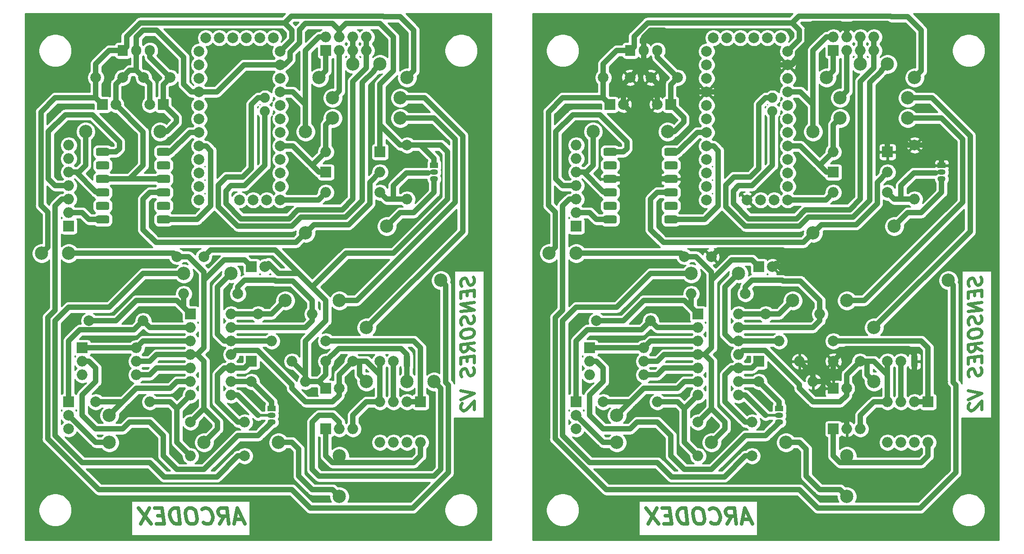
<source format=gbr>
%TF.GenerationSoftware,KiCad,Pcbnew,(5.1.6)-1*%
%TF.CreationDate,2020-08-25T11:29:02-06:00*%
%TF.ProjectId,Sensores,53656e73-6f72-4657-932e-6b696361645f,rev?*%
%TF.SameCoordinates,Original*%
%TF.FileFunction,Copper,L2,Bot*%
%TF.FilePolarity,Positive*%
%FSLAX46Y46*%
G04 Gerber Fmt 4.6, Leading zero omitted, Abs format (unit mm)*
G04 Created by KiCad (PCBNEW (5.1.6)-1) date 2020-08-25 11:29:02*
%MOMM*%
%LPD*%
G01*
G04 APERTURE LIST*
%TA.AperFunction,NonConductor*%
%ADD10C,0.600000*%
%TD*%
%TA.AperFunction,NonConductor*%
%ADD11C,0.700000*%
%TD*%
%TA.AperFunction,ComponentPad*%
%ADD12O,1.905000X2.000000*%
%TD*%
%TA.AperFunction,ComponentPad*%
%ADD13R,1.905000X2.000000*%
%TD*%
%TA.AperFunction,ComponentPad*%
%ADD14R,2.000000X2.000000*%
%TD*%
%TA.AperFunction,ComponentPad*%
%ADD15C,2.000000*%
%TD*%
%TA.AperFunction,ComponentPad*%
%ADD16O,2.000000X2.000000*%
%TD*%
%TA.AperFunction,ComponentPad*%
%ADD17R,1.218000X2.000000*%
%TD*%
%TA.AperFunction,ComponentPad*%
%ADD18C,1.879600*%
%TD*%
%TA.AperFunction,ComponentPad*%
%ADD19R,1.500000X1.050000*%
%TD*%
%TA.AperFunction,ComponentPad*%
%ADD20O,1.500000X1.050000*%
%TD*%
%TA.AperFunction,ViaPad*%
%ADD21C,2.500000*%
%TD*%
%TA.AperFunction,Conductor*%
%ADD22C,1.000000*%
%TD*%
%TA.AperFunction,Conductor*%
%ADD23C,0.500000*%
%TD*%
%TA.AperFunction,Conductor*%
%ADD24C,0.254000*%
%TD*%
%TA.AperFunction,NonConductor*%
%ADD25C,0.254000*%
%TD*%
G04 APERTURE END LIST*
D10*
X171191904Y-88271160D02*
X171310952Y-88613422D01*
X171310952Y-89208660D01*
X171191904Y-89461636D01*
X171072857Y-89595565D01*
X170834761Y-89744375D01*
X170596666Y-89774136D01*
X170358571Y-89684851D01*
X170239523Y-89580684D01*
X170120476Y-89357470D01*
X170001428Y-88896160D01*
X169882380Y-88672946D01*
X169763333Y-88568779D01*
X169525238Y-88479494D01*
X169287142Y-88509255D01*
X169049047Y-88658065D01*
X168930000Y-88791994D01*
X168810952Y-89044970D01*
X168810952Y-89640208D01*
X168930000Y-89982470D01*
X170001428Y-90919970D02*
X170001428Y-91753303D01*
X171310952Y-91946755D02*
X171310952Y-90756279D01*
X168810952Y-91068779D01*
X168810952Y-92259255D01*
X171310952Y-93018184D02*
X168810952Y-93330684D01*
X171310952Y-94446755D01*
X168810952Y-94759255D01*
X171191904Y-95533065D02*
X171310952Y-95875327D01*
X171310952Y-96470565D01*
X171191904Y-96723541D01*
X171072857Y-96857470D01*
X170834761Y-97006279D01*
X170596666Y-97036041D01*
X170358571Y-96946755D01*
X170239523Y-96842589D01*
X170120476Y-96619375D01*
X170001428Y-96158065D01*
X169882380Y-95934851D01*
X169763333Y-95830684D01*
X169525238Y-95741398D01*
X169287142Y-95771160D01*
X169049047Y-95919970D01*
X168930000Y-96053898D01*
X168810952Y-96306875D01*
X168810952Y-96902113D01*
X168930000Y-97244375D01*
X168810952Y-98806875D02*
X168810952Y-99283065D01*
X168930000Y-99506279D01*
X169168095Y-99714613D01*
X169644285Y-99774136D01*
X170477619Y-99669970D01*
X170953809Y-99491398D01*
X171191904Y-99223541D01*
X171310952Y-98970565D01*
X171310952Y-98494375D01*
X171191904Y-98271160D01*
X170953809Y-98062827D01*
X170477619Y-98003303D01*
X169644285Y-98107470D01*
X169168095Y-98286041D01*
X168930000Y-98553898D01*
X168810952Y-98806875D01*
X171310952Y-102065803D02*
X170120476Y-101381279D01*
X171310952Y-100637232D02*
X168810952Y-100949732D01*
X168810952Y-101902113D01*
X168930000Y-102125327D01*
X169049047Y-102229494D01*
X169287142Y-102318779D01*
X169644285Y-102274136D01*
X169882380Y-102125327D01*
X170001428Y-101991398D01*
X170120476Y-101738422D01*
X170120476Y-100786041D01*
X170001428Y-103300922D02*
X170001428Y-104134255D01*
X171310952Y-104327708D02*
X171310952Y-103137232D01*
X168810952Y-103449732D01*
X168810952Y-104640208D01*
X171191904Y-105294970D02*
X171310952Y-105637232D01*
X171310952Y-106232470D01*
X171191904Y-106485446D01*
X171072857Y-106619375D01*
X170834761Y-106768184D01*
X170596666Y-106797946D01*
X170358571Y-106708660D01*
X170239523Y-106604494D01*
X170120476Y-106381279D01*
X170001428Y-105919970D01*
X169882380Y-105696755D01*
X169763333Y-105592589D01*
X169525238Y-105503303D01*
X169287142Y-105533065D01*
X169049047Y-105681875D01*
X168930000Y-105815803D01*
X168810952Y-106068779D01*
X168810952Y-106664017D01*
X168930000Y-107006279D01*
X168810952Y-109640208D02*
X171310952Y-110161041D01*
X168810952Y-111306875D01*
X169049047Y-111991398D02*
X168930000Y-112125327D01*
X168810952Y-112378303D01*
X168810952Y-112973541D01*
X168930000Y-113196755D01*
X169049047Y-113300922D01*
X169287142Y-113390208D01*
X169525238Y-113360446D01*
X169882380Y-113196755D01*
X171310952Y-111589613D01*
X171310952Y-113137232D01*
D11*
X127894553Y-133850000D02*
X126465982Y-133850000D01*
X128287410Y-134707142D02*
X126912410Y-131707142D01*
X126287410Y-134707142D01*
X123573125Y-134707142D02*
X124394553Y-133278571D01*
X125287410Y-134707142D02*
X124912410Y-131707142D01*
X123769553Y-131707142D01*
X123501696Y-131850000D01*
X123376696Y-131992857D01*
X123269553Y-132278571D01*
X123323125Y-132707142D01*
X123501696Y-132992857D01*
X123662410Y-133135714D01*
X123965982Y-133278571D01*
X125108839Y-133278571D01*
X120537410Y-134421428D02*
X120698125Y-134564285D01*
X121144553Y-134707142D01*
X121430267Y-134707142D01*
X121840982Y-134564285D01*
X122090982Y-134278571D01*
X122198125Y-133992857D01*
X122269553Y-133421428D01*
X122215982Y-132992857D01*
X122001696Y-132421428D01*
X121823125Y-132135714D01*
X121501696Y-131850000D01*
X121055267Y-131707142D01*
X120769553Y-131707142D01*
X120358839Y-131850000D01*
X120233839Y-131992857D01*
X118340982Y-131707142D02*
X117769553Y-131707142D01*
X117501696Y-131850000D01*
X117251696Y-132135714D01*
X117180267Y-132707142D01*
X117305267Y-133707142D01*
X117519553Y-134278571D01*
X117840982Y-134564285D01*
X118144553Y-134707142D01*
X118715982Y-134707142D01*
X118983839Y-134564285D01*
X119233839Y-134278571D01*
X119305267Y-133707142D01*
X119180267Y-132707142D01*
X118965982Y-132135714D01*
X118644553Y-131850000D01*
X118340982Y-131707142D01*
X116144553Y-134707142D02*
X115769553Y-131707142D01*
X115055267Y-131707142D01*
X114644553Y-131850000D01*
X114394553Y-132135714D01*
X114287410Y-132421428D01*
X114215982Y-132992857D01*
X114269553Y-133421428D01*
X114483839Y-133992857D01*
X114662410Y-134278571D01*
X114983839Y-134564285D01*
X115430267Y-134707142D01*
X116144553Y-134707142D01*
X112948125Y-133135714D02*
X111948125Y-133135714D01*
X111715982Y-134707142D02*
X113144553Y-134707142D01*
X112769553Y-131707142D01*
X111340982Y-131707142D01*
X110340982Y-131707142D02*
X108715982Y-134707142D01*
X108340982Y-131707142D02*
X110715982Y-134707142D01*
X223144553Y-133850000D02*
X221715982Y-133850000D01*
X223537410Y-134707142D02*
X222162410Y-131707142D01*
X221537410Y-134707142D01*
X218823125Y-134707142D02*
X219644553Y-133278571D01*
X220537410Y-134707142D02*
X220162410Y-131707142D01*
X219019553Y-131707142D01*
X218751696Y-131850000D01*
X218626696Y-131992857D01*
X218519553Y-132278571D01*
X218573125Y-132707142D01*
X218751696Y-132992857D01*
X218912410Y-133135714D01*
X219215982Y-133278571D01*
X220358839Y-133278571D01*
X215787410Y-134421428D02*
X215948125Y-134564285D01*
X216394553Y-134707142D01*
X216680267Y-134707142D01*
X217090982Y-134564285D01*
X217340982Y-134278571D01*
X217448125Y-133992857D01*
X217519553Y-133421428D01*
X217465982Y-132992857D01*
X217251696Y-132421428D01*
X217073125Y-132135714D01*
X216751696Y-131850000D01*
X216305267Y-131707142D01*
X216019553Y-131707142D01*
X215608839Y-131850000D01*
X215483839Y-131992857D01*
X213590982Y-131707142D02*
X213019553Y-131707142D01*
X212751696Y-131850000D01*
X212501696Y-132135714D01*
X212430267Y-132707142D01*
X212555267Y-133707142D01*
X212769553Y-134278571D01*
X213090982Y-134564285D01*
X213394553Y-134707142D01*
X213965982Y-134707142D01*
X214233839Y-134564285D01*
X214483839Y-134278571D01*
X214555267Y-133707142D01*
X214430267Y-132707142D01*
X214215982Y-132135714D01*
X213894553Y-131850000D01*
X213590982Y-131707142D01*
X211394553Y-134707142D02*
X211019553Y-131707142D01*
X210305267Y-131707142D01*
X209894553Y-131850000D01*
X209644553Y-132135714D01*
X209537410Y-132421428D01*
X209465982Y-132992857D01*
X209519553Y-133421428D01*
X209733839Y-133992857D01*
X209912410Y-134278571D01*
X210233839Y-134564285D01*
X210680267Y-134707142D01*
X211394553Y-134707142D01*
X208198125Y-133135714D02*
X207198125Y-133135714D01*
X206965982Y-134707142D02*
X208394553Y-134707142D01*
X208019553Y-131707142D01*
X206590982Y-131707142D01*
X205590982Y-131707142D02*
X203965982Y-134707142D01*
X203590982Y-131707142D02*
X205965982Y-134707142D01*
D10*
X266441904Y-88271160D02*
X266560952Y-88613422D01*
X266560952Y-89208660D01*
X266441904Y-89461636D01*
X266322857Y-89595565D01*
X266084761Y-89744375D01*
X265846666Y-89774136D01*
X265608571Y-89684851D01*
X265489523Y-89580684D01*
X265370476Y-89357470D01*
X265251428Y-88896160D01*
X265132380Y-88672946D01*
X265013333Y-88568779D01*
X264775238Y-88479494D01*
X264537142Y-88509255D01*
X264299047Y-88658065D01*
X264180000Y-88791994D01*
X264060952Y-89044970D01*
X264060952Y-89640208D01*
X264180000Y-89982470D01*
X265251428Y-90919970D02*
X265251428Y-91753303D01*
X266560952Y-91946755D02*
X266560952Y-90756279D01*
X264060952Y-91068779D01*
X264060952Y-92259255D01*
X266560952Y-93018184D02*
X264060952Y-93330684D01*
X266560952Y-94446755D01*
X264060952Y-94759255D01*
X266441904Y-95533065D02*
X266560952Y-95875327D01*
X266560952Y-96470565D01*
X266441904Y-96723541D01*
X266322857Y-96857470D01*
X266084761Y-97006279D01*
X265846666Y-97036041D01*
X265608571Y-96946755D01*
X265489523Y-96842589D01*
X265370476Y-96619375D01*
X265251428Y-96158065D01*
X265132380Y-95934851D01*
X265013333Y-95830684D01*
X264775238Y-95741398D01*
X264537142Y-95771160D01*
X264299047Y-95919970D01*
X264180000Y-96053898D01*
X264060952Y-96306875D01*
X264060952Y-96902113D01*
X264180000Y-97244375D01*
X264060952Y-98806875D02*
X264060952Y-99283065D01*
X264180000Y-99506279D01*
X264418095Y-99714613D01*
X264894285Y-99774136D01*
X265727619Y-99669970D01*
X266203809Y-99491398D01*
X266441904Y-99223541D01*
X266560952Y-98970565D01*
X266560952Y-98494375D01*
X266441904Y-98271160D01*
X266203809Y-98062827D01*
X265727619Y-98003303D01*
X264894285Y-98107470D01*
X264418095Y-98286041D01*
X264180000Y-98553898D01*
X264060952Y-98806875D01*
X266560952Y-102065803D02*
X265370476Y-101381279D01*
X266560952Y-100637232D02*
X264060952Y-100949732D01*
X264060952Y-101902113D01*
X264180000Y-102125327D01*
X264299047Y-102229494D01*
X264537142Y-102318779D01*
X264894285Y-102274136D01*
X265132380Y-102125327D01*
X265251428Y-101991398D01*
X265370476Y-101738422D01*
X265370476Y-100786041D01*
X265251428Y-103300922D02*
X265251428Y-104134255D01*
X266560952Y-104327708D02*
X266560952Y-103137232D01*
X264060952Y-103449732D01*
X264060952Y-104640208D01*
X266441904Y-105294970D02*
X266560952Y-105637232D01*
X266560952Y-106232470D01*
X266441904Y-106485446D01*
X266322857Y-106619375D01*
X266084761Y-106768184D01*
X265846666Y-106797946D01*
X265608571Y-106708660D01*
X265489523Y-106604494D01*
X265370476Y-106381279D01*
X265251428Y-105919970D01*
X265132380Y-105696755D01*
X265013333Y-105592589D01*
X264775238Y-105503303D01*
X264537142Y-105533065D01*
X264299047Y-105681875D01*
X264180000Y-105815803D01*
X264060952Y-106068779D01*
X264060952Y-106664017D01*
X264180000Y-107006279D01*
X264060952Y-109640208D02*
X266560952Y-110161041D01*
X264060952Y-111306875D01*
X264299047Y-111991398D02*
X264180000Y-112125327D01*
X264060952Y-112378303D01*
X264060952Y-112973541D01*
X264180000Y-113196755D01*
X264299047Y-113300922D01*
X264537142Y-113390208D01*
X264775238Y-113360446D01*
X265132380Y-113196755D01*
X266560952Y-111589613D01*
X266560952Y-113137232D01*
D12*
%TO.P,U4,3*%
%TO.N,N/C*%
X110490000Y-45720000D03*
%TO.P,U4,2*%
X107950000Y-45720000D03*
D13*
%TO.P,U4,1*%
X105410000Y-45720000D03*
%TD*%
D14*
%TO.P,RV3,1*%
%TO.N,N/C*%
X95250000Y-111760000D03*
D15*
%TO.P,RV3,2*%
X95250000Y-114300000D03*
%TO.P,RV3,3*%
X95250000Y-116840000D03*
%TD*%
D14*
%TO.P,U3,6*%
%TO.N,N/C*%
X97790000Y-101600000D03*
D16*
%TO.P,U3,3*%
X107950000Y-106680000D03*
%TO.P,U3,5*%
X97790000Y-104140000D03*
%TO.P,U3,2*%
X107950000Y-104140000D03*
%TO.P,U3,4*%
X97790000Y-106680000D03*
%TO.P,U3,1*%
X107950000Y-101600000D03*
%TD*%
D14*
%TO.P,U2,1*%
%TO.N,N/C*%
X161290000Y-111760000D03*
D16*
%TO.P,U2,5*%
X153670000Y-119380000D03*
%TO.P,U2,2*%
X158750000Y-111760000D03*
%TO.P,U2,6*%
X156210000Y-119380000D03*
%TO.P,U2,3*%
X156210000Y-111760000D03*
%TO.P,U2,7*%
X158750000Y-119380000D03*
%TO.P,U2,4*%
X153670000Y-111760000D03*
%TO.P,U2,8*%
X161290000Y-119380000D03*
%TD*%
%TO.P,U1,14*%
%TO.N,N/C*%
X125730000Y-95250000D03*
%TO.P,U1,7*%
X118110000Y-110490000D03*
%TO.P,U1,13*%
X125730000Y-97790000D03*
%TO.P,U1,6*%
X118110000Y-107950000D03*
%TO.P,U1,12*%
X125730000Y-100330000D03*
%TO.P,U1,5*%
X118110000Y-105410000D03*
%TO.P,U1,11*%
X125730000Y-102870000D03*
%TO.P,U1,4*%
X118110000Y-102870000D03*
%TO.P,U1,10*%
X125730000Y-105410000D03*
%TO.P,U1,3*%
X118110000Y-100330000D03*
%TO.P,U1,9*%
X125730000Y-107950000D03*
%TO.P,U1,2*%
X118110000Y-97790000D03*
%TO.P,U1,8*%
X125730000Y-110490000D03*
D14*
%TO.P,U1,1*%
X118110000Y-95250000D03*
%TD*%
D16*
%TO.P,R14,2*%
%TO.N,N/C*%
X140970000Y-95250000D03*
D15*
%TO.P,R14,1*%
X130810000Y-95250000D03*
%TD*%
%TO.P,R11,1*%
%TO.N,N/C*%
X128270000Y-121920000D03*
D16*
%TO.P,R11,2*%
X118110000Y-121920000D03*
%TD*%
%TO.P,LVL1,12*%
%TO.N,N/C*%
%TA.AperFunction,ComponentPad*%
G36*
G01*
X102862000Y-77089000D02*
X102862000Y-77851000D01*
G75*
G02*
X102481000Y-78232000I-381000J0D01*
G01*
X100719000Y-78232000D01*
G75*
G02*
X100338000Y-77851000I0J381000D01*
G01*
X100338000Y-77089000D01*
G75*
G02*
X100719000Y-76708000I381000J0D01*
G01*
X102481000Y-76708000D01*
G75*
G02*
X102862000Y-77089000I0J-381000D01*
G01*
G37*
%TD.AperFunction*%
%TO.P,LVL1,11*%
%TA.AperFunction,ComponentPad*%
G36*
G01*
X102862000Y-74549000D02*
X102862000Y-75311000D01*
G75*
G02*
X102481000Y-75692000I-381000J0D01*
G01*
X100719000Y-75692000D01*
G75*
G02*
X100338000Y-75311000I0J381000D01*
G01*
X100338000Y-74549000D01*
G75*
G02*
X100719000Y-74168000I381000J0D01*
G01*
X102481000Y-74168000D01*
G75*
G02*
X102862000Y-74549000I0J-381000D01*
G01*
G37*
%TD.AperFunction*%
%TO.P,LVL1,10*%
%TA.AperFunction,ComponentPad*%
G36*
G01*
X102862000Y-72009000D02*
X102862000Y-72771000D01*
G75*
G02*
X102481000Y-73152000I-381000J0D01*
G01*
X100719000Y-73152000D01*
G75*
G02*
X100338000Y-72771000I0J381000D01*
G01*
X100338000Y-72009000D01*
G75*
G02*
X100719000Y-71628000I381000J0D01*
G01*
X102481000Y-71628000D01*
G75*
G02*
X102862000Y-72009000I0J-381000D01*
G01*
G37*
%TD.AperFunction*%
%TO.P,LVL1,9*%
%TA.AperFunction,ComponentPad*%
G36*
G01*
X102862000Y-69469000D02*
X102862000Y-70231000D01*
G75*
G02*
X102481000Y-70612000I-381000J0D01*
G01*
X100719000Y-70612000D01*
G75*
G02*
X100338000Y-70231000I0J381000D01*
G01*
X100338000Y-69469000D01*
G75*
G02*
X100719000Y-69088000I381000J0D01*
G01*
X102481000Y-69088000D01*
G75*
G02*
X102862000Y-69469000I0J-381000D01*
G01*
G37*
%TD.AperFunction*%
%TO.P,LVL1,8*%
%TA.AperFunction,ComponentPad*%
G36*
G01*
X102862000Y-66929000D02*
X102862000Y-67691000D01*
G75*
G02*
X102481000Y-68072000I-381000J0D01*
G01*
X100719000Y-68072000D01*
G75*
G02*
X100338000Y-67691000I0J381000D01*
G01*
X100338000Y-66929000D01*
G75*
G02*
X100719000Y-66548000I381000J0D01*
G01*
X102481000Y-66548000D01*
G75*
G02*
X102862000Y-66929000I0J-381000D01*
G01*
G37*
%TD.AperFunction*%
%TO.P,LVL1,7*%
%TA.AperFunction,ComponentPad*%
G36*
G01*
X102862000Y-64389000D02*
X102862000Y-65151000D01*
G75*
G02*
X102481000Y-65532000I-381000J0D01*
G01*
X100719000Y-65532000D01*
G75*
G02*
X100338000Y-65151000I0J381000D01*
G01*
X100338000Y-64389000D01*
G75*
G02*
X100719000Y-64008000I381000J0D01*
G01*
X102481000Y-64008000D01*
G75*
G02*
X102862000Y-64389000I0J-381000D01*
G01*
G37*
%TD.AperFunction*%
%TO.P,LVL1,6*%
%TA.AperFunction,ComponentPad*%
G36*
G01*
X114292000Y-64389000D02*
X114292000Y-65151000D01*
G75*
G02*
X113911000Y-65532000I-381000J0D01*
G01*
X112149000Y-65532000D01*
G75*
G02*
X111768000Y-65151000I0J381000D01*
G01*
X111768000Y-64389000D01*
G75*
G02*
X112149000Y-64008000I381000J0D01*
G01*
X113911000Y-64008000D01*
G75*
G02*
X114292000Y-64389000I0J-381000D01*
G01*
G37*
%TD.AperFunction*%
%TO.P,LVL1,5*%
%TA.AperFunction,ComponentPad*%
G36*
G01*
X114292000Y-66929000D02*
X114292000Y-67691000D01*
G75*
G02*
X113911000Y-68072000I-381000J0D01*
G01*
X112149000Y-68072000D01*
G75*
G02*
X111768000Y-67691000I0J381000D01*
G01*
X111768000Y-66929000D01*
G75*
G02*
X112149000Y-66548000I381000J0D01*
G01*
X113911000Y-66548000D01*
G75*
G02*
X114292000Y-66929000I0J-381000D01*
G01*
G37*
%TD.AperFunction*%
%TO.P,LVL1,4*%
%TA.AperFunction,ComponentPad*%
G36*
G01*
X114292000Y-69469000D02*
X114292000Y-70231000D01*
G75*
G02*
X113911000Y-70612000I-381000J0D01*
G01*
X112149000Y-70612000D01*
G75*
G02*
X111768000Y-70231000I0J381000D01*
G01*
X111768000Y-69469000D01*
G75*
G02*
X112149000Y-69088000I381000J0D01*
G01*
X113911000Y-69088000D01*
G75*
G02*
X114292000Y-69469000I0J-381000D01*
G01*
G37*
%TD.AperFunction*%
%TO.P,LVL1,3*%
%TA.AperFunction,ComponentPad*%
G36*
G01*
X114292000Y-72009000D02*
X114292000Y-72771000D01*
G75*
G02*
X113911000Y-73152000I-381000J0D01*
G01*
X112149000Y-73152000D01*
G75*
G02*
X111768000Y-72771000I0J381000D01*
G01*
X111768000Y-72009000D01*
G75*
G02*
X112149000Y-71628000I381000J0D01*
G01*
X113911000Y-71628000D01*
G75*
G02*
X114292000Y-72009000I0J-381000D01*
G01*
G37*
%TD.AperFunction*%
%TO.P,LVL1,2*%
%TA.AperFunction,ComponentPad*%
G36*
G01*
X114292000Y-74549000D02*
X114292000Y-75311000D01*
G75*
G02*
X113911000Y-75692000I-381000J0D01*
G01*
X112149000Y-75692000D01*
G75*
G02*
X111768000Y-75311000I0J381000D01*
G01*
X111768000Y-74549000D01*
G75*
G02*
X112149000Y-74168000I381000J0D01*
G01*
X113911000Y-74168000D01*
G75*
G02*
X114292000Y-74549000I0J-381000D01*
G01*
G37*
%TD.AperFunction*%
%TO.P,LVL1,1*%
%TA.AperFunction,ComponentPad*%
G36*
G01*
X114292000Y-77089000D02*
X114292000Y-77851000D01*
G75*
G02*
X113911000Y-78232000I-381000J0D01*
G01*
X112149000Y-78232000D01*
G75*
G02*
X111768000Y-77851000I0J381000D01*
G01*
X111768000Y-77089000D01*
G75*
G02*
X112149000Y-76708000I381000J0D01*
G01*
X113911000Y-76708000D01*
G75*
G02*
X114292000Y-77089000I0J-381000D01*
G01*
G37*
%TD.AperFunction*%
%TD*%
D15*
%TO.P,RV4,3*%
%TO.N,N/C*%
X153670000Y-104140000D03*
%TO.P,RV4,2*%
X156210000Y-104140000D03*
D17*
%TO.P,RV4,1*%
X158750000Y-104140000D03*
%TD*%
D16*
%TO.P,J1,MP*%
%TO.N,N/C*%
X95250000Y-63500000D03*
%TO.P,J1,6*%
X95250000Y-66040000D03*
%TO.P,J1,5*%
X95250000Y-68580000D03*
%TO.P,J1,4*%
X95250000Y-71120000D03*
%TO.P,J1,3*%
X95250000Y-73660000D03*
%TO.P,J1,2*%
X95250000Y-76200000D03*
D14*
%TO.P,J1,1*%
X95250000Y-78740000D03*
%TD*%
D15*
%TO.P,R13,1*%
%TO.N,N/C*%
X143510000Y-100330000D03*
D16*
%TO.P,R13,2*%
X133350000Y-100330000D03*
%TD*%
%TO.P,R10,2*%
%TO.N,N/C*%
X110490000Y-111760000D03*
D15*
%TO.P,R10,1*%
X100330000Y-111760000D03*
%TD*%
%TO.P,C4,2*%
%TO.N,N/C*%
X148510000Y-104140000D03*
%TO.P,C4,1*%
X143510000Y-104140000D03*
%TD*%
%TO.P,C3,1*%
%TO.N,N/C*%
X115570000Y-84455000D03*
%TO.P,C3,2*%
X120570000Y-84455000D03*
%TD*%
%TO.P,C2,2*%
%TO.N,N/C*%
X146010000Y-109220000D03*
D14*
%TO.P,C2,1*%
X143510000Y-109220000D03*
%TD*%
D16*
%TO.P,J2,3*%
%TO.N,N/C*%
X148590000Y-116840000D03*
%TO.P,J2,2*%
X146050000Y-116840000D03*
D14*
%TO.P,J2,1*%
X143510000Y-116840000D03*
%TD*%
D15*
%TO.P,R12,1*%
%TO.N,N/C*%
X127000000Y-91440000D03*
D16*
%TO.P,R12,2*%
X116840000Y-91440000D03*
%TD*%
D14*
%TO.P,C1,1*%
%TO.N,N/C*%
X129540000Y-86360000D03*
D15*
%TO.P,C1,2*%
X132040000Y-86360000D03*
%TD*%
%TO.P,B1,4*%
%TO.N,N/C*%
X127317500Y-73818750D03*
%TO.P,B1,A6*%
X129857500Y-73818750D03*
%TO.P,B1,A7*%
X132397500Y-73818750D03*
%TO.P,B1,GRN*%
X133667500Y-43338750D03*
%TO.P,B1,TXO*%
X131127500Y-43338750D03*
%TO.P,B1,RXI*%
X128587500Y-43338750D03*
%TO.P,B1,VCC*%
X126047500Y-43338750D03*
%TO.P,B1,GND*%
X123507500Y-43338750D03*
%TO.P,B1,BLK*%
X120967500Y-43338750D03*
D18*
%TO.P,B1,A4*%
X132080000Y-57150000D03*
%TO.P,B1,A5*%
X132080000Y-54610000D03*
D15*
%TO.P,B1,24*%
X134937500Y-45878750D03*
%TO.P,B1,23*%
X134937500Y-48418750D03*
%TO.P,B1,22*%
X134937500Y-50958750D03*
%TO.P,B1,21*%
X134937500Y-53498750D03*
%TO.P,B1,20*%
X134937500Y-56038750D03*
%TO.P,B1,19*%
X134937500Y-58578750D03*
%TO.P,B1,18*%
X134937500Y-61118750D03*
%TO.P,B1,17*%
X134937500Y-63658750D03*
%TO.P,B1,16*%
X134937500Y-66198750D03*
%TO.P,B1,15*%
X134937500Y-68738750D03*
%TO.P,B1,14*%
X134937500Y-71278750D03*
%TO.P,B1,13*%
X134937500Y-73818750D03*
%TO.P,B1,12*%
X119697500Y-73818750D03*
%TO.P,B1,11*%
X119697500Y-71278750D03*
%TO.P,B1,10*%
X119697500Y-68738750D03*
%TO.P,B1,9*%
X119697500Y-66198750D03*
%TO.P,B1,8*%
X119697500Y-63658750D03*
%TO.P,B1,7*%
X119697500Y-61118750D03*
%TO.P,B1,6*%
X119697500Y-58578750D03*
%TO.P,B1,5*%
X119697500Y-56038750D03*
%TO.P,B1,4*%
X119697500Y-53498750D03*
%TO.P,B1,3*%
X119697500Y-50958750D03*
%TO.P,B1,2*%
X119697500Y-48418750D03*
%TO.P,B1,1*%
X119697500Y-45878750D03*
%TD*%
D16*
%TO.P,J3,8*%
%TO.N,N/C*%
X151130000Y-43180000D03*
%TO.P,J3,7*%
X151130000Y-45720000D03*
%TO.P,J3,6*%
X148590000Y-43180000D03*
%TO.P,J3,5*%
X148590000Y-45720000D03*
%TO.P,J3,4*%
X146050000Y-43180000D03*
%TO.P,J3,3*%
X146050000Y-45720000D03*
%TO.P,J3,2*%
X143510000Y-43180000D03*
D14*
%TO.P,J3,1*%
X143510000Y-45720000D03*
%TD*%
D15*
%TO.P,C5,1*%
%TO.N,N/C*%
X100330000Y-50800000D03*
%TO.P,C5,2*%
X105330000Y-50800000D03*
%TD*%
D16*
%TO.P,R2,2*%
%TO.N,N/C*%
X139700000Y-107950000D03*
D15*
%TO.P,R2,1*%
X129540000Y-107950000D03*
%TD*%
D16*
%TO.P,R1,2*%
%TO.N,N/C*%
X128270000Y-115570000D03*
D15*
%TO.P,R1,1*%
X118110000Y-115570000D03*
%TD*%
D19*
%TO.P,Q2,1*%
%TO.N,N/C*%
X163830000Y-67310000D03*
D20*
%TO.P,Q2,3*%
X163830000Y-69850000D03*
%TO.P,Q2,2*%
X163830000Y-68580000D03*
%TD*%
D15*
%TO.P,C8,2*%
%TO.N,N/C*%
X109300000Y-50800000D03*
%TO.P,C8,1*%
X114300000Y-50800000D03*
%TD*%
D19*
%TO.P,Q1,1*%
%TO.N,N/C*%
X133350000Y-113030000D03*
D20*
%TO.P,Q1,3*%
X133350000Y-115570000D03*
%TO.P,Q1,2*%
X133350000Y-114300000D03*
%TD*%
D14*
%TO.P,D4,1*%
%TO.N,N/C*%
X153670000Y-64770000D03*
D16*
%TO.P,D4,2*%
X143510000Y-64770000D03*
%TD*%
D15*
%TO.P,R9,1*%
%TO.N,N/C*%
X99060000Y-96520000D03*
D16*
%TO.P,R9,2*%
X109220000Y-96520000D03*
%TD*%
%TO.P,R4,2*%
%TO.N,N/C*%
X158750000Y-73660000D03*
D15*
%TO.P,R4,1*%
X158750000Y-63500000D03*
%TD*%
D16*
%TO.P,D1,2*%
%TO.N,N/C*%
X137160000Y-104140000D03*
D14*
%TO.P,D1,1*%
X129540000Y-104140000D03*
%TD*%
%TO.P,C6,1*%
%TO.N,N/C*%
X101600000Y-55880000D03*
D15*
%TO.P,C6,2*%
X104100000Y-55880000D03*
%TD*%
D16*
%TO.P,D2,2*%
%TO.N,N/C*%
X153670000Y-68580000D03*
D14*
%TO.P,D2,1*%
X143510000Y-68580000D03*
%TD*%
D15*
%TO.P,C7,2*%
%TO.N,N/C*%
X110490000Y-55880000D03*
D14*
%TO.P,C7,1*%
X112990000Y-55880000D03*
%TD*%
D16*
%TO.P,R3,2*%
%TO.N,N/C*%
X143510000Y-72390000D03*
D15*
%TO.P,R3,1*%
X153670000Y-72390000D03*
%TD*%
D16*
%TO.P,R12,2*%
%TO.N,Net-(R12-Pad2)*%
X212090000Y-91440000D03*
D15*
%TO.P,R12,1*%
%TO.N,Net-(R12-Pad1)*%
X222250000Y-91440000D03*
%TD*%
D14*
%TO.P,J2,1*%
%TO.N,+12V*%
X238760000Y-116840000D03*
D16*
%TO.P,J2,2*%
%TO.N,GND*%
X241300000Y-116840000D03*
%TO.P,J2,3*%
%TO.N,-12V*%
X243840000Y-116840000D03*
%TD*%
D15*
%TO.P,B1,1*%
%TO.N,/1(Tx)*%
X214947500Y-45878750D03*
%TO.P,B1,2*%
%TO.N,/0(Rx)*%
X214947500Y-48418750D03*
%TO.P,B1,3*%
%TO.N,/Reset(1)*%
X214947500Y-50958750D03*
%TO.P,B1,4*%
%TO.N,GND*%
X214947500Y-53498750D03*
%TO.P,B1,5*%
%TO.N,/2*%
X214947500Y-56038750D03*
%TO.P,B1,6*%
%TO.N,/3(\u002A\u002A)*%
X214947500Y-58578750D03*
%TO.P,B1,7*%
%TO.N,/4(SoftI2C_SCL)*%
X214947500Y-61118750D03*
%TO.P,B1,8*%
%TO.N,/5(SoftI2C_SDA)*%
X214947500Y-63658750D03*
%TO.P,B1,9*%
%TO.N,/6(\u002A\u002A)*%
X214947500Y-66198750D03*
%TO.P,B1,10*%
%TO.N,/7*%
X214947500Y-68738750D03*
%TO.P,B1,11*%
%TO.N,/8*%
X214947500Y-71278750D03*
%TO.P,B1,12*%
%TO.N,/9(\u002A\u002A)*%
X214947500Y-73818750D03*
%TO.P,B1,13*%
%TO.N,/11(\u002A\u002A)*%
X230187500Y-73818750D03*
%TO.P,B1,14*%
%TO.N,/10(\u002A\u002A)*%
X230187500Y-71278750D03*
%TO.P,B1,15*%
%TO.N,/13(SCK)*%
X230187500Y-68738750D03*
%TO.P,B1,16*%
%TO.N,/AREF*%
X230187500Y-66198750D03*
%TO.P,B1,17*%
%TO.N,/A0:ADP1101*%
X230187500Y-63658750D03*
%TO.P,B1,18*%
%TO.N,/A1:MPX10DP*%
X230187500Y-61118750D03*
%TO.P,B1,19*%
%TO.N,/A2*%
X230187500Y-58578750D03*
%TO.P,B1,20*%
%TO.N,/A3*%
X230187500Y-56038750D03*
%TO.P,B1,21*%
%TO.N,+3V3*%
X230187500Y-53498750D03*
%TO.P,B1,22*%
%TO.N,/Reset(2)*%
X230187500Y-50958750D03*
%TO.P,B1,23*%
%TO.N,GND*%
X230187500Y-48418750D03*
%TO.P,B1,24*%
%TO.N,+12V*%
X230187500Y-45878750D03*
D18*
%TO.P,B1,A5*%
%TO.N,/I2C:SCL*%
X227330000Y-54610000D03*
%TO.P,B1,A4*%
%TO.N,/I2C:SDA*%
X227330000Y-57150000D03*
D15*
%TO.P,B1,BLK*%
%TO.N,N/C*%
X216217500Y-43338750D03*
%TO.P,B1,GND*%
X218757500Y-43338750D03*
%TO.P,B1,VCC*%
X221297500Y-43338750D03*
%TO.P,B1,RXI*%
X223837500Y-43338750D03*
%TO.P,B1,TXO*%
X226377500Y-43338750D03*
%TO.P,B1,GRN*%
X228917500Y-43338750D03*
%TO.P,B1,A7*%
%TO.N,/A7*%
X227647500Y-73818750D03*
%TO.P,B1,A6*%
%TO.N,/A6*%
X225107500Y-73818750D03*
%TO.P,B1,4*%
%TO.N,GND*%
X222567500Y-73818750D03*
%TD*%
%TO.P,C1,2*%
%TO.N,GND*%
X227290000Y-86360000D03*
D14*
%TO.P,C1,1*%
%TO.N,+12V*%
X224790000Y-86360000D03*
%TD*%
%TO.P,C2,1*%
%TO.N,GND*%
X238760000Y-109220000D03*
D15*
%TO.P,C2,2*%
%TO.N,-12V*%
X241260000Y-109220000D03*
%TD*%
%TO.P,C3,2*%
%TO.N,GND*%
X215820000Y-84455000D03*
%TO.P,C3,1*%
%TO.N,+12V*%
X210820000Y-84455000D03*
%TD*%
%TO.P,C4,1*%
%TO.N,GND*%
X238760000Y-104140000D03*
%TO.P,C4,2*%
%TO.N,-12V*%
X243760000Y-104140000D03*
%TD*%
%TO.P,C5,2*%
%TO.N,GND*%
X200580000Y-50800000D03*
%TO.P,C5,1*%
%TO.N,+12V*%
X195580000Y-50800000D03*
%TD*%
%TO.P,C6,2*%
%TO.N,GND*%
X199350000Y-55880000D03*
D14*
%TO.P,C6,1*%
%TO.N,+12V*%
X196850000Y-55880000D03*
%TD*%
%TO.P,C7,1*%
%TO.N,+5V*%
X208240000Y-55880000D03*
D15*
%TO.P,C7,2*%
%TO.N,GND*%
X205740000Y-55880000D03*
%TD*%
%TO.P,C8,1*%
%TO.N,+5V*%
X209550000Y-50800000D03*
%TO.P,C8,2*%
%TO.N,GND*%
X204550000Y-50800000D03*
%TD*%
D14*
%TO.P,D1,1*%
%TO.N,Net-(D1-Pad1)*%
X224790000Y-104140000D03*
D16*
%TO.P,D1,2*%
%TO.N,GND*%
X232410000Y-104140000D03*
%TD*%
D14*
%TO.P,D2,1*%
%TO.N,/A0:ADP1101*%
X238760000Y-68580000D03*
D16*
%TO.P,D2,2*%
%TO.N,+3V3*%
X248920000Y-68580000D03*
%TD*%
%TO.P,D4,2*%
%TO.N,/A0:ADP1101*%
X238760000Y-64770000D03*
D14*
%TO.P,D4,1*%
%TO.N,GND*%
X248920000Y-64770000D03*
%TD*%
%TO.P,J3,1*%
%TO.N,+12V*%
X238760000Y-45720000D03*
D16*
%TO.P,J3,2*%
%TO.N,+3V3*%
X238760000Y-43180000D03*
%TO.P,J3,3*%
%TO.N,-12V*%
X241300000Y-45720000D03*
%TO.P,J3,4*%
%TO.N,GND*%
X241300000Y-43180000D03*
%TO.P,J3,5*%
%TO.N,/I2C:SCL*%
X243840000Y-45720000D03*
%TO.P,J3,6*%
X243840000Y-43180000D03*
%TO.P,J3,7*%
%TO.N,/I2C:SDA*%
X246380000Y-45720000D03*
%TO.P,J3,8*%
X246380000Y-43180000D03*
%TD*%
D20*
%TO.P,Q1,2*%
%TO.N,Net-(Q1-Pad2)*%
X228600000Y-114300000D03*
%TO.P,Q1,3*%
%TO.N,Net-(Q1-Pad3)*%
X228600000Y-115570000D03*
D19*
%TO.P,Q1,1*%
%TO.N,Net-(Q1-Pad1)*%
X228600000Y-113030000D03*
%TD*%
D20*
%TO.P,Q2,2*%
%TO.N,Net-(Q2-Pad2)*%
X259080000Y-68580000D03*
%TO.P,Q2,3*%
%TO.N,/GND_SFM3300*%
X259080000Y-69850000D03*
D19*
%TO.P,Q2,1*%
%TO.N,GND*%
X259080000Y-67310000D03*
%TD*%
D15*
%TO.P,R1,1*%
%TO.N,+12V*%
X213360000Y-115570000D03*
D16*
%TO.P,R1,2*%
%TO.N,Net-(D1-Pad1)*%
X223520000Y-115570000D03*
%TD*%
D15*
%TO.P,R2,1*%
%TO.N,Net-(Q1-Pad1)*%
X224790000Y-107950000D03*
D16*
%TO.P,R2,2*%
%TO.N,GND*%
X234950000Y-107950000D03*
%TD*%
D15*
%TO.P,R3,1*%
%TO.N,Net-(Q2-Pad2)*%
X248920000Y-72390000D03*
D16*
%TO.P,R3,2*%
%TO.N,/11(\u002A\u002A)*%
X238760000Y-72390000D03*
%TD*%
D15*
%TO.P,R4,1*%
%TO.N,GND*%
X254000000Y-63500000D03*
D16*
%TO.P,R4,2*%
%TO.N,Net-(Q2-Pad2)*%
X254000000Y-73660000D03*
%TD*%
%TO.P,R9,2*%
%TO.N,Net-(R9-Pad2)*%
X204470000Y-96520000D03*
D15*
%TO.P,R9,1*%
%TO.N,Net-(R12-Pad2)*%
X194310000Y-96520000D03*
%TD*%
%TO.P,R10,1*%
%TO.N,Net-(R10-Pad1)*%
X195580000Y-111760000D03*
D16*
%TO.P,R10,2*%
%TO.N,Net-(R10-Pad2)*%
X205740000Y-111760000D03*
%TD*%
%TO.P,R11,2*%
%TO.N,Net-(R10-Pad2)*%
X213360000Y-121920000D03*
D15*
%TO.P,R11,1*%
%TO.N,Net-(R11-Pad1)*%
X223520000Y-121920000D03*
%TD*%
D16*
%TO.P,R13,2*%
%TO.N,Net-(R11-Pad1)*%
X228600000Y-100330000D03*
D15*
%TO.P,R13,1*%
%TO.N,/Voff_ADP1101*%
X238760000Y-100330000D03*
%TD*%
%TO.P,R14,1*%
%TO.N,/A0:ADP1101*%
X226060000Y-95250000D03*
D16*
%TO.P,R14,2*%
%TO.N,Net-(R12-Pad1)*%
X236220000Y-95250000D03*
%TD*%
D15*
%TO.P,RV3,3*%
%TO.N,Net-(RV3-Pad3)*%
X190500000Y-116840000D03*
%TO.P,RV3,2*%
%TO.N,Net-(R10-Pad1)*%
X190500000Y-114300000D03*
D14*
%TO.P,RV3,1*%
%TO.N,Net-(R9-Pad2)*%
X190500000Y-111760000D03*
%TD*%
D17*
%TO.P,RV4,1*%
%TO.N,GND*%
X254000000Y-104140000D03*
D15*
%TO.P,RV4,2*%
%TO.N,Net-(RV4-Pad2)*%
X251460000Y-104140000D03*
%TO.P,RV4,3*%
%TO.N,-12V*%
X248920000Y-104140000D03*
%TD*%
D14*
%TO.P,U1,1*%
%TO.N,Net-(R12-Pad2)*%
X213360000Y-95250000D03*
D16*
%TO.P,U1,8*%
%TO.N,Net-(Q1-Pad2)*%
X220980000Y-110490000D03*
%TO.P,U1,2*%
%TO.N,Net-(R9-Pad2)*%
X213360000Y-97790000D03*
%TO.P,U1,9*%
%TO.N,Net-(Q1-Pad1)*%
X220980000Y-107950000D03*
%TO.P,U1,3*%
%TO.N,-OutputADP1101*%
X213360000Y-100330000D03*
%TO.P,U1,10*%
%TO.N,Net-(D1-Pad1)*%
X220980000Y-105410000D03*
%TO.P,U1,4*%
%TO.N,+12V*%
X213360000Y-102870000D03*
%TO.P,U1,11*%
%TO.N,-12V*%
X220980000Y-102870000D03*
%TO.P,U1,5*%
%TO.N,+OutputADP1101*%
X213360000Y-105410000D03*
%TO.P,U1,12*%
%TO.N,Net-(R11-Pad1)*%
X220980000Y-100330000D03*
%TO.P,U1,6*%
%TO.N,Net-(R10-Pad1)*%
X213360000Y-107950000D03*
%TO.P,U1,13*%
%TO.N,Net-(R12-Pad1)*%
X220980000Y-97790000D03*
%TO.P,U1,7*%
%TO.N,Net-(R10-Pad2)*%
X213360000Y-110490000D03*
%TO.P,U1,14*%
%TO.N,/A0:ADP1101*%
X220980000Y-95250000D03*
%TD*%
%TO.P,U2,8*%
%TO.N,+12V*%
X256540000Y-119380000D03*
%TO.P,U2,4*%
%TO.N,-12V*%
X248920000Y-111760000D03*
%TO.P,U2,7*%
%TO.N,N/C*%
X254000000Y-119380000D03*
%TO.P,U2,3*%
%TO.N,Net-(RV4-Pad2)*%
X251460000Y-111760000D03*
%TO.P,U2,6*%
%TO.N,N/C*%
X251460000Y-119380000D03*
%TO.P,U2,2*%
%TO.N,/Voff_ADP1101*%
X254000000Y-111760000D03*
%TO.P,U2,5*%
%TO.N,N/C*%
X248920000Y-119380000D03*
D14*
%TO.P,U2,1*%
%TO.N,/Voff_ADP1101*%
X256540000Y-111760000D03*
%TD*%
D16*
%TO.P,U3,1*%
%TO.N,-OutputADP1101*%
X203200000Y-101600000D03*
%TO.P,U3,4*%
%TO.N,Net-(U3-Pad4)*%
X193040000Y-106680000D03*
%TO.P,U3,2*%
%TO.N,+12V*%
X203200000Y-104140000D03*
%TO.P,U3,5*%
%TO.N,Net-(Q1-Pad3)*%
X193040000Y-104140000D03*
%TO.P,U3,3*%
%TO.N,+OutputADP1101*%
X203200000Y-106680000D03*
D14*
%TO.P,U3,6*%
%TO.N,-OutputADP1101*%
X193040000Y-101600000D03*
%TD*%
%TO.P,J1,1*%
%TO.N,/HEAT*%
X190500000Y-78740000D03*
D16*
%TO.P,J1,2*%
%TO.N,/I2C_SDA_SFM3300*%
X190500000Y-76200000D03*
%TO.P,J1,3*%
%TO.N,/GND_SFM3300*%
X190500000Y-73660000D03*
%TO.P,J1,4*%
%TO.N,/I2C_SCL_SFM3300*%
X190500000Y-71120000D03*
%TO.P,J1,5*%
%TO.N,+5V*%
X190500000Y-68580000D03*
%TO.P,J1,6*%
%TO.N,/HEAT_GND*%
X190500000Y-66040000D03*
%TO.P,J1,MP*%
%TO.N,Net-(J1-PadMP)*%
X190500000Y-63500000D03*
%TD*%
D13*
%TO.P,U4,1*%
%TO.N,+12V*%
X200660000Y-45720000D03*
D12*
%TO.P,U4,2*%
%TO.N,GND*%
X203200000Y-45720000D03*
%TO.P,U4,3*%
%TO.N,+5V*%
X205740000Y-45720000D03*
%TD*%
%TO.P,LVL1,1*%
%TO.N,/5(SoftI2C_SDA)*%
%TA.AperFunction,ComponentPad*%
G36*
G01*
X209542000Y-77089000D02*
X209542000Y-77851000D01*
G75*
G02*
X209161000Y-78232000I-381000J0D01*
G01*
X207399000Y-78232000D01*
G75*
G02*
X207018000Y-77851000I0J381000D01*
G01*
X207018000Y-77089000D01*
G75*
G02*
X207399000Y-76708000I381000J0D01*
G01*
X209161000Y-76708000D01*
G75*
G02*
X209542000Y-77089000I0J-381000D01*
G01*
G37*
%TD.AperFunction*%
%TO.P,LVL1,2*%
%TO.N,Net-(LVL1-Pad2)*%
%TA.AperFunction,ComponentPad*%
G36*
G01*
X209542000Y-74549000D02*
X209542000Y-75311000D01*
G75*
G02*
X209161000Y-75692000I-381000J0D01*
G01*
X207399000Y-75692000D01*
G75*
G02*
X207018000Y-75311000I0J381000D01*
G01*
X207018000Y-74549000D01*
G75*
G02*
X207399000Y-74168000I381000J0D01*
G01*
X209161000Y-74168000D01*
G75*
G02*
X209542000Y-74549000I0J-381000D01*
G01*
G37*
%TD.AperFunction*%
%TO.P,LVL1,3*%
%TO.N,+3V3*%
%TA.AperFunction,ComponentPad*%
G36*
G01*
X209542000Y-72009000D02*
X209542000Y-72771000D01*
G75*
G02*
X209161000Y-73152000I-381000J0D01*
G01*
X207399000Y-73152000D01*
G75*
G02*
X207018000Y-72771000I0J381000D01*
G01*
X207018000Y-72009000D01*
G75*
G02*
X207399000Y-71628000I381000J0D01*
G01*
X209161000Y-71628000D01*
G75*
G02*
X209542000Y-72009000I0J-381000D01*
G01*
G37*
%TD.AperFunction*%
%TO.P,LVL1,4*%
%TO.N,GND*%
%TA.AperFunction,ComponentPad*%
G36*
G01*
X209542000Y-69469000D02*
X209542000Y-70231000D01*
G75*
G02*
X209161000Y-70612000I-381000J0D01*
G01*
X207399000Y-70612000D01*
G75*
G02*
X207018000Y-70231000I0J381000D01*
G01*
X207018000Y-69469000D01*
G75*
G02*
X207399000Y-69088000I381000J0D01*
G01*
X209161000Y-69088000D01*
G75*
G02*
X209542000Y-69469000I0J-381000D01*
G01*
G37*
%TD.AperFunction*%
%TO.P,LVL1,5*%
%TO.N,Net-(LVL1-Pad5)*%
%TA.AperFunction,ComponentPad*%
G36*
G01*
X209542000Y-66929000D02*
X209542000Y-67691000D01*
G75*
G02*
X209161000Y-68072000I-381000J0D01*
G01*
X207399000Y-68072000D01*
G75*
G02*
X207018000Y-67691000I0J381000D01*
G01*
X207018000Y-66929000D01*
G75*
G02*
X207399000Y-66548000I381000J0D01*
G01*
X209161000Y-66548000D01*
G75*
G02*
X209542000Y-66929000I0J-381000D01*
G01*
G37*
%TD.AperFunction*%
%TO.P,LVL1,6*%
%TO.N,/4(SoftI2C_SCL)*%
%TA.AperFunction,ComponentPad*%
G36*
G01*
X209542000Y-64389000D02*
X209542000Y-65151000D01*
G75*
G02*
X209161000Y-65532000I-381000J0D01*
G01*
X207399000Y-65532000D01*
G75*
G02*
X207018000Y-65151000I0J381000D01*
G01*
X207018000Y-64389000D01*
G75*
G02*
X207399000Y-64008000I381000J0D01*
G01*
X209161000Y-64008000D01*
G75*
G02*
X209542000Y-64389000I0J-381000D01*
G01*
G37*
%TD.AperFunction*%
%TO.P,LVL1,7*%
%TO.N,/I2C_SCL_SFM3300*%
%TA.AperFunction,ComponentPad*%
G36*
G01*
X198112000Y-64389000D02*
X198112000Y-65151000D01*
G75*
G02*
X197731000Y-65532000I-381000J0D01*
G01*
X195969000Y-65532000D01*
G75*
G02*
X195588000Y-65151000I0J381000D01*
G01*
X195588000Y-64389000D01*
G75*
G02*
X195969000Y-64008000I381000J0D01*
G01*
X197731000Y-64008000D01*
G75*
G02*
X198112000Y-64389000I0J-381000D01*
G01*
G37*
%TD.AperFunction*%
%TO.P,LVL1,8*%
%TO.N,Net-(LVL1-Pad8)*%
%TA.AperFunction,ComponentPad*%
G36*
G01*
X198112000Y-66929000D02*
X198112000Y-67691000D01*
G75*
G02*
X197731000Y-68072000I-381000J0D01*
G01*
X195969000Y-68072000D01*
G75*
G02*
X195588000Y-67691000I0J381000D01*
G01*
X195588000Y-66929000D01*
G75*
G02*
X195969000Y-66548000I381000J0D01*
G01*
X197731000Y-66548000D01*
G75*
G02*
X198112000Y-66929000I0J-381000D01*
G01*
G37*
%TD.AperFunction*%
%TO.P,LVL1,9*%
%TO.N,GND*%
%TA.AperFunction,ComponentPad*%
G36*
G01*
X198112000Y-69469000D02*
X198112000Y-70231000D01*
G75*
G02*
X197731000Y-70612000I-381000J0D01*
G01*
X195969000Y-70612000D01*
G75*
G02*
X195588000Y-70231000I0J381000D01*
G01*
X195588000Y-69469000D01*
G75*
G02*
X195969000Y-69088000I381000J0D01*
G01*
X197731000Y-69088000D01*
G75*
G02*
X198112000Y-69469000I0J-381000D01*
G01*
G37*
%TD.AperFunction*%
%TO.P,LVL1,10*%
%TO.N,+5V*%
%TA.AperFunction,ComponentPad*%
G36*
G01*
X198112000Y-72009000D02*
X198112000Y-72771000D01*
G75*
G02*
X197731000Y-73152000I-381000J0D01*
G01*
X195969000Y-73152000D01*
G75*
G02*
X195588000Y-72771000I0J381000D01*
G01*
X195588000Y-72009000D01*
G75*
G02*
X195969000Y-71628000I381000J0D01*
G01*
X197731000Y-71628000D01*
G75*
G02*
X198112000Y-72009000I0J-381000D01*
G01*
G37*
%TD.AperFunction*%
%TO.P,LVL1,11*%
%TO.N,Net-(LVL1-Pad11)*%
%TA.AperFunction,ComponentPad*%
G36*
G01*
X198112000Y-74549000D02*
X198112000Y-75311000D01*
G75*
G02*
X197731000Y-75692000I-381000J0D01*
G01*
X195969000Y-75692000D01*
G75*
G02*
X195588000Y-75311000I0J381000D01*
G01*
X195588000Y-74549000D01*
G75*
G02*
X195969000Y-74168000I381000J0D01*
G01*
X197731000Y-74168000D01*
G75*
G02*
X198112000Y-74549000I0J-381000D01*
G01*
G37*
%TD.AperFunction*%
%TO.P,LVL1,12*%
%TO.N,/I2C_SDA_SFM3300*%
%TA.AperFunction,ComponentPad*%
G36*
G01*
X198112000Y-77089000D02*
X198112000Y-77851000D01*
G75*
G02*
X197731000Y-78232000I-381000J0D01*
G01*
X195969000Y-78232000D01*
G75*
G02*
X195588000Y-77851000I0J381000D01*
G01*
X195588000Y-77089000D01*
G75*
G02*
X195969000Y-76708000I381000J0D01*
G01*
X197731000Y-76708000D01*
G75*
G02*
X198112000Y-77089000I0J-381000D01*
G01*
G37*
%TD.AperFunction*%
%TD*%
D21*
%TO.N,*%
X158750000Y-107950000D03*
X163830000Y-107950000D03*
X135890000Y-92710000D03*
X157480000Y-58420000D03*
X144780000Y-58420000D03*
X146050000Y-92710000D03*
X139700000Y-60960000D03*
X139700000Y-80010000D03*
X146050000Y-129540000D03*
X142240000Y-50800000D03*
X120650000Y-119380000D03*
X146050000Y-121920000D03*
X158750000Y-50800000D03*
X90170000Y-83820000D03*
X95250000Y-83820000D03*
X134620000Y-119380000D03*
X153670000Y-48260000D03*
X148590000Y-48260000D03*
X151130000Y-107950000D03*
X157480000Y-54610000D03*
X151130000Y-97790000D03*
X144780000Y-54610000D03*
X98425000Y-60960000D03*
X112395000Y-60960000D03*
X165100000Y-88900000D03*
X154940000Y-78740000D03*
X102870000Y-114300000D03*
X102870000Y-119380000D03*
X125730000Y-87630000D03*
X116840000Y-87630000D03*
%TO.N,GND*%
X254000000Y-107950000D03*
X259080000Y-107950000D03*
%TO.N,/A0:ADP1101*%
X231140000Y-92710000D03*
X241300000Y-92710000D03*
X252730000Y-58420000D03*
X240030000Y-58420000D03*
%TO.N,+3V3*%
X234950000Y-80010000D03*
X234950000Y-60960000D03*
%TO.N,+12V*%
X241300000Y-129540000D03*
X241300000Y-121920000D03*
X237490000Y-50800000D03*
X254000000Y-50800000D03*
X215900000Y-119380000D03*
X229870000Y-119380000D03*
X185420000Y-83820000D03*
X190500000Y-83820000D03*
%TO.N,/I2C:SCL*%
X248920000Y-48260000D03*
X243840000Y-48260000D03*
%TO.N,-12V*%
X246380000Y-107950000D03*
X246380000Y-97790000D03*
X252730000Y-54610000D03*
X240030000Y-54610000D03*
%TO.N,+5V*%
X207645000Y-60960000D03*
X193675000Y-60960000D03*
%TO.N,/GND_SFM3300*%
X260350000Y-88900000D03*
X250190000Y-78740000D03*
%TO.N,Net-(R10-Pad1)*%
X198120000Y-114300000D03*
X198120000Y-119380000D03*
%TO.N,Net-(R11-Pad1)*%
X220980000Y-87630000D03*
X212090000Y-87630000D03*
%TD*%
D22*
%TO.N,*%
X111760000Y-41910000D02*
X109220000Y-41910000D01*
X119697500Y-53498750D02*
X123031250Y-53498750D01*
X109220000Y-41910000D02*
X107950000Y-43180000D01*
X157480000Y-63500000D02*
X153670000Y-59690000D01*
X161290000Y-63500000D02*
X163830000Y-66040000D01*
X116840000Y-46990000D02*
X111760000Y-41910000D01*
X158750000Y-63500000D02*
X157480000Y-63500000D01*
X110490000Y-51990000D02*
X109300000Y-50800000D01*
X142240000Y-107950000D02*
X143510000Y-109220000D01*
X139700000Y-107950000D02*
X142240000Y-107950000D01*
X163830000Y-66040000D02*
X163830000Y-67154990D01*
X158750000Y-63500000D02*
X161290000Y-63500000D01*
X143510000Y-106680000D02*
X142240000Y-107950000D01*
X118268750Y-53498750D02*
X116840000Y-52070000D01*
X143510000Y-104140000D02*
X143510000Y-106680000D01*
X153670000Y-64770000D02*
X153670000Y-59690000D01*
X107950000Y-43180000D02*
X107950000Y-45720000D01*
X143510000Y-104140000D02*
X145919990Y-101730010D01*
X139700000Y-107950000D02*
X139700000Y-106680000D01*
X145919990Y-101730010D02*
X157610010Y-101730010D01*
X128111250Y-48418750D02*
X134937500Y-48418750D01*
X123031250Y-53498750D02*
X128111250Y-48418750D01*
X107950000Y-49450000D02*
X109300000Y-50800000D01*
X107950000Y-45720000D02*
X107950000Y-49450000D01*
X110490000Y-55880000D02*
X110490000Y-51990000D01*
X119697500Y-53498750D02*
X118268750Y-53498750D01*
X116840000Y-52070000D02*
X116840000Y-46990000D01*
X163830000Y-107950000D02*
X165100000Y-109220000D01*
X138560010Y-44236153D02*
X138560010Y-41779990D01*
X138560010Y-41779990D02*
X139700000Y-40640000D01*
X142240000Y-125730000D02*
X140970000Y-124460000D01*
X139700000Y-40640000D02*
X144780000Y-40640000D01*
X140970000Y-124460000D02*
X140970000Y-115570000D01*
X166370000Y-64770000D02*
X165100000Y-63500000D01*
X157610010Y-101730010D02*
X158750000Y-102870000D01*
X137160000Y-104140000D02*
X139700000Y-106680000D01*
X156210000Y-83820000D02*
X166370000Y-73660000D01*
X153670000Y-40640000D02*
X156210000Y-43180000D01*
X146050000Y-41910000D02*
X147320000Y-40640000D01*
X156210000Y-49530000D02*
X153670000Y-52070000D01*
X136777301Y-46018861D02*
X138560010Y-44236153D01*
X142240000Y-114300000D02*
X144780000Y-114300000D01*
X165100000Y-124460000D02*
X163830000Y-125730000D01*
X146050000Y-115570000D02*
X146050000Y-116840000D01*
X140970000Y-115570000D02*
X142240000Y-114300000D01*
X134937500Y-48418750D02*
X135731250Y-48418750D01*
X158750000Y-102870000D02*
X158750000Y-104140000D01*
X144780000Y-114300000D02*
X146050000Y-115570000D01*
X165100000Y-109220000D02*
X165100000Y-124460000D01*
X134620000Y-87630000D02*
X132695000Y-85705000D01*
X163830000Y-125730000D02*
X142240000Y-125730000D01*
X146050000Y-43180000D02*
X146050000Y-41910000D01*
X135731250Y-48418750D02*
X136777301Y-47372699D01*
X156210000Y-43180000D02*
X156210000Y-49530000D01*
X147320000Y-40640000D02*
X153670000Y-40640000D01*
X136777301Y-47372699D02*
X136777301Y-46018861D01*
X158750000Y-104140000D02*
X158750000Y-107950000D01*
X166370000Y-73660000D02*
X166370000Y-64770000D01*
X144780000Y-40640000D02*
X146050000Y-41910000D01*
X132695000Y-85705000D02*
X132040000Y-86360000D01*
X139700000Y-100330000D02*
X143510000Y-96520000D01*
X165100000Y-63500000D02*
X161290000Y-63500000D01*
X139700000Y-106680000D02*
X139700000Y-100330000D01*
X153670000Y-52070000D02*
X153670000Y-59690000D01*
X143510000Y-96520000D02*
X143510000Y-92710000D01*
X104100000Y-55880000D02*
X104100000Y-52030000D01*
X106680000Y-49450000D02*
X107950000Y-49450000D01*
X105330000Y-50800000D02*
X106680000Y-49450000D01*
X104100000Y-55880000D02*
X109220000Y-61000000D01*
X109220000Y-67310000D02*
X106680000Y-69850000D01*
X104100000Y-52030000D02*
X105330000Y-50800000D01*
X133985000Y-83185000D02*
X138430000Y-87630000D01*
X156210000Y-83820000D02*
X147320000Y-83820000D01*
X140970000Y-90170000D02*
X138430000Y-87630000D01*
X147320000Y-83820000D02*
X140970000Y-90170000D01*
X138430000Y-87630000D02*
X134620000Y-87630000D01*
X120570000Y-84455000D02*
X121840000Y-83185000D01*
X121840000Y-83185000D02*
X133985000Y-83185000D01*
X109220000Y-61000000D02*
X109220000Y-67310000D01*
X143510000Y-92710000D02*
X140970000Y-90170000D01*
X106680000Y-69850000D02*
X113030000Y-69850000D01*
X101600000Y-69850000D02*
X106680000Y-69850000D01*
X114300000Y-64770000D02*
X117951250Y-61118750D01*
X113030000Y-64770000D02*
X114300000Y-64770000D01*
X117951250Y-61118750D02*
X119697500Y-61118750D01*
X121026577Y-63658750D02*
X119697500Y-63658750D01*
X121920000Y-64552173D02*
X121026577Y-63658750D01*
X121920000Y-74930000D02*
X121920000Y-64552173D01*
X113030000Y-77470000D02*
X119380000Y-77470000D01*
X119380000Y-77470000D02*
X121920000Y-74930000D01*
X134937500Y-73818750D02*
X142081250Y-73818750D01*
X142081250Y-73818750D02*
X143510000Y-72390000D01*
X167770010Y-74239903D02*
X167770010Y-62360010D01*
X146050000Y-92710000D02*
X149299913Y-92710000D01*
X149299913Y-92710000D02*
X167770010Y-74239903D01*
X167770010Y-62360010D02*
X163830000Y-58420000D01*
X134937500Y-63658750D02*
X137318750Y-63658750D01*
X134620000Y-93980000D02*
X135890000Y-92710000D01*
X163830000Y-58420000D02*
X158750000Y-58420000D01*
X142240000Y-68580000D02*
X143510000Y-68580000D01*
X133350000Y-95250000D02*
X134620000Y-93980000D01*
X158750000Y-58420000D02*
X157480000Y-58420000D01*
X144780000Y-58420000D02*
X143510000Y-59690000D01*
X143510000Y-59690000D02*
X143510000Y-64770000D01*
X137318750Y-63658750D02*
X140970000Y-67310000D01*
X140970000Y-67310000D02*
X142240000Y-68580000D01*
X125730000Y-95250000D02*
X130810000Y-95250000D01*
X130810000Y-95250000D02*
X133350000Y-95250000D01*
X143510000Y-64770000D02*
X140970000Y-67310000D01*
X134937500Y-53498750D02*
X135731250Y-53498750D01*
X153670000Y-68580000D02*
X151740011Y-70509989D01*
X151740011Y-74469815D02*
X147751255Y-78458571D01*
X151740011Y-70509989D02*
X151740011Y-74469815D01*
X147751255Y-78458571D02*
X141251429Y-78458571D01*
X142240000Y-43180000D02*
X143510000Y-43180000D01*
X139700000Y-45720000D02*
X142240000Y-43180000D01*
X139700000Y-55880000D02*
X139700000Y-45720000D01*
X134937500Y-53498750D02*
X137318750Y-53498750D01*
X141251429Y-78458571D02*
X139700000Y-80010000D01*
X139700000Y-60960000D02*
X139700000Y-55880000D01*
X137318750Y-53498750D02*
X139700000Y-55880000D01*
X110490000Y-72390000D02*
X109220000Y-73660000D01*
X109220000Y-79375000D02*
X111629990Y-81784990D01*
X113030000Y-72390000D02*
X110490000Y-72390000D01*
X137925010Y-81784990D02*
X139700000Y-80010000D01*
X109220000Y-73660000D02*
X109220000Y-79375000D01*
X111629990Y-81784990D02*
X137925010Y-81784990D01*
X123190000Y-116840000D02*
X123190000Y-115570000D01*
X144780000Y-128270000D02*
X146050000Y-129540000D01*
X120650000Y-88900000D02*
X124460000Y-85090000D01*
X120650000Y-113030000D02*
X118110000Y-115570000D01*
X120650000Y-101600000D02*
X120650000Y-88900000D01*
X108640097Y-40509990D02*
X106097490Y-43052598D01*
X160020000Y-49530000D02*
X160020000Y-41910000D01*
X160020000Y-41910000D02*
X157480000Y-39370000D01*
X118110000Y-102870000D02*
X119380000Y-102870000D01*
X107950000Y-104140000D02*
X110490000Y-104140000D01*
X102870000Y-45720000D02*
X105410000Y-45720000D01*
X110490000Y-104140000D02*
X111760000Y-102870000D01*
X124460000Y-85090000D02*
X128270000Y-85090000D01*
X119380000Y-102870000D02*
X120650000Y-101600000D01*
X106097490Y-45032510D02*
X105410000Y-45720000D01*
X146050000Y-123190000D02*
X160020000Y-123190000D01*
X146050000Y-123190000D02*
X146050000Y-121920000D01*
X106097490Y-43052598D02*
X106097490Y-45032510D01*
X137160000Y-43656250D02*
X137160000Y-41910000D01*
X135759990Y-40509990D02*
X108640097Y-40509990D01*
X143510000Y-45720000D02*
X143510000Y-49530000D01*
X161290000Y-121920000D02*
X161290000Y-119380000D01*
X144780000Y-123190000D02*
X146050000Y-123190000D01*
X143510000Y-49530000D02*
X142240000Y-50800000D01*
X143510000Y-121920000D02*
X144780000Y-123190000D01*
X158750000Y-50800000D02*
X160020000Y-49530000D01*
X154249903Y-39239990D02*
X137029990Y-39239990D01*
X154379913Y-39370000D02*
X154249903Y-39239990D01*
X100330000Y-50800000D02*
X100330000Y-54610000D01*
X120650000Y-119380000D02*
X123190000Y-116840000D01*
X137160000Y-41910000D02*
X135759990Y-40509990D01*
X121920000Y-114300000D02*
X120650000Y-113030000D01*
X134937500Y-45878750D02*
X137160000Y-43656250D01*
X100330000Y-48260000D02*
X102870000Y-45720000D01*
X128270000Y-85090000D02*
X129540000Y-86360000D01*
X123190000Y-115570000D02*
X121920000Y-114300000D01*
X140970000Y-128270000D02*
X144780000Y-128270000D01*
X138430000Y-125730000D02*
X140970000Y-128270000D01*
X120650000Y-104140000D02*
X120650000Y-113030000D01*
X134620000Y-119380000D02*
X137160000Y-119380000D01*
X157480000Y-39370000D02*
X154379913Y-39370000D01*
X137160000Y-119380000D02*
X138430000Y-120650000D01*
X119380000Y-102870000D02*
X120650000Y-104140000D01*
X138430000Y-120650000D02*
X138430000Y-125730000D01*
X111760000Y-102870000D02*
X118110000Y-102870000D01*
X100330000Y-50800000D02*
X100330000Y-48260000D01*
X160020000Y-123190000D02*
X161290000Y-121920000D01*
X143510000Y-116840000D02*
X143510000Y-121920000D01*
X137029990Y-39239990D02*
X135759990Y-40509990D01*
X90039990Y-57280010D02*
X90039990Y-74799990D01*
X91309990Y-82680010D02*
X90170000Y-83820000D01*
X114935000Y-83820000D02*
X115570000Y-84455000D01*
X101600000Y-55880000D02*
X100330000Y-54610000D01*
X95250000Y-83820000D02*
X114935000Y-83820000D01*
X91309990Y-76069990D02*
X91309990Y-82680010D01*
X120650000Y-87347002D02*
X120650000Y-88900000D01*
X100330000Y-54610000D02*
X92710000Y-54610000D01*
X115570000Y-84455000D02*
X117757998Y-84455000D01*
X117757998Y-84455000D02*
X120650000Y-87347002D01*
X92710000Y-54610000D02*
X90039990Y-57280010D01*
X90039990Y-74799990D02*
X91309990Y-76069990D01*
X148590000Y-43180000D02*
X148590000Y-45720000D01*
X148590000Y-45720000D02*
X148590000Y-48260000D01*
X123320010Y-75060010D02*
X127000000Y-78740000D01*
X137160000Y-78740000D02*
X138841439Y-77058561D01*
X130810000Y-54610000D02*
X129540000Y-55880000D01*
X152530009Y-49549816D02*
X152530010Y-49399990D01*
X124814956Y-69495044D02*
X123320010Y-70989990D01*
X152530010Y-49399990D02*
X153670000Y-48260000D01*
X132080000Y-54610000D02*
X130810000Y-54610000D01*
X147171352Y-77058561D02*
X150340001Y-73889912D01*
X127000000Y-78740000D02*
X137160000Y-78740000D01*
X123320010Y-70989990D02*
X123320010Y-75060010D01*
X150340001Y-73889912D02*
X150340001Y-51739824D01*
X129540000Y-55880000D02*
X129540000Y-67870088D01*
X138841439Y-77058561D02*
X147171352Y-77058561D01*
X150340001Y-51739824D02*
X152530009Y-49549816D01*
X129540000Y-67870088D02*
X127915044Y-69495044D01*
X127915044Y-69495044D02*
X124814956Y-69495044D01*
X148590000Y-51509913D02*
X151130000Y-48969913D01*
X124720020Y-72129980D02*
X124720020Y-74480108D01*
X132080000Y-57150000D02*
X132080000Y-67310000D01*
X132080000Y-67310000D02*
X128270000Y-71120000D01*
X128270000Y-71120000D02*
X125730000Y-71120000D01*
X146591449Y-75658551D02*
X148590000Y-73660000D01*
X127579902Y-77339990D02*
X136580098Y-77339990D01*
X124720020Y-74480108D02*
X127579902Y-77339990D01*
X136580098Y-77339990D02*
X138261537Y-75658551D01*
X151130000Y-43180000D02*
X151130000Y-45720000D01*
X151130000Y-48969913D02*
X151130000Y-45720000D01*
X148590000Y-73660000D02*
X148590000Y-51509913D01*
X138261537Y-75658551D02*
X146591449Y-75658551D01*
X125730000Y-71120000D02*
X124720020Y-72129980D01*
X169170020Y-79749980D02*
X151130000Y-97790000D01*
X161999913Y-54610000D02*
X169170020Y-61780107D01*
X146010000Y-109220000D02*
X146010000Y-106640000D01*
X125730000Y-102870000D02*
X126529999Y-102070001D01*
X146010000Y-110530000D02*
X144780000Y-111760000D01*
X146050000Y-53340000D02*
X144780000Y-54610000D01*
X146010000Y-106640000D02*
X148510000Y-104140000D01*
X149860000Y-104140000D02*
X151130000Y-104140000D01*
X169170020Y-61780107D02*
X169170020Y-79749980D01*
X153670000Y-111760000D02*
X151130000Y-111760000D01*
X137160000Y-109220000D02*
X139700000Y-111760000D01*
X157480000Y-54610000D02*
X161999913Y-54610000D01*
X137160000Y-108539998D02*
X137160000Y-109220000D01*
X144780000Y-111760000D02*
X139700000Y-111760000D01*
X151130000Y-111760000D02*
X148590000Y-114300000D01*
X130690003Y-102070001D02*
X137160000Y-108539998D01*
X148590000Y-116840000D02*
X148590000Y-114300000D01*
X149860000Y-104140000D02*
X149860000Y-106680000D01*
X149860000Y-106680000D02*
X151130000Y-107950000D01*
X146050000Y-45720000D02*
X146050000Y-53340000D01*
X146010000Y-109220000D02*
X146010000Y-110530000D01*
X151130000Y-104140000D02*
X153670000Y-106680000D01*
X153670000Y-104140000D02*
X153670000Y-106680000D01*
X153670000Y-106680000D02*
X153670000Y-111760000D01*
X148510000Y-104140000D02*
X149860000Y-104140000D01*
X126529999Y-102070001D02*
X130690003Y-102070001D01*
X115439990Y-59185010D02*
X113665000Y-60960000D01*
X110490000Y-45720000D02*
X110490000Y-46990000D01*
X95250000Y-68580000D02*
X96664213Y-68580000D01*
X101455787Y-72245787D02*
X101600000Y-72390000D01*
X112990000Y-55880000D02*
X112990000Y-52110000D01*
X96664213Y-68580000D02*
X100330000Y-72245787D01*
X115439990Y-58329990D02*
X115439990Y-59185010D01*
X98425000Y-67310000D02*
X98425000Y-60960000D01*
X100330000Y-72245787D02*
X101455787Y-72245787D01*
X97155000Y-68580000D02*
X98425000Y-67310000D01*
X110490000Y-46990000D02*
X114300000Y-50800000D01*
X112990000Y-52110000D02*
X114300000Y-50800000D01*
X112990000Y-55880000D02*
X115439990Y-58329990D01*
X113665000Y-60960000D02*
X112395000Y-60960000D01*
X95250000Y-68580000D02*
X97155000Y-68580000D01*
X123190000Y-111760000D02*
X127000000Y-115570000D01*
X125730000Y-105410000D02*
X128270000Y-105410000D01*
X123190000Y-106680000D02*
X123190000Y-111760000D01*
X127000000Y-115570000D02*
X128270000Y-115570000D01*
X128270000Y-105410000D02*
X129540000Y-104140000D01*
X123190000Y-106680000D02*
X124460000Y-105410000D01*
X124460000Y-105410000D02*
X125730000Y-105410000D01*
X125730000Y-110490000D02*
X127000000Y-110490000D01*
D23*
X133350000Y-114300000D02*
X130810000Y-114300000D01*
D22*
X130810000Y-114300000D02*
X129540000Y-113030000D01*
X127000000Y-110490000D02*
X129540000Y-113030000D01*
X99060000Y-104140000D02*
X100330000Y-105410000D01*
X97790000Y-110490000D02*
X97790000Y-114300000D01*
X130810000Y-118110000D02*
X133194990Y-115725010D01*
X106680000Y-115570000D02*
X110490000Y-115570000D01*
X110490000Y-115570000D02*
X113030000Y-118110000D01*
X97790000Y-104140000D02*
X99060000Y-104140000D01*
X105410000Y-116840000D02*
X106680000Y-115570000D01*
X115570000Y-124460000D02*
X120650000Y-124460000D01*
X120650000Y-124460000D02*
X127000000Y-118110000D01*
X113030000Y-121920000D02*
X115570000Y-124460000D01*
X100330000Y-105410000D02*
X100330000Y-107950000D01*
X97790000Y-114300000D02*
X100330000Y-116840000D01*
X100330000Y-107950000D02*
X97790000Y-110490000D01*
X113030000Y-118110000D02*
X113030000Y-121920000D01*
X127000000Y-118110000D02*
X130810000Y-118110000D01*
X100330000Y-116840000D02*
X105410000Y-116840000D01*
X133350000Y-111760000D02*
X133350000Y-112874990D01*
X125730000Y-107950000D02*
X129540000Y-107950000D01*
X129540000Y-107950000D02*
X133350000Y-111760000D01*
X159849909Y-131690003D02*
X166500010Y-125039903D01*
X166500010Y-108640097D02*
X165980001Y-108120088D01*
X166500010Y-125039903D02*
X166500010Y-108640097D01*
X157480000Y-76200000D02*
X160020000Y-76200000D01*
X91309990Y-95940097D02*
X91309990Y-118689903D01*
X92710000Y-74930000D02*
X92710000Y-94540088D01*
X163830000Y-72390000D02*
X163830000Y-70005010D01*
X93980000Y-73660000D02*
X92710000Y-74930000D01*
X154940000Y-78740000D02*
X157480000Y-76200000D01*
X100890086Y-128270000D02*
X137160000Y-128270000D01*
X165980001Y-89780001D02*
X165100000Y-88900000D01*
X160020000Y-76200000D02*
X163830000Y-72390000D01*
X92710000Y-94540088D02*
X91309990Y-95940097D01*
X95250000Y-73660000D02*
X93980000Y-73660000D01*
X137160000Y-128270000D02*
X140580003Y-131690003D01*
X140580003Y-131690003D02*
X159849909Y-131690003D01*
X165980001Y-108120088D02*
X165980001Y-89780001D01*
X91309990Y-118689903D02*
X100890086Y-128270000D01*
X156210000Y-71120000D02*
X158594999Y-68735001D01*
D23*
X162859732Y-68580000D02*
X162704731Y-68735001D01*
D22*
X154940000Y-73660000D02*
X153670000Y-72390000D01*
X156210000Y-73660000D02*
X154940000Y-73660000D01*
X158750000Y-73660000D02*
X156210000Y-73660000D01*
X158594999Y-68735001D02*
X162704731Y-68735001D01*
D23*
X163830000Y-68580000D02*
X162859732Y-68580000D01*
D22*
X156210000Y-73660000D02*
X156210000Y-71120000D01*
X95250000Y-111760000D02*
X95250000Y-100330000D01*
X97359999Y-98220001D02*
X107519999Y-98220001D01*
X109220000Y-96520000D02*
X110490000Y-97790000D01*
X95250000Y-100330000D02*
X97359999Y-98220001D01*
X107519999Y-98220001D02*
X109220000Y-96520000D01*
X110490000Y-97790000D02*
X118110000Y-97790000D01*
X104140000Y-96520000D02*
X107950000Y-92710000D01*
X116840000Y-93980000D02*
X118110000Y-95250000D01*
X116840000Y-91440000D02*
X116840000Y-93980000D01*
X115570000Y-92710000D02*
X116840000Y-93980000D01*
X107950000Y-92710000D02*
X115570000Y-92710000D01*
X99060000Y-96520000D02*
X104140000Y-96520000D01*
X100330000Y-111760000D02*
X105410000Y-111760000D01*
X105410000Y-111760000D02*
X107950000Y-109220000D01*
X107950000Y-109220000D02*
X114300000Y-109220000D01*
X115570000Y-107950000D02*
X118110000Y-107950000D01*
X114300000Y-109220000D02*
X115570000Y-107950000D01*
X102870000Y-119380000D02*
X100330000Y-119380000D01*
X102870000Y-114300000D02*
X105410000Y-111760000D01*
X100330000Y-119380000D02*
X95250000Y-114300000D01*
X110490000Y-111760000D02*
X114300000Y-111760000D01*
X114300000Y-111760000D02*
X115570000Y-113030000D01*
X115570000Y-118110000D02*
X115570000Y-113030000D01*
X115570000Y-113030000D02*
X118110000Y-110490000D01*
X118110000Y-121920000D02*
X115570000Y-119380000D01*
X115570000Y-119380000D02*
X115570000Y-118110000D01*
X95250000Y-93980000D02*
X92710000Y-96520000D01*
X127000000Y-121920000D02*
X128270000Y-121920000D01*
X109220000Y-87630000D02*
X102870000Y-93980000D01*
X124460000Y-100330000D02*
X123190000Y-99060000D01*
X110490000Y-123190000D02*
X113160010Y-125860010D01*
X123190000Y-99060000D02*
X123190000Y-90170000D01*
X113160010Y-125860010D02*
X123059990Y-125860010D01*
X133350000Y-100330000D02*
X125730000Y-100330000D01*
X116840000Y-87630000D02*
X109220000Y-87630000D01*
X97790000Y-123190000D02*
X110490000Y-123190000D01*
X102870000Y-93980000D02*
X95250000Y-93980000D01*
X92710000Y-96520000D02*
X92710000Y-118110000D01*
X123059990Y-125860010D02*
X127000000Y-121920000D01*
X92710000Y-118110000D02*
X97790000Y-123190000D01*
X125730000Y-100330000D02*
X124460000Y-100330000D01*
X123190000Y-90170000D02*
X125730000Y-87630000D01*
X139700000Y-97790000D02*
X140970000Y-96520000D01*
X140970000Y-93980000D02*
X140970000Y-95250000D01*
X140970000Y-96520000D02*
X140970000Y-95250000D01*
X125730000Y-97790000D02*
X139700000Y-97790000D01*
X127000000Y-90170000D02*
X128270000Y-88900000D01*
X127000000Y-91440000D02*
X127000000Y-90170000D01*
X140970000Y-92710000D02*
X140970000Y-95250000D01*
X128270000Y-88900000D02*
X133910087Y-88900000D01*
X133910087Y-88900000D02*
X134040097Y-89030010D01*
X137290010Y-89030010D02*
X140970000Y-92710000D01*
X134040097Y-89030010D02*
X137290010Y-89030010D01*
X161290000Y-101600000D02*
X161290000Y-111760000D01*
X160020000Y-100330000D02*
X161290000Y-101600000D01*
X158750000Y-111760000D02*
X161290000Y-111760000D01*
X143510000Y-100330000D02*
X160020000Y-100330000D01*
X156210000Y-104140000D02*
X156210000Y-111760000D01*
X107950000Y-101600000D02*
X109220000Y-100330000D01*
X97790000Y-101600000D02*
X107950000Y-101600000D01*
X109220000Y-100330000D02*
X118110000Y-100330000D01*
X107950000Y-106680000D02*
X110490000Y-106680000D01*
X111760000Y-105410000D02*
X118110000Y-105410000D01*
X110490000Y-106680000D02*
X111760000Y-105410000D01*
X95250000Y-76200000D02*
X97790000Y-76200000D01*
X97790000Y-76200000D02*
X99060000Y-77470000D01*
X99060000Y-77470000D02*
X101600000Y-77470000D01*
X92710000Y-71120000D02*
X91440000Y-69850000D01*
X104775000Y-62865000D02*
X104775000Y-64135000D01*
X94615000Y-57785000D02*
X99695000Y-57785000D01*
X91440000Y-69850000D02*
X91440000Y-60960000D01*
X99695000Y-57785000D02*
X104775000Y-62865000D01*
X95250000Y-71120000D02*
X92710000Y-71120000D01*
X104775000Y-64135000D02*
X104140000Y-64770000D01*
X104140000Y-64770000D02*
X101600000Y-64770000D01*
X91440000Y-60960000D02*
X94615000Y-57785000D01*
%TO.N,GND*%
X214947500Y-53498750D02*
X218281250Y-53498750D01*
X223361250Y-48418750D02*
X230187500Y-48418750D01*
X218281250Y-53498750D02*
X223361250Y-48418750D01*
X203200000Y-49450000D02*
X204550000Y-50800000D01*
X203200000Y-45720000D02*
X203200000Y-49450000D01*
X205740000Y-51990000D02*
X204550000Y-50800000D01*
X205740000Y-55880000D02*
X205740000Y-51990000D01*
X214947500Y-53498750D02*
X213518750Y-53498750D01*
X213518750Y-53498750D02*
X212090000Y-52070000D01*
X212090000Y-52070000D02*
X212090000Y-46990000D01*
X212090000Y-46990000D02*
X207010000Y-41910000D01*
X207010000Y-41910000D02*
X204470000Y-41910000D01*
X204470000Y-41910000D02*
X203200000Y-43180000D01*
X203200000Y-43180000D02*
X203200000Y-45720000D01*
X252730000Y-63500000D02*
X248920000Y-59690000D01*
X254000000Y-63500000D02*
X252730000Y-63500000D01*
X248920000Y-64770000D02*
X248920000Y-59690000D01*
X254000000Y-63500000D02*
X256540000Y-63500000D01*
X259080000Y-66040000D02*
X259080000Y-67154990D01*
X256540000Y-63500000D02*
X259080000Y-66040000D01*
X234950000Y-107950000D02*
X234950000Y-106680000D01*
X237490000Y-107950000D02*
X238760000Y-109220000D01*
X234950000Y-107950000D02*
X237490000Y-107950000D01*
X238760000Y-106680000D02*
X237490000Y-107950000D01*
X238760000Y-104140000D02*
X238760000Y-106680000D01*
X238760000Y-104140000D02*
X241169990Y-101730010D01*
X241169990Y-101730010D02*
X252860010Y-101730010D01*
X254000000Y-102870000D02*
X254000000Y-104140000D01*
X252860010Y-101730010D02*
X254000000Y-102870000D01*
X232410000Y-104140000D02*
X234950000Y-106680000D01*
X234950000Y-106680000D02*
X234950000Y-100330000D01*
X234950000Y-100330000D02*
X238760000Y-96520000D01*
X238760000Y-96520000D02*
X238760000Y-92710000D01*
X229870000Y-87630000D02*
X227945000Y-85705000D01*
X227945000Y-85705000D02*
X227290000Y-86360000D01*
X254000000Y-104140000D02*
X254000000Y-107950000D01*
X236220000Y-115570000D02*
X237490000Y-114300000D01*
X240030000Y-114300000D02*
X241300000Y-115570000D01*
X236220000Y-124460000D02*
X236220000Y-115570000D01*
X241300000Y-115570000D02*
X241300000Y-116840000D01*
X237490000Y-114300000D02*
X240030000Y-114300000D01*
X260350000Y-109220000D02*
X260350000Y-124460000D01*
X259080000Y-125730000D02*
X237490000Y-125730000D01*
X259080000Y-107950000D02*
X260350000Y-109220000D01*
X260350000Y-124460000D02*
X259080000Y-125730000D01*
X237490000Y-125730000D02*
X236220000Y-124460000D01*
X260350000Y-63500000D02*
X256540000Y-63500000D01*
X251460000Y-83820000D02*
X261620000Y-73660000D01*
X261620000Y-64770000D02*
X260350000Y-63500000D01*
X261620000Y-73660000D02*
X261620000Y-64770000D01*
X248920000Y-52070000D02*
X248920000Y-59690000D01*
X251460000Y-49530000D02*
X248920000Y-52070000D01*
X241300000Y-43180000D02*
X241300000Y-41910000D01*
X248920000Y-40640000D02*
X251460000Y-43180000D01*
X241300000Y-41910000D02*
X242570000Y-40640000D01*
X242570000Y-40640000D02*
X248920000Y-40640000D01*
X251460000Y-43180000D02*
X251460000Y-49530000D01*
X240030000Y-40640000D02*
X241300000Y-41910000D01*
X234950000Y-40640000D02*
X240030000Y-40640000D01*
X230981250Y-48418750D02*
X232027301Y-47372699D01*
X233810010Y-44236153D02*
X233810010Y-41779990D01*
X232027301Y-47372699D02*
X232027301Y-46018861D01*
X233810010Y-41779990D02*
X234950000Y-40640000D01*
X230187500Y-48418750D02*
X230981250Y-48418750D01*
X232027301Y-46018861D02*
X233810010Y-44236153D01*
X199350000Y-52030000D02*
X200580000Y-50800000D01*
X199350000Y-55880000D02*
X199350000Y-52030000D01*
X201930000Y-49450000D02*
X203200000Y-49450000D01*
X200580000Y-50800000D02*
X201930000Y-49450000D01*
X199350000Y-55880000D02*
X204470000Y-61000000D01*
X204470000Y-67310000D02*
X201930000Y-69850000D01*
X204470000Y-61000000D02*
X204470000Y-67310000D01*
X196850000Y-69850000D02*
X201930000Y-69850000D01*
X201930000Y-69850000D02*
X208280000Y-69850000D01*
X242570000Y-83820000D02*
X236220000Y-90170000D01*
X251460000Y-83820000D02*
X242570000Y-83820000D01*
X238760000Y-92710000D02*
X236220000Y-90170000D01*
X236220000Y-90170000D02*
X233680000Y-87630000D01*
X215820000Y-84455000D02*
X217090000Y-83185000D01*
X217090000Y-83185000D02*
X229235000Y-83185000D01*
X233680000Y-87630000D02*
X229870000Y-87630000D01*
X229235000Y-83185000D02*
X233680000Y-87630000D01*
%TO.N,/4(SoftI2C_SCL)*%
X213201250Y-61118750D02*
X214947500Y-61118750D01*
X208280000Y-64770000D02*
X209550000Y-64770000D01*
X209550000Y-64770000D02*
X213201250Y-61118750D01*
%TO.N,/5(SoftI2C_SDA)*%
X216276577Y-63658750D02*
X214947500Y-63658750D01*
X217170000Y-64552173D02*
X216276577Y-63658750D01*
X217170000Y-74930000D02*
X217170000Y-64552173D01*
X208280000Y-77470000D02*
X214630000Y-77470000D01*
X214630000Y-77470000D02*
X217170000Y-74930000D01*
%TO.N,/11(\u002A\u002A)*%
X237331250Y-73818750D02*
X238760000Y-72390000D01*
X230187500Y-73818750D02*
X237331250Y-73818750D01*
%TO.N,/A0:ADP1101*%
X237490000Y-68580000D02*
X238760000Y-68580000D01*
X230187500Y-63658750D02*
X232568750Y-63658750D01*
X238760000Y-64770000D02*
X236220000Y-67310000D01*
X232568750Y-63658750D02*
X236220000Y-67310000D01*
X236220000Y-67310000D02*
X237490000Y-68580000D01*
X220980000Y-95250000D02*
X226060000Y-95250000D01*
X226060000Y-95250000D02*
X228600000Y-95250000D01*
X228600000Y-95250000D02*
X229870000Y-93980000D01*
X229870000Y-93980000D02*
X231140000Y-92710000D01*
X263020010Y-74239903D02*
X263020010Y-62360010D01*
X241300000Y-92710000D02*
X244549913Y-92710000D01*
X244549913Y-92710000D02*
X263020010Y-74239903D01*
X263020010Y-62360010D02*
X259080000Y-58420000D01*
X259080000Y-58420000D02*
X254000000Y-58420000D01*
X254000000Y-58420000D02*
X252730000Y-58420000D01*
X240030000Y-58420000D02*
X238760000Y-59690000D01*
X238760000Y-59690000D02*
X238760000Y-64770000D01*
%TO.N,+3V3*%
X230187500Y-53498750D02*
X230981250Y-53498750D01*
X246990011Y-74469815D02*
X243001255Y-78458571D01*
X248920000Y-68580000D02*
X246990011Y-70509989D01*
X246990011Y-70509989D02*
X246990011Y-74469815D01*
X243001255Y-78458571D02*
X236501429Y-78458571D01*
X236501429Y-78458571D02*
X234950000Y-80010000D01*
X237490000Y-43180000D02*
X238760000Y-43180000D01*
X234950000Y-45720000D02*
X237490000Y-43180000D01*
X230187500Y-53498750D02*
X232568750Y-53498750D01*
X232568750Y-53498750D02*
X234950000Y-55880000D01*
X234950000Y-60960000D02*
X234950000Y-55880000D01*
X234950000Y-55880000D02*
X234950000Y-45720000D01*
X208280000Y-72390000D02*
X205740000Y-72390000D01*
X205740000Y-72390000D02*
X204470000Y-73660000D01*
X204470000Y-73660000D02*
X204470000Y-79375000D01*
X206879990Y-81784990D02*
X233175010Y-81784990D01*
X233175010Y-81784990D02*
X234950000Y-80010000D01*
X204470000Y-79375000D02*
X206879990Y-81784990D01*
%TO.N,+12V*%
X213360000Y-102870000D02*
X214630000Y-102870000D01*
X214630000Y-102870000D02*
X215900000Y-104140000D01*
X203200000Y-104140000D02*
X205740000Y-104140000D01*
X207010000Y-102870000D02*
X213360000Y-102870000D01*
X205740000Y-104140000D02*
X207010000Y-102870000D01*
X215900000Y-113030000D02*
X213360000Y-115570000D01*
X215900000Y-104140000D02*
X215900000Y-113030000D01*
X255270000Y-123190000D02*
X256540000Y-121920000D01*
X256540000Y-121920000D02*
X256540000Y-119380000D01*
X238760000Y-121920000D02*
X240030000Y-123190000D01*
X238760000Y-116840000D02*
X238760000Y-121920000D01*
X195580000Y-50800000D02*
X195580000Y-48260000D01*
X198120000Y-45720000D02*
X200660000Y-45720000D01*
X195580000Y-48260000D02*
X198120000Y-45720000D01*
X195580000Y-50800000D02*
X195580000Y-54610000D01*
X223520000Y-85090000D02*
X224790000Y-86360000D01*
X219710000Y-85090000D02*
X223520000Y-85090000D01*
X215900000Y-88900000D02*
X219710000Y-85090000D01*
X214630000Y-102870000D02*
X215900000Y-101600000D01*
X215900000Y-101600000D02*
X215900000Y-88900000D01*
X241300000Y-123190000D02*
X241300000Y-121920000D01*
X241300000Y-123190000D02*
X255270000Y-123190000D01*
X240030000Y-123190000D02*
X241300000Y-123190000D01*
X201347490Y-45032510D02*
X200660000Y-45720000D01*
X201347490Y-43052598D02*
X201347490Y-45032510D01*
X232410000Y-43656250D02*
X232410000Y-41910000D01*
X231009990Y-40509990D02*
X203890097Y-40509990D01*
X203890097Y-40509990D02*
X201347490Y-43052598D01*
X230187500Y-45878750D02*
X232410000Y-43656250D01*
X232410000Y-41910000D02*
X231009990Y-40509990D01*
X238760000Y-45720000D02*
X238760000Y-49530000D01*
X238760000Y-49530000D02*
X237490000Y-50800000D01*
X254000000Y-50800000D02*
X255270000Y-49530000D01*
X255270000Y-49530000D02*
X255270000Y-41910000D01*
X255270000Y-41910000D02*
X252730000Y-39370000D01*
X249499903Y-39239990D02*
X232279990Y-39239990D01*
X249629913Y-39370000D02*
X249499903Y-39239990D01*
X232279990Y-39239990D02*
X231009990Y-40509990D01*
X252730000Y-39370000D02*
X249629913Y-39370000D01*
X215900000Y-119380000D02*
X218440000Y-116840000D01*
X218440000Y-116840000D02*
X218440000Y-115570000D01*
X217170000Y-114300000D02*
X215900000Y-113030000D01*
X218440000Y-115570000D02*
X217170000Y-114300000D01*
X240030000Y-128270000D02*
X241300000Y-129540000D01*
X236220000Y-128270000D02*
X240030000Y-128270000D01*
X233680000Y-125730000D02*
X236220000Y-128270000D01*
X229870000Y-119380000D02*
X232410000Y-119380000D01*
X233680000Y-120650000D02*
X233680000Y-125730000D01*
X232410000Y-119380000D02*
X233680000Y-120650000D01*
X196850000Y-55880000D02*
X195580000Y-54610000D01*
X195580000Y-54610000D02*
X187960000Y-54610000D01*
X185289990Y-74799990D02*
X186559990Y-76069990D01*
X187960000Y-54610000D02*
X185289990Y-57280010D01*
X185289990Y-57280010D02*
X185289990Y-74799990D01*
X186559990Y-76069990D02*
X186559990Y-82680010D01*
X186559990Y-82680010D02*
X185420000Y-83820000D01*
X210185000Y-83820000D02*
X210820000Y-84455000D01*
X190500000Y-83820000D02*
X210185000Y-83820000D01*
X215900000Y-87347002D02*
X215900000Y-88900000D01*
X213007998Y-84455000D02*
X215900000Y-87347002D01*
X210820000Y-84455000D02*
X213007998Y-84455000D01*
%TO.N,/I2C:SCL*%
X243840000Y-43180000D02*
X243840000Y-45720000D01*
X243840000Y-45720000D02*
X243840000Y-48260000D01*
X247780010Y-49399990D02*
X248920000Y-48260000D01*
X247780009Y-49549816D02*
X247780010Y-49399990D01*
X245590001Y-51739824D02*
X247780009Y-49549816D01*
X245590001Y-73889912D02*
X245590001Y-51739824D01*
X224790000Y-67870088D02*
X223165044Y-69495044D01*
X224790000Y-55880000D02*
X224790000Y-67870088D01*
X242421352Y-77058561D02*
X245590001Y-73889912D01*
X223165044Y-69495044D02*
X220064956Y-69495044D01*
X227330000Y-54610000D02*
X226060000Y-54610000D01*
X222250000Y-78740000D02*
X232410000Y-78740000D01*
X226060000Y-54610000D02*
X224790000Y-55880000D01*
X220064956Y-69495044D02*
X218570010Y-70989990D01*
X218570010Y-70989990D02*
X218570010Y-75060010D01*
X218570010Y-75060010D02*
X222250000Y-78740000D01*
X234091439Y-77058561D02*
X242421352Y-77058561D01*
X232410000Y-78740000D02*
X234091439Y-77058561D01*
%TO.N,/I2C:SDA*%
X246380000Y-43180000D02*
X246380000Y-45720000D01*
X246380000Y-48969913D02*
X246380000Y-45720000D01*
X243840000Y-51509913D02*
X246380000Y-48969913D01*
X219970020Y-72129980D02*
X219970020Y-74480108D01*
X243840000Y-73660000D02*
X243840000Y-51509913D01*
X223520000Y-71120000D02*
X220980000Y-71120000D01*
X227330000Y-57150000D02*
X227330000Y-67310000D01*
X227330000Y-67310000D02*
X223520000Y-71120000D01*
X219970020Y-74480108D02*
X222829902Y-77339990D01*
X222829902Y-77339990D02*
X231830098Y-77339990D01*
X231830098Y-77339990D02*
X233511537Y-75658551D01*
X220980000Y-71120000D02*
X219970020Y-72129980D01*
X233511537Y-75658551D02*
X241841449Y-75658551D01*
X241841449Y-75658551D02*
X243840000Y-73660000D01*
%TO.N,-12V*%
X248920000Y-111760000D02*
X246380000Y-111760000D01*
X246380000Y-111760000D02*
X243840000Y-114300000D01*
X243840000Y-116840000D02*
X243840000Y-114300000D01*
X241260000Y-106640000D02*
X243760000Y-104140000D01*
X241260000Y-109220000D02*
X241260000Y-106640000D01*
X225940003Y-102070001D02*
X232410000Y-108539998D01*
X220980000Y-102870000D02*
X221779999Y-102070001D01*
X221779999Y-102070001D02*
X225940003Y-102070001D01*
X232410000Y-108539998D02*
X232410000Y-109220000D01*
X232410000Y-109220000D02*
X234950000Y-111760000D01*
X241260000Y-109220000D02*
X241260000Y-110530000D01*
X240030000Y-111760000D02*
X234950000Y-111760000D01*
X241260000Y-110530000D02*
X240030000Y-111760000D01*
X246380000Y-104140000D02*
X248920000Y-106680000D01*
X248920000Y-104140000D02*
X248920000Y-106680000D01*
X248920000Y-106680000D02*
X248920000Y-111760000D01*
X245110000Y-104140000D02*
X245110000Y-106680000D01*
X245110000Y-104140000D02*
X246380000Y-104140000D01*
X243760000Y-104140000D02*
X245110000Y-104140000D01*
X245110000Y-106680000D02*
X246380000Y-107950000D01*
X264420020Y-61780107D02*
X264420020Y-79749980D01*
X264420020Y-79749980D02*
X246380000Y-97790000D01*
X241300000Y-53340000D02*
X240030000Y-54610000D01*
X241300000Y-45720000D02*
X241300000Y-53340000D01*
X257249913Y-54610000D02*
X264420020Y-61780107D01*
X252730000Y-54610000D02*
X257249913Y-54610000D01*
%TO.N,+5V*%
X205740000Y-46990000D02*
X209550000Y-50800000D01*
X205740000Y-45720000D02*
X205740000Y-46990000D01*
X208240000Y-52110000D02*
X209550000Y-50800000D01*
X208240000Y-55880000D02*
X208240000Y-52110000D01*
X208240000Y-55880000D02*
X210689990Y-58329990D01*
X191914213Y-68580000D02*
X195580000Y-72245787D01*
X190500000Y-68580000D02*
X191914213Y-68580000D01*
X196705787Y-72245787D02*
X196850000Y-72390000D01*
X195580000Y-72245787D02*
X196705787Y-72245787D01*
X210689990Y-58329990D02*
X210689990Y-59185010D01*
X210689990Y-59185010D02*
X208915000Y-60960000D01*
X208915000Y-60960000D02*
X207645000Y-60960000D01*
X190500000Y-68580000D02*
X192405000Y-68580000D01*
X193675000Y-67310000D02*
X193675000Y-60960000D01*
X192405000Y-68580000D02*
X193675000Y-67310000D01*
%TO.N,Net-(D1-Pad1)*%
X219710000Y-105410000D02*
X220980000Y-105410000D01*
X218440000Y-106680000D02*
X219710000Y-105410000D01*
X218440000Y-106680000D02*
X218440000Y-111760000D01*
X218440000Y-111760000D02*
X222250000Y-115570000D01*
X222250000Y-115570000D02*
X223520000Y-115570000D01*
X223520000Y-105410000D02*
X224790000Y-104140000D01*
X220980000Y-105410000D02*
X223520000Y-105410000D01*
%TO.N,Net-(Q1-Pad2)*%
X220980000Y-110490000D02*
X222250000Y-110490000D01*
D23*
X228600000Y-114300000D02*
X226060000Y-114300000D01*
D22*
X226060000Y-114300000D02*
X224790000Y-113030000D01*
X222250000Y-110490000D02*
X224790000Y-113030000D01*
%TO.N,Net-(Q1-Pad3)*%
X226060000Y-118110000D02*
X228444990Y-115725010D01*
X222250000Y-118110000D02*
X226060000Y-118110000D01*
X215900000Y-124460000D02*
X222250000Y-118110000D01*
X210820000Y-124460000D02*
X215900000Y-124460000D01*
X208280000Y-121920000D02*
X210820000Y-124460000D01*
X195580000Y-107950000D02*
X193040000Y-110490000D01*
X195580000Y-105410000D02*
X195580000Y-107950000D01*
X194310000Y-104140000D02*
X195580000Y-105410000D01*
X193040000Y-110490000D02*
X193040000Y-114300000D01*
X193040000Y-114300000D02*
X195580000Y-116840000D01*
X195580000Y-116840000D02*
X200660000Y-116840000D01*
X208280000Y-118110000D02*
X208280000Y-121920000D01*
X201930000Y-115570000D02*
X205740000Y-115570000D01*
X200660000Y-116840000D02*
X201930000Y-115570000D01*
X193040000Y-104140000D02*
X194310000Y-104140000D01*
X205740000Y-115570000D02*
X208280000Y-118110000D01*
%TO.N,Net-(Q1-Pad1)*%
X220980000Y-107950000D02*
X224790000Y-107950000D01*
X228600000Y-111760000D02*
X228600000Y-112874990D01*
X224790000Y-107950000D02*
X228600000Y-111760000D01*
%TO.N,/GND_SFM3300*%
X252730000Y-76200000D02*
X255270000Y-76200000D01*
X255270000Y-76200000D02*
X259080000Y-72390000D01*
X250190000Y-78740000D02*
X252730000Y-76200000D01*
X259080000Y-72390000D02*
X259080000Y-70005010D01*
X261750010Y-108640097D02*
X261230001Y-108120088D01*
X187960000Y-94540088D02*
X186559990Y-95940097D01*
X190500000Y-73660000D02*
X189230000Y-73660000D01*
X186559990Y-95940097D02*
X186559990Y-118689903D01*
X261750010Y-125039903D02*
X261750010Y-108640097D01*
X187960000Y-74930000D02*
X187960000Y-94540088D01*
X261230001Y-89780001D02*
X260350000Y-88900000D01*
X261230001Y-108120088D02*
X261230001Y-89780001D01*
X189230000Y-73660000D02*
X187960000Y-74930000D01*
X232410000Y-128270000D02*
X235830003Y-131690003D01*
X235830003Y-131690003D02*
X255099909Y-131690003D01*
X196140086Y-128270000D02*
X232410000Y-128270000D01*
X186559990Y-118689903D02*
X196140086Y-128270000D01*
X255099909Y-131690003D02*
X261750010Y-125039903D01*
%TO.N,Net-(Q2-Pad2)*%
X250190000Y-73660000D02*
X248920000Y-72390000D01*
X251460000Y-73660000D02*
X251460000Y-71120000D01*
X251460000Y-73660000D02*
X250190000Y-73660000D01*
X254000000Y-73660000D02*
X251460000Y-73660000D01*
X253844999Y-68735001D02*
X257954731Y-68735001D01*
X251460000Y-71120000D02*
X253844999Y-68735001D01*
D23*
X258109732Y-68580000D02*
X257954731Y-68735001D01*
X259080000Y-68580000D02*
X258109732Y-68580000D01*
D22*
%TO.N,Net-(R9-Pad2)*%
X205740000Y-97790000D02*
X213360000Y-97790000D01*
X204470000Y-96520000D02*
X205740000Y-97790000D01*
X190500000Y-111760000D02*
X190500000Y-100330000D01*
X192609999Y-98220001D02*
X202769999Y-98220001D01*
X190500000Y-100330000D02*
X192609999Y-98220001D01*
X202769999Y-98220001D02*
X204470000Y-96520000D01*
%TO.N,Net-(R12-Pad2)*%
X194310000Y-96520000D02*
X199390000Y-96520000D01*
X199390000Y-96520000D02*
X203200000Y-92710000D01*
X212090000Y-93980000D02*
X213360000Y-95250000D01*
X212090000Y-91440000D02*
X212090000Y-93980000D01*
X210820000Y-92710000D02*
X212090000Y-93980000D01*
X203200000Y-92710000D02*
X210820000Y-92710000D01*
%TO.N,Net-(R10-Pad1)*%
X195580000Y-111760000D02*
X200660000Y-111760000D01*
X200660000Y-111760000D02*
X203200000Y-109220000D01*
X203200000Y-109220000D02*
X209550000Y-109220000D01*
X210820000Y-107950000D02*
X213360000Y-107950000D01*
X209550000Y-109220000D02*
X210820000Y-107950000D01*
X198120000Y-114300000D02*
X200660000Y-111760000D01*
X198120000Y-119380000D02*
X195580000Y-119380000D01*
X195580000Y-119380000D02*
X190500000Y-114300000D01*
%TO.N,Net-(R10-Pad2)*%
X210820000Y-113030000D02*
X213360000Y-110490000D01*
X210820000Y-118110000D02*
X210820000Y-113030000D01*
X209550000Y-111760000D02*
X210820000Y-113030000D01*
X205740000Y-111760000D02*
X209550000Y-111760000D01*
X213360000Y-121920000D02*
X210820000Y-119380000D01*
X210820000Y-119380000D02*
X210820000Y-118110000D01*
%TO.N,Net-(R11-Pad1)*%
X228600000Y-100330000D02*
X220980000Y-100330000D01*
X222250000Y-121920000D02*
X223520000Y-121920000D01*
X218309990Y-125860010D02*
X222250000Y-121920000D01*
X205740000Y-123190000D02*
X208410010Y-125860010D01*
X208410010Y-125860010D02*
X218309990Y-125860010D01*
X193040000Y-123190000D02*
X205740000Y-123190000D01*
X187960000Y-118110000D02*
X193040000Y-123190000D01*
X198120000Y-93980000D02*
X190500000Y-93980000D01*
X212090000Y-87630000D02*
X204470000Y-87630000D01*
X190500000Y-93980000D02*
X187960000Y-96520000D01*
X204470000Y-87630000D02*
X198120000Y-93980000D01*
X187960000Y-96520000D02*
X187960000Y-118110000D01*
X218440000Y-90170000D02*
X220980000Y-87630000D01*
X220980000Y-100330000D02*
X219710000Y-100330000D01*
X218440000Y-99060000D02*
X218440000Y-90170000D01*
X219710000Y-100330000D02*
X218440000Y-99060000D01*
%TO.N,Net-(R12-Pad1)*%
X236220000Y-96520000D02*
X236220000Y-95250000D01*
X220980000Y-97790000D02*
X234950000Y-97790000D01*
X234950000Y-97790000D02*
X236220000Y-96520000D01*
X236220000Y-93980000D02*
X236220000Y-95250000D01*
X236220000Y-92710000D02*
X236220000Y-95250000D01*
X232540010Y-89030010D02*
X236220000Y-92710000D01*
X222250000Y-90170000D02*
X223520000Y-88900000D01*
X223520000Y-88900000D02*
X229160087Y-88900000D01*
X222250000Y-91440000D02*
X222250000Y-90170000D01*
X229160087Y-88900000D02*
X229290097Y-89030010D01*
X229290097Y-89030010D02*
X232540010Y-89030010D01*
%TO.N,/Voff_ADP1101*%
X254000000Y-111760000D02*
X256540000Y-111760000D01*
X238760000Y-100330000D02*
X255270000Y-100330000D01*
X256540000Y-101600000D02*
X256540000Y-111760000D01*
X255270000Y-100330000D02*
X256540000Y-101600000D01*
%TO.N,Net-(RV4-Pad2)*%
X251460000Y-104140000D02*
X251460000Y-111760000D01*
%TO.N,-OutputADP1101*%
X204470000Y-100330000D02*
X213360000Y-100330000D01*
X203200000Y-101600000D02*
X204470000Y-100330000D01*
X193040000Y-101600000D02*
X203200000Y-101600000D01*
%TO.N,+OutputADP1101*%
X203200000Y-106680000D02*
X205740000Y-106680000D01*
X207010000Y-105410000D02*
X213360000Y-105410000D01*
X205740000Y-106680000D02*
X207010000Y-105410000D01*
%TO.N,/I2C_SDA_SFM3300*%
X190500000Y-76200000D02*
X193040000Y-76200000D01*
X194310000Y-77470000D02*
X196850000Y-77470000D01*
X193040000Y-76200000D02*
X194310000Y-77470000D01*
%TO.N,/I2C_SCL_SFM3300*%
X199390000Y-64770000D02*
X196850000Y-64770000D01*
X200025000Y-62865000D02*
X200025000Y-64135000D01*
X194945000Y-57785000D02*
X200025000Y-62865000D01*
X187960000Y-71120000D02*
X186690000Y-69850000D01*
X189865000Y-57785000D02*
X194945000Y-57785000D01*
X200025000Y-64135000D02*
X199390000Y-64770000D01*
X190500000Y-71120000D02*
X187960000Y-71120000D01*
X186690000Y-60960000D02*
X189865000Y-57785000D01*
X186690000Y-69850000D02*
X186690000Y-60960000D01*
%TD*%
D24*
%TO.N,GND*%
G36*
X230539859Y-39374990D02*
G01*
X203945848Y-39374990D01*
X203890096Y-39369499D01*
X203667597Y-39391413D01*
X203602696Y-39411101D01*
X203453650Y-39456314D01*
X203256474Y-39561706D01*
X203083648Y-39703541D01*
X203048108Y-39746847D01*
X200584355Y-42210602D01*
X200541041Y-42246149D01*
X200399206Y-42418975D01*
X200332582Y-42543622D01*
X200293814Y-42616152D01*
X200228913Y-42830100D01*
X200206999Y-43052598D01*
X200212490Y-43108350D01*
X200212491Y-44081928D01*
X199707500Y-44081928D01*
X199583018Y-44094188D01*
X199463320Y-44130498D01*
X199353006Y-44189463D01*
X199256315Y-44268815D01*
X199176963Y-44365506D01*
X199117998Y-44475820D01*
X199084879Y-44585000D01*
X198175741Y-44585000D01*
X198119999Y-44579510D01*
X198064257Y-44585000D01*
X198064248Y-44585000D01*
X197897501Y-44601423D01*
X197683553Y-44666324D01*
X197486377Y-44771716D01*
X197313551Y-44913551D01*
X197278011Y-44956857D01*
X194816860Y-47418009D01*
X194773552Y-47453551D01*
X194631717Y-47626377D01*
X194575384Y-47731770D01*
X194526324Y-47823554D01*
X194461423Y-48037502D01*
X194439509Y-48260000D01*
X194445001Y-48315761D01*
X194445000Y-49622761D01*
X194310013Y-49757748D01*
X194131082Y-50025537D01*
X194007832Y-50323088D01*
X193945000Y-50638967D01*
X193945000Y-50961033D01*
X194007832Y-51276912D01*
X194131082Y-51574463D01*
X194310013Y-51842252D01*
X194445000Y-51977239D01*
X194445001Y-53475000D01*
X188015741Y-53475000D01*
X187959999Y-53469510D01*
X187904257Y-53475000D01*
X187904248Y-53475000D01*
X187737501Y-53491423D01*
X187523553Y-53556324D01*
X187326377Y-53661716D01*
X187153551Y-53803551D01*
X187118011Y-53846857D01*
X184526855Y-56438014D01*
X184483541Y-56473561D01*
X184341706Y-56646387D01*
X184252537Y-56813213D01*
X184236314Y-56843564D01*
X184171413Y-57057512D01*
X184149499Y-57280010D01*
X184154990Y-57335761D01*
X184154991Y-74744228D01*
X184149499Y-74799990D01*
X184171413Y-75022488D01*
X184236314Y-75236436D01*
X184266858Y-75293579D01*
X184341707Y-75433613D01*
X184483542Y-75606439D01*
X184526850Y-75641981D01*
X185424990Y-76540122D01*
X185424991Y-81935000D01*
X185234344Y-81935000D01*
X184870166Y-82007439D01*
X184527118Y-82149534D01*
X184218382Y-82355825D01*
X183955825Y-82618382D01*
X183749534Y-82927118D01*
X183607439Y-83270166D01*
X183535000Y-83634344D01*
X183535000Y-84005656D01*
X183607439Y-84369834D01*
X183749534Y-84712882D01*
X183955825Y-85021618D01*
X184218382Y-85284175D01*
X184527118Y-85490466D01*
X184870166Y-85632561D01*
X185234344Y-85705000D01*
X185605656Y-85705000D01*
X185969834Y-85632561D01*
X186312882Y-85490466D01*
X186621618Y-85284175D01*
X186825001Y-85080792D01*
X186825001Y-94069955D01*
X185796855Y-95098101D01*
X185753541Y-95133648D01*
X185611706Y-95306474D01*
X185506314Y-95503651D01*
X185461101Y-95652697D01*
X185441413Y-95717598D01*
X185419499Y-95940097D01*
X185424990Y-95995848D01*
X185424991Y-118634141D01*
X185419499Y-118689903D01*
X185441413Y-118912401D01*
X185506314Y-119126349D01*
X185506315Y-119126350D01*
X185611707Y-119323526D01*
X185753542Y-119496352D01*
X185796850Y-119531894D01*
X195298095Y-129033141D01*
X195333637Y-129076449D01*
X195506463Y-129218284D01*
X195703639Y-129323676D01*
X195917587Y-129388577D01*
X196084334Y-129405000D01*
X196084343Y-129405000D01*
X196140085Y-129410490D01*
X196195827Y-129405000D01*
X231939869Y-129405000D01*
X234988016Y-132453149D01*
X235023554Y-132496452D01*
X235066857Y-132531990D01*
X235066859Y-132531992D01*
X235196380Y-132638287D01*
X235393556Y-132743679D01*
X235607504Y-132808580D01*
X235830003Y-132830494D01*
X235885755Y-132825003D01*
X255044157Y-132825003D01*
X255099909Y-132830494D01*
X255155660Y-132825003D01*
X255155661Y-132825003D01*
X255322408Y-132808580D01*
X255536356Y-132743679D01*
X255733532Y-132638287D01*
X255906358Y-132496452D01*
X255941905Y-132453138D01*
X256623814Y-131771229D01*
X261025000Y-131771229D01*
X261025000Y-132388771D01*
X261145476Y-132994446D01*
X261381799Y-133564979D01*
X261724886Y-134078446D01*
X262161554Y-134515114D01*
X262675021Y-134858201D01*
X263245554Y-135094524D01*
X263851229Y-135215000D01*
X264468771Y-135215000D01*
X265074446Y-135094524D01*
X265644979Y-134858201D01*
X266158446Y-134515114D01*
X266595114Y-134078446D01*
X266938201Y-133564979D01*
X267174524Y-132994446D01*
X267295000Y-132388771D01*
X267295000Y-131771229D01*
X267174524Y-131165554D01*
X266938201Y-130595021D01*
X266595114Y-130081554D01*
X266158446Y-129644886D01*
X265644979Y-129301799D01*
X265074446Y-129065476D01*
X264468771Y-128945000D01*
X263851229Y-128945000D01*
X263245554Y-129065476D01*
X262675021Y-129301799D01*
X262161554Y-129644886D01*
X261724886Y-130081554D01*
X261381799Y-130595021D01*
X261145476Y-131165554D01*
X261025000Y-131771229D01*
X256623814Y-131771229D01*
X262513151Y-125881894D01*
X262556459Y-125846352D01*
X262698294Y-125673526D01*
X262803686Y-125476350D01*
X262868587Y-125262402D01*
X262885010Y-125095655D01*
X262885010Y-125095646D01*
X262890500Y-125039904D01*
X262885010Y-124984162D01*
X262885010Y-114816666D01*
X268465000Y-114816666D01*
X268465000Y-87113333D01*
X262845000Y-87113333D01*
X262845000Y-108339843D01*
X262803686Y-108203650D01*
X262787036Y-108172500D01*
X262698294Y-108006474D01*
X262556459Y-107833648D01*
X262513145Y-107798101D01*
X262365001Y-107649957D01*
X262365001Y-89835742D01*
X262370491Y-89780000D01*
X262365001Y-89724258D01*
X262365001Y-89724249D01*
X262348578Y-89557502D01*
X262283677Y-89343554D01*
X262210816Y-89207239D01*
X262235000Y-89085656D01*
X262235000Y-88714344D01*
X262162561Y-88350166D01*
X262020466Y-88007118D01*
X261814175Y-87698382D01*
X261551618Y-87435825D01*
X261242882Y-87229534D01*
X260899834Y-87087439D01*
X260535656Y-87015000D01*
X260164344Y-87015000D01*
X259800166Y-87087439D01*
X259457118Y-87229534D01*
X259148382Y-87435825D01*
X258885825Y-87698382D01*
X258679534Y-88007118D01*
X258537439Y-88350166D01*
X258465000Y-88714344D01*
X258465000Y-89085656D01*
X258537439Y-89449834D01*
X258679534Y-89792882D01*
X258885825Y-90101618D01*
X259148382Y-90364175D01*
X259457118Y-90570466D01*
X259800166Y-90712561D01*
X260095002Y-90771207D01*
X260095001Y-108064337D01*
X260089510Y-108120088D01*
X260095001Y-108175839D01*
X260111424Y-108342586D01*
X260176325Y-108556534D01*
X260281717Y-108753711D01*
X260423552Y-108926537D01*
X260466866Y-108962084D01*
X260615011Y-109110229D01*
X260615010Y-124569771D01*
X254629778Y-130555003D01*
X242888867Y-130555003D01*
X242970466Y-130432882D01*
X243112561Y-130089834D01*
X243185000Y-129725656D01*
X243185000Y-129354344D01*
X243112561Y-128990166D01*
X242970466Y-128647118D01*
X242764175Y-128338382D01*
X242501618Y-128075825D01*
X242192882Y-127869534D01*
X241849834Y-127727439D01*
X241485656Y-127655000D01*
X241114344Y-127655000D01*
X241035762Y-127670631D01*
X240871996Y-127506865D01*
X240836449Y-127463551D01*
X240663623Y-127321716D01*
X240466447Y-127216324D01*
X240252499Y-127151423D01*
X240085752Y-127135000D01*
X240085751Y-127135000D01*
X240030000Y-127129509D01*
X239974249Y-127135000D01*
X236690132Y-127135000D01*
X234815000Y-125259869D01*
X234815000Y-120705743D01*
X234820490Y-120649999D01*
X234815000Y-120594255D01*
X234815000Y-120594248D01*
X234798577Y-120427501D01*
X234733676Y-120213553D01*
X234628284Y-120016377D01*
X234486449Y-119843551D01*
X234443140Y-119808008D01*
X233251996Y-118616865D01*
X233216449Y-118573551D01*
X233043623Y-118431716D01*
X232846447Y-118326324D01*
X232632499Y-118261423D01*
X232465752Y-118245000D01*
X232465751Y-118245000D01*
X232410000Y-118239509D01*
X232354249Y-118245000D01*
X231378688Y-118245000D01*
X231334175Y-118178382D01*
X231071618Y-117915825D01*
X230762882Y-117709534D01*
X230419834Y-117567439D01*
X230055656Y-117495000D01*
X229684344Y-117495000D01*
X229320166Y-117567439D01*
X228977118Y-117709534D01*
X228668382Y-117915825D01*
X228405825Y-118178382D01*
X228199534Y-118487118D01*
X228057439Y-118830166D01*
X227985000Y-119194344D01*
X227985000Y-119565656D01*
X228057439Y-119929834D01*
X228199534Y-120272882D01*
X228405825Y-120581618D01*
X228668382Y-120844175D01*
X228977118Y-121050466D01*
X229320166Y-121192561D01*
X229684344Y-121265000D01*
X230055656Y-121265000D01*
X230419834Y-121192561D01*
X230762882Y-121050466D01*
X231071618Y-120844175D01*
X231334175Y-120581618D01*
X231378688Y-120515000D01*
X231939869Y-120515000D01*
X232545000Y-121120132D01*
X232545001Y-125674239D01*
X232539509Y-125730000D01*
X232561423Y-125952498D01*
X232626324Y-126166446D01*
X232675384Y-126258230D01*
X232731717Y-126363623D01*
X232873552Y-126536449D01*
X232916860Y-126571991D01*
X235378009Y-129033141D01*
X235413551Y-129076449D01*
X235586377Y-129218284D01*
X235783553Y-129323676D01*
X235997501Y-129388577D01*
X236164248Y-129405000D01*
X236164257Y-129405000D01*
X236219999Y-129410490D01*
X236275741Y-129405000D01*
X239415000Y-129405000D01*
X239415000Y-129725656D01*
X239487439Y-130089834D01*
X239629534Y-130432882D01*
X239711133Y-130555003D01*
X236300136Y-130555003D01*
X233251996Y-127506865D01*
X233216449Y-127463551D01*
X233043623Y-127321716D01*
X232846447Y-127216324D01*
X232632499Y-127151423D01*
X232465752Y-127135000D01*
X232465751Y-127135000D01*
X232410000Y-127129509D01*
X232354249Y-127135000D01*
X196610218Y-127135000D01*
X193800218Y-124325000D01*
X205269869Y-124325000D01*
X207568019Y-126623151D01*
X207603561Y-126666459D01*
X207776387Y-126808294D01*
X207973563Y-126913686D01*
X208187511Y-126978587D01*
X208354258Y-126995010D01*
X208354267Y-126995010D01*
X208410009Y-127000500D01*
X208465751Y-126995010D01*
X218254239Y-126995010D01*
X218309990Y-127000501D01*
X218365741Y-126995010D01*
X218365742Y-126995010D01*
X218532489Y-126978587D01*
X218746437Y-126913686D01*
X218943613Y-126808294D01*
X219116439Y-126666459D01*
X219151986Y-126623145D01*
X222542128Y-123233005D01*
X222745537Y-123368918D01*
X223043088Y-123492168D01*
X223358967Y-123555000D01*
X223681033Y-123555000D01*
X223996912Y-123492168D01*
X224294463Y-123368918D01*
X224562252Y-123189987D01*
X224789987Y-122962252D01*
X224968918Y-122694463D01*
X225092168Y-122396912D01*
X225155000Y-122081033D01*
X225155000Y-121758967D01*
X225092168Y-121443088D01*
X224968918Y-121145537D01*
X224789987Y-120877748D01*
X224562252Y-120650013D01*
X224294463Y-120471082D01*
X223996912Y-120347832D01*
X223681033Y-120285000D01*
X223358967Y-120285000D01*
X223043088Y-120347832D01*
X222745537Y-120471082D01*
X222477748Y-120650013D01*
X222342761Y-120785000D01*
X222305752Y-120785000D01*
X222250000Y-120779509D01*
X222027501Y-120801423D01*
X221813553Y-120866324D01*
X221616377Y-120971716D01*
X221486856Y-121078011D01*
X221486855Y-121078012D01*
X221443551Y-121113551D01*
X221408013Y-121156854D01*
X217839859Y-124725010D01*
X217240121Y-124725010D01*
X222720132Y-119245000D01*
X226004249Y-119245000D01*
X226060000Y-119250491D01*
X226115751Y-119245000D01*
X226115752Y-119245000D01*
X226282499Y-119228577D01*
X226496447Y-119163676D01*
X226693623Y-119058284D01*
X226866449Y-118916449D01*
X226901996Y-118873135D01*
X229066061Y-116709071D01*
X229271060Y-116646885D01*
X229472579Y-116539171D01*
X229649212Y-116394212D01*
X229794171Y-116217579D01*
X229901885Y-116016060D01*
X229955292Y-115840000D01*
X237121928Y-115840000D01*
X237121928Y-117840000D01*
X237134188Y-117964482D01*
X237170498Y-118084180D01*
X237229463Y-118194494D01*
X237308815Y-118291185D01*
X237405506Y-118370537D01*
X237515820Y-118429502D01*
X237625000Y-118462621D01*
X237625001Y-121864239D01*
X237619509Y-121920000D01*
X237641423Y-122142498D01*
X237706324Y-122356446D01*
X237727954Y-122396912D01*
X237811717Y-122553623D01*
X237953552Y-122726449D01*
X237996860Y-122761991D01*
X239188008Y-123953140D01*
X239223551Y-123996449D01*
X239396377Y-124138284D01*
X239593553Y-124243676D01*
X239757705Y-124293471D01*
X239807500Y-124308577D01*
X239828493Y-124310644D01*
X239974248Y-124325000D01*
X239974255Y-124325000D01*
X240029999Y-124330490D01*
X240085743Y-124325000D01*
X241244248Y-124325000D01*
X241300000Y-124330491D01*
X241355751Y-124325000D01*
X255214249Y-124325000D01*
X255270000Y-124330491D01*
X255325751Y-124325000D01*
X255325752Y-124325000D01*
X255492499Y-124308577D01*
X255706447Y-124243676D01*
X255903623Y-124138284D01*
X256076449Y-123996449D01*
X256111996Y-123953135D01*
X257303140Y-122761992D01*
X257346449Y-122726449D01*
X257488284Y-122553623D01*
X257593676Y-122356447D01*
X257658577Y-122142499D01*
X257675000Y-121975752D01*
X257675000Y-121975745D01*
X257680490Y-121920001D01*
X257675000Y-121864257D01*
X257675000Y-120557239D01*
X257809987Y-120422252D01*
X257988918Y-120154463D01*
X258112168Y-119856912D01*
X258175000Y-119541033D01*
X258175000Y-119218967D01*
X258112168Y-118903088D01*
X257988918Y-118605537D01*
X257809987Y-118337748D01*
X257582252Y-118110013D01*
X257314463Y-117931082D01*
X257016912Y-117807832D01*
X256701033Y-117745000D01*
X256378967Y-117745000D01*
X256063088Y-117807832D01*
X255765537Y-117931082D01*
X255497748Y-118110013D01*
X255270013Y-118337748D01*
X255270000Y-118337767D01*
X255269987Y-118337748D01*
X255042252Y-118110013D01*
X254774463Y-117931082D01*
X254476912Y-117807832D01*
X254161033Y-117745000D01*
X253838967Y-117745000D01*
X253523088Y-117807832D01*
X253225537Y-117931082D01*
X252957748Y-118110013D01*
X252730013Y-118337748D01*
X252730000Y-118337767D01*
X252729987Y-118337748D01*
X252502252Y-118110013D01*
X252234463Y-117931082D01*
X251936912Y-117807832D01*
X251621033Y-117745000D01*
X251298967Y-117745000D01*
X250983088Y-117807832D01*
X250685537Y-117931082D01*
X250417748Y-118110013D01*
X250190013Y-118337748D01*
X250190000Y-118337767D01*
X250189987Y-118337748D01*
X249962252Y-118110013D01*
X249694463Y-117931082D01*
X249396912Y-117807832D01*
X249081033Y-117745000D01*
X248758967Y-117745000D01*
X248443088Y-117807832D01*
X248145537Y-117931082D01*
X247877748Y-118110013D01*
X247650013Y-118337748D01*
X247471082Y-118605537D01*
X247347832Y-118903088D01*
X247285000Y-119218967D01*
X247285000Y-119541033D01*
X247347832Y-119856912D01*
X247471082Y-120154463D01*
X247650013Y-120422252D01*
X247877748Y-120649987D01*
X248145537Y-120828918D01*
X248443088Y-120952168D01*
X248758967Y-121015000D01*
X249081033Y-121015000D01*
X249396912Y-120952168D01*
X249694463Y-120828918D01*
X249962252Y-120649987D01*
X250189987Y-120422252D01*
X250190000Y-120422233D01*
X250190013Y-120422252D01*
X250417748Y-120649987D01*
X250685537Y-120828918D01*
X250983088Y-120952168D01*
X251298967Y-121015000D01*
X251621033Y-121015000D01*
X251936912Y-120952168D01*
X252234463Y-120828918D01*
X252502252Y-120649987D01*
X252729987Y-120422252D01*
X252730000Y-120422233D01*
X252730013Y-120422252D01*
X252957748Y-120649987D01*
X253225537Y-120828918D01*
X253523088Y-120952168D01*
X253838967Y-121015000D01*
X254161033Y-121015000D01*
X254476912Y-120952168D01*
X254774463Y-120828918D01*
X255042252Y-120649987D01*
X255269987Y-120422252D01*
X255270000Y-120422233D01*
X255270013Y-120422252D01*
X255405001Y-120557240D01*
X255405000Y-121449868D01*
X254799869Y-122055000D01*
X243185000Y-122055000D01*
X243185000Y-121734344D01*
X243112561Y-121370166D01*
X242970466Y-121027118D01*
X242764175Y-120718382D01*
X242501618Y-120455825D01*
X242192882Y-120249534D01*
X241849834Y-120107439D01*
X241485656Y-120035000D01*
X241114344Y-120035000D01*
X240750166Y-120107439D01*
X240407118Y-120249534D01*
X240098382Y-120455825D01*
X239895000Y-120659207D01*
X239895000Y-118462621D01*
X240004180Y-118429502D01*
X240114494Y-118370537D01*
X240211185Y-118291185D01*
X240290537Y-118194494D01*
X240320176Y-118139045D01*
X240444618Y-118233399D01*
X240732893Y-118373502D01*
X240919566Y-118430124D01*
X241173000Y-118310777D01*
X241173000Y-116967000D01*
X241153000Y-116967000D01*
X241153000Y-116713000D01*
X241173000Y-116713000D01*
X241173000Y-115369223D01*
X240919566Y-115249876D01*
X240732893Y-115306498D01*
X240444618Y-115446601D01*
X240320176Y-115540955D01*
X240290537Y-115485506D01*
X240211185Y-115388815D01*
X240114494Y-115309463D01*
X240004180Y-115250498D01*
X239884482Y-115214188D01*
X239760000Y-115201928D01*
X237760000Y-115201928D01*
X237635518Y-115214188D01*
X237515820Y-115250498D01*
X237405506Y-115309463D01*
X237308815Y-115388815D01*
X237229463Y-115485506D01*
X237170498Y-115595820D01*
X237134188Y-115715518D01*
X237121928Y-115840000D01*
X229955292Y-115840000D01*
X229968215Y-115797400D01*
X229990612Y-115570000D01*
X229968215Y-115342600D01*
X229901885Y-115123940D01*
X229800895Y-114935000D01*
X229901885Y-114746060D01*
X229968215Y-114527400D01*
X229990612Y-114300000D01*
X229968215Y-114072600D01*
X229904907Y-113863902D01*
X229939502Y-113799180D01*
X229975812Y-113679482D01*
X229988072Y-113555000D01*
X229988072Y-112505000D01*
X229975812Y-112380518D01*
X229939502Y-112260820D01*
X229880537Y-112150506D01*
X229801185Y-112053815D01*
X229735000Y-111999499D01*
X229735000Y-111815751D01*
X229740491Y-111760000D01*
X229718577Y-111537501D01*
X229653676Y-111323553D01*
X229548284Y-111126377D01*
X229441989Y-110996856D01*
X229441987Y-110996854D01*
X229406449Y-110953551D01*
X229363145Y-110918012D01*
X226425000Y-107979869D01*
X226425000Y-107788967D01*
X226362168Y-107473088D01*
X226238918Y-107175537D01*
X226059987Y-106907748D01*
X225832252Y-106680013D01*
X225564463Y-106501082D01*
X225266912Y-106377832D01*
X224951033Y-106315000D01*
X224628967Y-106315000D01*
X224313088Y-106377832D01*
X224015537Y-106501082D01*
X223747748Y-106680013D01*
X223612761Y-106815000D01*
X222157239Y-106815000D01*
X222022252Y-106680013D01*
X222022233Y-106680000D01*
X222022252Y-106679987D01*
X222157239Y-106545000D01*
X223464249Y-106545000D01*
X223520000Y-106550491D01*
X223575751Y-106545000D01*
X223575752Y-106545000D01*
X223742499Y-106528577D01*
X223956447Y-106463676D01*
X224153623Y-106358284D01*
X224326449Y-106216449D01*
X224361996Y-106173135D01*
X224757059Y-105778072D01*
X225790000Y-105778072D01*
X225914482Y-105765812D01*
X226034180Y-105729502D01*
X226144494Y-105670537D01*
X226241185Y-105591185D01*
X226320537Y-105494494D01*
X226379502Y-105384180D01*
X226415812Y-105264482D01*
X226428072Y-105140000D01*
X226428072Y-104163201D01*
X231275000Y-109010131D01*
X231275000Y-109164248D01*
X231269509Y-109220000D01*
X231275000Y-109275751D01*
X231275000Y-109275752D01*
X231291423Y-109442499D01*
X231356324Y-109656447D01*
X231461717Y-109853623D01*
X231603552Y-110026449D01*
X231646860Y-110061991D01*
X234108009Y-112523141D01*
X234143551Y-112566449D01*
X234316377Y-112708284D01*
X234513553Y-112813676D01*
X234727501Y-112878577D01*
X234894248Y-112895000D01*
X234894257Y-112895000D01*
X234949999Y-112900490D01*
X235005741Y-112895000D01*
X239974249Y-112895000D01*
X240030000Y-112900491D01*
X240085751Y-112895000D01*
X240085752Y-112895000D01*
X240252499Y-112878577D01*
X240466447Y-112813676D01*
X240663623Y-112708284D01*
X240836449Y-112566449D01*
X240871995Y-112523136D01*
X242023146Y-111371987D01*
X242066449Y-111336449D01*
X242110242Y-111283088D01*
X242208284Y-111163623D01*
X242313676Y-110966447D01*
X242378577Y-110752499D01*
X242389517Y-110641423D01*
X242395000Y-110585752D01*
X242400491Y-110530000D01*
X242395000Y-110474248D01*
X242395000Y-110397239D01*
X242529987Y-110262252D01*
X242708918Y-109994463D01*
X242832168Y-109696912D01*
X242895000Y-109381033D01*
X242895000Y-109058967D01*
X242832168Y-108743088D01*
X242708918Y-108445537D01*
X242529987Y-108177748D01*
X242395000Y-108042761D01*
X242395000Y-107110131D01*
X243730132Y-105775000D01*
X243921033Y-105775000D01*
X243975001Y-105764265D01*
X243975001Y-106624239D01*
X243969509Y-106680000D01*
X243991423Y-106902498D01*
X244056324Y-107116446D01*
X244077954Y-107156912D01*
X244161717Y-107313623D01*
X244303552Y-107486449D01*
X244346860Y-107521991D01*
X244510631Y-107685762D01*
X244495000Y-107764344D01*
X244495000Y-108135656D01*
X244567439Y-108499834D01*
X244709534Y-108842882D01*
X244915825Y-109151618D01*
X245178382Y-109414175D01*
X245487118Y-109620466D01*
X245830166Y-109762561D01*
X246194344Y-109835000D01*
X246565656Y-109835000D01*
X246929834Y-109762561D01*
X247272882Y-109620466D01*
X247581618Y-109414175D01*
X247785000Y-109210793D01*
X247785001Y-110582760D01*
X247742761Y-110625000D01*
X246435741Y-110625000D01*
X246379999Y-110619510D01*
X246324257Y-110625000D01*
X246324248Y-110625000D01*
X246157501Y-110641423D01*
X245943553Y-110706324D01*
X245746377Y-110811716D01*
X245573551Y-110953551D01*
X245538011Y-110996857D01*
X243076860Y-113458009D01*
X243033552Y-113493551D01*
X242891717Y-113666377D01*
X242846931Y-113750166D01*
X242786324Y-113863554D01*
X242721423Y-114077502D01*
X242699509Y-114300000D01*
X242705001Y-114355761D01*
X242705000Y-115662761D01*
X242570013Y-115797748D01*
X242561638Y-115810282D01*
X242410785Y-115640252D01*
X242155382Y-115446601D01*
X241867107Y-115306498D01*
X241680434Y-115249876D01*
X241427000Y-115369223D01*
X241427000Y-116713000D01*
X241447000Y-116713000D01*
X241447000Y-116967000D01*
X241427000Y-116967000D01*
X241427000Y-118310777D01*
X241680434Y-118430124D01*
X241867107Y-118373502D01*
X242155382Y-118233399D01*
X242410785Y-118039748D01*
X242561638Y-117869718D01*
X242570013Y-117882252D01*
X242797748Y-118109987D01*
X243065537Y-118288918D01*
X243363088Y-118412168D01*
X243678967Y-118475000D01*
X244001033Y-118475000D01*
X244316912Y-118412168D01*
X244614463Y-118288918D01*
X244882252Y-118109987D01*
X245109987Y-117882252D01*
X245288918Y-117614463D01*
X245412168Y-117316912D01*
X245475000Y-117001033D01*
X245475000Y-116678967D01*
X245412168Y-116363088D01*
X245288918Y-116065537D01*
X245109987Y-115797748D01*
X244975000Y-115662761D01*
X244975000Y-114770131D01*
X246850132Y-112895000D01*
X247742761Y-112895000D01*
X247877748Y-113029987D01*
X248145537Y-113208918D01*
X248443088Y-113332168D01*
X248758967Y-113395000D01*
X249081033Y-113395000D01*
X249396912Y-113332168D01*
X249694463Y-113208918D01*
X249962252Y-113029987D01*
X250189987Y-112802252D01*
X250190000Y-112802233D01*
X250190013Y-112802252D01*
X250417748Y-113029987D01*
X250685537Y-113208918D01*
X250983088Y-113332168D01*
X251298967Y-113395000D01*
X251621033Y-113395000D01*
X251936912Y-113332168D01*
X252234463Y-113208918D01*
X252502252Y-113029987D01*
X252729987Y-112802252D01*
X252730000Y-112802233D01*
X252730013Y-112802252D01*
X252957748Y-113029987D01*
X253225537Y-113208918D01*
X253523088Y-113332168D01*
X253838967Y-113395000D01*
X254161033Y-113395000D01*
X254476912Y-113332168D01*
X254774463Y-113208918D01*
X254984809Y-113068370D01*
X255009463Y-113114494D01*
X255088815Y-113211185D01*
X255185506Y-113290537D01*
X255295820Y-113349502D01*
X255415518Y-113385812D01*
X255540000Y-113398072D01*
X257540000Y-113398072D01*
X257664482Y-113385812D01*
X257784180Y-113349502D01*
X257894494Y-113290537D01*
X257991185Y-113211185D01*
X258070537Y-113114494D01*
X258129502Y-113004180D01*
X258165812Y-112884482D01*
X258178072Y-112760000D01*
X258178072Y-110760000D01*
X258165812Y-110635518D01*
X258129502Y-110515820D01*
X258070537Y-110405506D01*
X257991185Y-110308815D01*
X257894494Y-110229463D01*
X257784180Y-110170498D01*
X257675000Y-110137379D01*
X257675000Y-101655743D01*
X257680490Y-101599999D01*
X257675000Y-101544255D01*
X257675000Y-101544248D01*
X257658577Y-101377501D01*
X257593676Y-101163553D01*
X257488284Y-100966377D01*
X257346449Y-100793551D01*
X257303140Y-100758008D01*
X256111996Y-99566865D01*
X256076449Y-99523551D01*
X255903623Y-99381716D01*
X255706447Y-99276324D01*
X255492499Y-99211423D01*
X255325752Y-99195000D01*
X255325751Y-99195000D01*
X255270000Y-99189509D01*
X255214249Y-99195000D01*
X247640793Y-99195000D01*
X247844175Y-98991618D01*
X248050466Y-98682882D01*
X248192561Y-98339834D01*
X248265000Y-97975656D01*
X248265000Y-97604344D01*
X248249369Y-97525762D01*
X265183161Y-80591971D01*
X265226469Y-80556429D01*
X265368304Y-80383603D01*
X265473696Y-80186427D01*
X265538597Y-79972479D01*
X265555020Y-79805732D01*
X265560511Y-79749980D01*
X265555020Y-79694229D01*
X265555020Y-61835859D01*
X265560511Y-61780107D01*
X265538597Y-61557608D01*
X265473696Y-61343660D01*
X265368304Y-61146484D01*
X265262009Y-61016963D01*
X265262007Y-61016961D01*
X265226469Y-60973658D01*
X265183166Y-60938120D01*
X258091909Y-53846865D01*
X258056362Y-53803551D01*
X257883536Y-53661716D01*
X257686360Y-53556324D01*
X257472412Y-53491423D01*
X257305665Y-53475000D01*
X257305664Y-53475000D01*
X257249913Y-53469509D01*
X257194162Y-53475000D01*
X254238688Y-53475000D01*
X254194175Y-53408382D01*
X253931618Y-53145825D01*
X253622882Y-52939534D01*
X253279834Y-52797439D01*
X252915656Y-52725000D01*
X252544344Y-52725000D01*
X252180166Y-52797439D01*
X251837118Y-52939534D01*
X251528382Y-53145825D01*
X251265825Y-53408382D01*
X251059534Y-53717118D01*
X250917439Y-54060166D01*
X250845000Y-54424344D01*
X250845000Y-54795656D01*
X250917439Y-55159834D01*
X251059534Y-55502882D01*
X251265825Y-55811618D01*
X251528382Y-56074175D01*
X251837118Y-56280466D01*
X252180166Y-56422561D01*
X252544344Y-56495000D01*
X252915656Y-56495000D01*
X253279834Y-56422561D01*
X253622882Y-56280466D01*
X253931618Y-56074175D01*
X254194175Y-55811618D01*
X254238688Y-55745000D01*
X256779782Y-55745000D01*
X258319781Y-57285000D01*
X254238688Y-57285000D01*
X254194175Y-57218382D01*
X253931618Y-56955825D01*
X253622882Y-56749534D01*
X253279834Y-56607439D01*
X252915656Y-56535000D01*
X252544344Y-56535000D01*
X252180166Y-56607439D01*
X251837118Y-56749534D01*
X251528382Y-56955825D01*
X251265825Y-57218382D01*
X251059534Y-57527118D01*
X250917439Y-57870166D01*
X250845000Y-58234344D01*
X250845000Y-58605656D01*
X250917439Y-58969834D01*
X251059534Y-59312882D01*
X251265825Y-59621618D01*
X251528382Y-59884175D01*
X251837118Y-60090466D01*
X252180166Y-60232561D01*
X252544344Y-60305000D01*
X252915656Y-60305000D01*
X253279834Y-60232561D01*
X253622882Y-60090466D01*
X253931618Y-59884175D01*
X254194175Y-59621618D01*
X254238688Y-59555000D01*
X258609869Y-59555000D01*
X261885011Y-62830144D01*
X261885010Y-73769770D01*
X244079782Y-91575000D01*
X242808688Y-91575000D01*
X242764175Y-91508382D01*
X242501618Y-91245825D01*
X242192882Y-91039534D01*
X241849834Y-90897439D01*
X241485656Y-90825000D01*
X241114344Y-90825000D01*
X240750166Y-90897439D01*
X240407118Y-91039534D01*
X240098382Y-91245825D01*
X239835825Y-91508382D01*
X239629534Y-91817118D01*
X239487439Y-92160166D01*
X239415000Y-92524344D01*
X239415000Y-92895656D01*
X239487439Y-93259834D01*
X239629534Y-93602882D01*
X239835825Y-93911618D01*
X240098382Y-94174175D01*
X240407118Y-94380466D01*
X240750166Y-94522561D01*
X241114344Y-94595000D01*
X241485656Y-94595000D01*
X241849834Y-94522561D01*
X242192882Y-94380466D01*
X242501618Y-94174175D01*
X242764175Y-93911618D01*
X242808688Y-93845000D01*
X244494162Y-93845000D01*
X244549913Y-93850491D01*
X244605664Y-93845000D01*
X244605665Y-93845000D01*
X244772412Y-93828577D01*
X244986360Y-93763676D01*
X245183536Y-93658284D01*
X245356362Y-93516449D01*
X245391909Y-93473135D01*
X263285021Y-75580025D01*
X263285021Y-79279847D01*
X246644238Y-95920631D01*
X246565656Y-95905000D01*
X246194344Y-95905000D01*
X245830166Y-95977439D01*
X245487118Y-96119534D01*
X245178382Y-96325825D01*
X244915825Y-96588382D01*
X244709534Y-96897118D01*
X244567439Y-97240166D01*
X244495000Y-97604344D01*
X244495000Y-97975656D01*
X244567439Y-98339834D01*
X244709534Y-98682882D01*
X244915825Y-98991618D01*
X245119207Y-99195000D01*
X239937239Y-99195000D01*
X239802252Y-99060013D01*
X239534463Y-98881082D01*
X239236912Y-98757832D01*
X238921033Y-98695000D01*
X238598967Y-98695000D01*
X238283088Y-98757832D01*
X237985537Y-98881082D01*
X237717748Y-99060013D01*
X237490013Y-99287748D01*
X237311082Y-99555537D01*
X237187832Y-99853088D01*
X237125000Y-100168967D01*
X237125000Y-100491033D01*
X237187832Y-100806912D01*
X237311082Y-101104463D01*
X237490013Y-101372252D01*
X237717748Y-101599987D01*
X237985537Y-101778918D01*
X238283088Y-101902168D01*
X238598967Y-101965000D01*
X238921033Y-101965000D01*
X239236912Y-101902168D01*
X239534463Y-101778918D01*
X239802252Y-101599987D01*
X239937239Y-101465000D01*
X254799869Y-101465000D01*
X255405000Y-102070132D01*
X255405001Y-110137378D01*
X255295820Y-110170498D01*
X255185506Y-110229463D01*
X255088815Y-110308815D01*
X255009463Y-110405506D01*
X254984809Y-110451630D01*
X254774463Y-110311082D01*
X254476912Y-110187832D01*
X254161033Y-110125000D01*
X253838967Y-110125000D01*
X253523088Y-110187832D01*
X253225537Y-110311082D01*
X252957748Y-110490013D01*
X252730013Y-110717748D01*
X252730000Y-110717767D01*
X252729987Y-110717748D01*
X252595000Y-110582761D01*
X252595000Y-105317239D01*
X252729987Y-105182252D01*
X252753608Y-105146901D01*
X252765188Y-105264482D01*
X252801498Y-105384180D01*
X252860463Y-105494494D01*
X252939815Y-105591185D01*
X253036506Y-105670537D01*
X253146820Y-105729502D01*
X253266518Y-105765812D01*
X253391000Y-105778072D01*
X253714250Y-105775000D01*
X253873000Y-105616250D01*
X253873000Y-104267000D01*
X254127000Y-104267000D01*
X254127000Y-105616250D01*
X254285750Y-105775000D01*
X254609000Y-105778072D01*
X254733482Y-105765812D01*
X254853180Y-105729502D01*
X254963494Y-105670537D01*
X255060185Y-105591185D01*
X255139537Y-105494494D01*
X255198502Y-105384180D01*
X255234812Y-105264482D01*
X255247072Y-105140000D01*
X255244000Y-104425750D01*
X255085250Y-104267000D01*
X254127000Y-104267000D01*
X253873000Y-104267000D01*
X253853000Y-104267000D01*
X253853000Y-104013000D01*
X253873000Y-104013000D01*
X253873000Y-102663750D01*
X254127000Y-102663750D01*
X254127000Y-104013000D01*
X255085250Y-104013000D01*
X255244000Y-103854250D01*
X255247072Y-103140000D01*
X255234812Y-103015518D01*
X255198502Y-102895820D01*
X255139537Y-102785506D01*
X255060185Y-102688815D01*
X254963494Y-102609463D01*
X254853180Y-102550498D01*
X254733482Y-102514188D01*
X254609000Y-102501928D01*
X254285750Y-102505000D01*
X254127000Y-102663750D01*
X253873000Y-102663750D01*
X253714250Y-102505000D01*
X253391000Y-102501928D01*
X253266518Y-102514188D01*
X253146820Y-102550498D01*
X253036506Y-102609463D01*
X252939815Y-102688815D01*
X252860463Y-102785506D01*
X252801498Y-102895820D01*
X252765188Y-103015518D01*
X252753608Y-103133099D01*
X252729987Y-103097748D01*
X252502252Y-102870013D01*
X252234463Y-102691082D01*
X251936912Y-102567832D01*
X251621033Y-102505000D01*
X251298967Y-102505000D01*
X250983088Y-102567832D01*
X250685537Y-102691082D01*
X250417748Y-102870013D01*
X250190013Y-103097748D01*
X250190000Y-103097767D01*
X250189987Y-103097748D01*
X249962252Y-102870013D01*
X249694463Y-102691082D01*
X249396912Y-102567832D01*
X249081033Y-102505000D01*
X248758967Y-102505000D01*
X248443088Y-102567832D01*
X248145537Y-102691082D01*
X247877748Y-102870013D01*
X247650013Y-103097748D01*
X247471082Y-103365537D01*
X247394808Y-103549677D01*
X247221996Y-103376865D01*
X247186449Y-103333551D01*
X247013623Y-103191716D01*
X246816447Y-103086324D01*
X246602499Y-103021423D01*
X246435752Y-103005000D01*
X246435751Y-103005000D01*
X246380000Y-102999509D01*
X246324249Y-103005000D01*
X245165751Y-103005000D01*
X245110000Y-102999509D01*
X245054248Y-103005000D01*
X244937239Y-103005000D01*
X244802252Y-102870013D01*
X244534463Y-102691082D01*
X244236912Y-102567832D01*
X243921033Y-102505000D01*
X243598967Y-102505000D01*
X243283088Y-102567832D01*
X242985537Y-102691082D01*
X242717748Y-102870013D01*
X242490013Y-103097748D01*
X242311082Y-103365537D01*
X242187832Y-103663088D01*
X242125000Y-103978967D01*
X242125000Y-104169868D01*
X240496860Y-105798009D01*
X240453552Y-105833551D01*
X240311717Y-106006377D01*
X240280383Y-106065000D01*
X240206324Y-106203554D01*
X240141423Y-106417502D01*
X240119509Y-106640000D01*
X240125001Y-106695761D01*
X240125001Y-107698086D01*
X240114494Y-107689463D01*
X240004180Y-107630498D01*
X239884482Y-107594188D01*
X239760000Y-107581928D01*
X239045750Y-107585000D01*
X238887000Y-107743750D01*
X238887000Y-109093000D01*
X238907000Y-109093000D01*
X238907000Y-109347000D01*
X238887000Y-109347000D01*
X238887000Y-109367000D01*
X238633000Y-109367000D01*
X238633000Y-109347000D01*
X237283750Y-109347000D01*
X237125000Y-109505750D01*
X237121928Y-110220000D01*
X237134188Y-110344482D01*
X237170498Y-110464180D01*
X237229463Y-110574494D01*
X237270912Y-110625000D01*
X235420132Y-110625000D01*
X234179491Y-109384359D01*
X234266656Y-109435356D01*
X234569565Y-109540129D01*
X234823000Y-109421315D01*
X234823000Y-108077000D01*
X235077000Y-108077000D01*
X235077000Y-109421315D01*
X235330435Y-109540129D01*
X235633344Y-109435356D01*
X235909992Y-109273501D01*
X236149748Y-109060785D01*
X236343399Y-108805382D01*
X236483502Y-108517107D01*
X236540124Y-108330434D01*
X236488119Y-108220000D01*
X237121928Y-108220000D01*
X237125000Y-108934250D01*
X237283750Y-109093000D01*
X238633000Y-109093000D01*
X238633000Y-107743750D01*
X238474250Y-107585000D01*
X237760000Y-107581928D01*
X237635518Y-107594188D01*
X237515820Y-107630498D01*
X237405506Y-107689463D01*
X237308815Y-107768815D01*
X237229463Y-107865506D01*
X237170498Y-107975820D01*
X237134188Y-108095518D01*
X237121928Y-108220000D01*
X236488119Y-108220000D01*
X236420777Y-108077000D01*
X235077000Y-108077000D01*
X234823000Y-108077000D01*
X234803000Y-108077000D01*
X234803000Y-107823000D01*
X234823000Y-107823000D01*
X234823000Y-106478685D01*
X235077000Y-106478685D01*
X235077000Y-107823000D01*
X236420777Y-107823000D01*
X236540124Y-107569566D01*
X236483502Y-107382893D01*
X236343399Y-107094618D01*
X236149748Y-106839215D01*
X235909992Y-106626499D01*
X235633344Y-106464644D01*
X235330435Y-106359871D01*
X235077000Y-106478685D01*
X234823000Y-106478685D01*
X234569565Y-106359871D01*
X234266656Y-106464644D01*
X233990008Y-106626499D01*
X233750252Y-106839215D01*
X233556601Y-107094618D01*
X233416498Y-107382893D01*
X233359876Y-107569566D01*
X233479222Y-107822998D01*
X233315000Y-107822998D01*
X233315000Y-107853633D01*
X233251989Y-107776854D01*
X233251987Y-107776852D01*
X233216449Y-107733549D01*
X233173146Y-107698011D01*
X229995568Y-104520434D01*
X230819876Y-104520434D01*
X230876498Y-104707107D01*
X231016601Y-104995382D01*
X231210252Y-105250785D01*
X231450008Y-105463501D01*
X231726656Y-105625356D01*
X232029565Y-105730129D01*
X232283000Y-105611315D01*
X232283000Y-104267000D01*
X232537000Y-104267000D01*
X232537000Y-105611315D01*
X232790435Y-105730129D01*
X233093344Y-105625356D01*
X233369992Y-105463501D01*
X233581989Y-105275413D01*
X237804192Y-105275413D01*
X237899956Y-105539814D01*
X238189571Y-105680704D01*
X238501108Y-105762384D01*
X238822595Y-105781718D01*
X239141675Y-105737961D01*
X239446088Y-105632795D01*
X239620044Y-105539814D01*
X239715808Y-105275413D01*
X238760000Y-104319605D01*
X237804192Y-105275413D01*
X233581989Y-105275413D01*
X233609748Y-105250785D01*
X233803399Y-104995382D01*
X233943502Y-104707107D01*
X234000124Y-104520434D01*
X233880777Y-104267000D01*
X232537000Y-104267000D01*
X232283000Y-104267000D01*
X230939223Y-104267000D01*
X230819876Y-104520434D01*
X229995568Y-104520434D01*
X229677729Y-104202595D01*
X237118282Y-104202595D01*
X237162039Y-104521675D01*
X237267205Y-104826088D01*
X237360186Y-105000044D01*
X237624587Y-105095808D01*
X238580395Y-104140000D01*
X238939605Y-104140000D01*
X239895413Y-105095808D01*
X240159814Y-105000044D01*
X240300704Y-104710429D01*
X240382384Y-104398892D01*
X240401718Y-104077405D01*
X240357961Y-103758325D01*
X240252795Y-103453912D01*
X240159814Y-103279956D01*
X239895413Y-103184192D01*
X238939605Y-104140000D01*
X238580395Y-104140000D01*
X237624587Y-103184192D01*
X237360186Y-103279956D01*
X237219296Y-103569571D01*
X237137616Y-103881108D01*
X237118282Y-104202595D01*
X229677729Y-104202595D01*
X229234700Y-103759566D01*
X230819876Y-103759566D01*
X230939223Y-104013000D01*
X232283000Y-104013000D01*
X232283000Y-102668685D01*
X232537000Y-102668685D01*
X232537000Y-104013000D01*
X233880777Y-104013000D01*
X234000124Y-103759566D01*
X233943502Y-103572893D01*
X233803399Y-103284618D01*
X233609748Y-103029215D01*
X233581990Y-103004587D01*
X237804192Y-103004587D01*
X238760000Y-103960395D01*
X239715808Y-103004587D01*
X239620044Y-102740186D01*
X239330429Y-102599296D01*
X239018892Y-102517616D01*
X238697405Y-102498282D01*
X238378325Y-102542039D01*
X238073912Y-102647205D01*
X237899956Y-102740186D01*
X237804192Y-103004587D01*
X233581990Y-103004587D01*
X233369992Y-102816499D01*
X233093344Y-102654644D01*
X232790435Y-102549871D01*
X232537000Y-102668685D01*
X232283000Y-102668685D01*
X232029565Y-102549871D01*
X231726656Y-102654644D01*
X231450008Y-102816499D01*
X231210252Y-103029215D01*
X231016601Y-103284618D01*
X230876498Y-103572893D01*
X230819876Y-103759566D01*
X229234700Y-103759566D01*
X226940133Y-101465000D01*
X227422761Y-101465000D01*
X227557748Y-101599987D01*
X227825537Y-101778918D01*
X228123088Y-101902168D01*
X228438967Y-101965000D01*
X228761033Y-101965000D01*
X229076912Y-101902168D01*
X229374463Y-101778918D01*
X229642252Y-101599987D01*
X229869987Y-101372252D01*
X230048918Y-101104463D01*
X230172168Y-100806912D01*
X230235000Y-100491033D01*
X230235000Y-100168967D01*
X230172168Y-99853088D01*
X230048918Y-99555537D01*
X229869987Y-99287748D01*
X229642252Y-99060013D01*
X229440191Y-98925000D01*
X234894249Y-98925000D01*
X234950000Y-98930491D01*
X235005751Y-98925000D01*
X235005752Y-98925000D01*
X235172499Y-98908577D01*
X235386447Y-98843676D01*
X235583623Y-98738284D01*
X235756449Y-98596449D01*
X235791996Y-98553135D01*
X236983140Y-97361992D01*
X237026449Y-97326449D01*
X237168284Y-97153623D01*
X237273676Y-96956447D01*
X237338577Y-96742499D01*
X237355000Y-96575752D01*
X237355000Y-96575745D01*
X237360490Y-96520001D01*
X237355000Y-96464257D01*
X237355000Y-96427239D01*
X237489987Y-96292252D01*
X237668918Y-96024463D01*
X237792168Y-95726912D01*
X237855000Y-95411033D01*
X237855000Y-95088967D01*
X237792168Y-94773088D01*
X237668918Y-94475537D01*
X237489987Y-94207748D01*
X237355000Y-94072761D01*
X237355000Y-92765752D01*
X237360491Y-92710000D01*
X237338577Y-92487501D01*
X237273676Y-92273553D01*
X237168284Y-92076377D01*
X237061989Y-91946857D01*
X237026449Y-91903551D01*
X236983141Y-91868009D01*
X233382006Y-88266875D01*
X233346459Y-88223561D01*
X233173633Y-88081726D01*
X232976457Y-87976334D01*
X232762509Y-87911433D01*
X232595762Y-87895010D01*
X232595761Y-87895010D01*
X232540010Y-87889519D01*
X232484259Y-87895010D01*
X229687620Y-87895010D01*
X229596534Y-87846324D01*
X229382586Y-87781423D01*
X229215839Y-87765000D01*
X229215838Y-87765000D01*
X229160087Y-87759509D01*
X229104336Y-87765000D01*
X228140342Y-87765000D01*
X228150044Y-87759814D01*
X228245808Y-87495413D01*
X227290000Y-86539605D01*
X227275858Y-86553748D01*
X227096253Y-86374143D01*
X227110395Y-86360000D01*
X227469605Y-86360000D01*
X228425413Y-87315808D01*
X228689814Y-87220044D01*
X228830704Y-86930429D01*
X228912384Y-86618892D01*
X228931718Y-86297405D01*
X228887961Y-85978325D01*
X228782795Y-85673912D01*
X228689814Y-85499956D01*
X228425413Y-85404192D01*
X227469605Y-86360000D01*
X227110395Y-86360000D01*
X227096253Y-86345858D01*
X227275858Y-86166253D01*
X227290000Y-86180395D01*
X228245808Y-85224587D01*
X228150044Y-84960186D01*
X227860429Y-84819296D01*
X227548892Y-84737616D01*
X227227405Y-84718282D01*
X226908325Y-84762039D01*
X226603912Y-84867205D01*
X226429956Y-84960186D01*
X226375976Y-85109223D01*
X226320537Y-85005506D01*
X226241185Y-84908815D01*
X226144494Y-84829463D01*
X226034180Y-84770498D01*
X225914482Y-84734188D01*
X225790000Y-84721928D01*
X224757059Y-84721928D01*
X224361996Y-84326865D01*
X224326449Y-84283551D01*
X224153623Y-84141716D01*
X223956447Y-84036324D01*
X223742499Y-83971423D01*
X223575752Y-83955000D01*
X223575751Y-83955000D01*
X223520000Y-83949509D01*
X223464249Y-83955000D01*
X219765752Y-83955000D01*
X219710000Y-83949509D01*
X219487501Y-83971423D01*
X219273553Y-84036324D01*
X219076377Y-84141716D01*
X218946856Y-84248011D01*
X218946855Y-84248012D01*
X218903551Y-84283551D01*
X218868013Y-84326854D01*
X216677815Y-86517053D01*
X216663141Y-86505011D01*
X216208673Y-86050543D01*
X216506088Y-85947795D01*
X216680044Y-85854814D01*
X216775808Y-85590413D01*
X215820000Y-84634605D01*
X215805858Y-84648748D01*
X215626253Y-84469143D01*
X215640395Y-84455000D01*
X215999605Y-84455000D01*
X216955413Y-85410808D01*
X217219814Y-85315044D01*
X217360704Y-85025429D01*
X217442384Y-84713892D01*
X217461718Y-84392405D01*
X217417961Y-84073325D01*
X217312795Y-83768912D01*
X217219814Y-83594956D01*
X216955413Y-83499192D01*
X215999605Y-84455000D01*
X215640395Y-84455000D01*
X214684587Y-83499192D01*
X214420186Y-83594956D01*
X214279296Y-83884571D01*
X214230150Y-84072021D01*
X213849994Y-83691865D01*
X213814447Y-83648551D01*
X213641621Y-83506716D01*
X213444445Y-83401324D01*
X213230497Y-83336423D01*
X213063750Y-83320000D01*
X213063749Y-83320000D01*
X213007998Y-83314509D01*
X212952247Y-83320000D01*
X211997239Y-83320000D01*
X211862252Y-83185013D01*
X211594463Y-83006082D01*
X211386619Y-82919990D01*
X215256107Y-82919990D01*
X215133912Y-82962205D01*
X214959956Y-83055186D01*
X214864192Y-83319587D01*
X215820000Y-84275395D01*
X216775808Y-83319587D01*
X216680044Y-83055186D01*
X216402134Y-82919990D01*
X233119259Y-82919990D01*
X233175010Y-82925481D01*
X233230761Y-82919990D01*
X233230762Y-82919990D01*
X233397509Y-82903567D01*
X233611457Y-82838666D01*
X233808633Y-82733274D01*
X233981459Y-82591439D01*
X234017006Y-82548125D01*
X234685762Y-81879369D01*
X234764344Y-81895000D01*
X235135656Y-81895000D01*
X235499834Y-81822561D01*
X235842882Y-81680466D01*
X236151618Y-81474175D01*
X236414175Y-81211618D01*
X236620466Y-80902882D01*
X236762561Y-80559834D01*
X236835000Y-80195656D01*
X236835000Y-79824344D01*
X236819369Y-79745762D01*
X236971561Y-79593571D01*
X242945504Y-79593571D01*
X243001255Y-79599062D01*
X243057006Y-79593571D01*
X243057007Y-79593571D01*
X243223754Y-79577148D01*
X243437702Y-79512247D01*
X243634878Y-79406855D01*
X243807704Y-79265020D01*
X243843251Y-79221706D01*
X247753152Y-75311806D01*
X247796460Y-75276264D01*
X247938295Y-75103438D01*
X248043687Y-74906262D01*
X248108588Y-74692314D01*
X248125011Y-74525567D01*
X248130502Y-74469815D01*
X248125011Y-74414063D01*
X248125011Y-73825203D01*
X248145537Y-73838918D01*
X248443088Y-73962168D01*
X248758967Y-74025000D01*
X248949868Y-74025000D01*
X249348008Y-74423140D01*
X249383551Y-74466449D01*
X249556377Y-74608284D01*
X249753553Y-74713676D01*
X249917705Y-74763471D01*
X249967500Y-74778577D01*
X249988493Y-74780644D01*
X250134248Y-74795000D01*
X250134255Y-74795000D01*
X250189999Y-74800490D01*
X250245743Y-74795000D01*
X251404248Y-74795000D01*
X251460000Y-74800491D01*
X251515751Y-74795000D01*
X252822761Y-74795000D01*
X252957748Y-74929987D01*
X253159809Y-75065000D01*
X252785741Y-75065000D01*
X252729999Y-75059510D01*
X252674257Y-75065000D01*
X252674248Y-75065000D01*
X252507501Y-75081423D01*
X252293553Y-75146324D01*
X252096377Y-75251716D01*
X251923551Y-75393551D01*
X251888011Y-75436857D01*
X250454238Y-76870631D01*
X250375656Y-76855000D01*
X250004344Y-76855000D01*
X249640166Y-76927439D01*
X249297118Y-77069534D01*
X248988382Y-77275825D01*
X248725825Y-77538382D01*
X248519534Y-77847118D01*
X248377439Y-78190166D01*
X248305000Y-78554344D01*
X248305000Y-78925656D01*
X248377439Y-79289834D01*
X248519534Y-79632882D01*
X248725825Y-79941618D01*
X248988382Y-80204175D01*
X249297118Y-80410466D01*
X249640166Y-80552561D01*
X250004344Y-80625000D01*
X250375656Y-80625000D01*
X250739834Y-80552561D01*
X251082882Y-80410466D01*
X251391618Y-80204175D01*
X251654175Y-79941618D01*
X251860466Y-79632882D01*
X252002561Y-79289834D01*
X252075000Y-78925656D01*
X252075000Y-78554344D01*
X252059369Y-78475762D01*
X253200132Y-77335000D01*
X255214249Y-77335000D01*
X255270000Y-77340491D01*
X255325751Y-77335000D01*
X255325752Y-77335000D01*
X255492499Y-77318577D01*
X255706447Y-77253676D01*
X255903623Y-77148284D01*
X256076449Y-77006449D01*
X256111996Y-76963135D01*
X259843146Y-73231987D01*
X259886449Y-73196449D01*
X259921990Y-73153143D01*
X260028284Y-73023623D01*
X260133676Y-72826447D01*
X260198577Y-72612499D01*
X260220491Y-72390000D01*
X260215000Y-72334248D01*
X260215000Y-70569679D01*
X260274171Y-70497579D01*
X260381885Y-70296060D01*
X260448215Y-70077400D01*
X260470612Y-69850000D01*
X260448215Y-69622600D01*
X260381885Y-69403940D01*
X260280895Y-69215000D01*
X260381885Y-69026060D01*
X260448215Y-68807400D01*
X260470612Y-68580000D01*
X260448215Y-68352600D01*
X260384907Y-68143902D01*
X260419502Y-68079180D01*
X260455812Y-67959482D01*
X260468072Y-67835000D01*
X260465000Y-67595750D01*
X260306250Y-67437000D01*
X259533109Y-67437000D01*
X259532400Y-67436785D01*
X259361979Y-67420000D01*
X258798021Y-67420000D01*
X258627600Y-67436785D01*
X258626891Y-67437000D01*
X257853750Y-67437000D01*
X257695000Y-67595750D01*
X257694945Y-67600001D01*
X253900750Y-67600001D01*
X253844999Y-67594510D01*
X253789247Y-67600001D01*
X253622500Y-67616424D01*
X253408552Y-67681325D01*
X253211376Y-67786717D01*
X253038550Y-67928552D01*
X253003008Y-67971860D01*
X250696860Y-70278009D01*
X250653552Y-70313551D01*
X250511717Y-70486377D01*
X250478394Y-70548720D01*
X250406324Y-70683554D01*
X250341423Y-70897502D01*
X250319509Y-71120000D01*
X250325001Y-71175761D01*
X250325001Y-71549810D01*
X250189987Y-71347748D01*
X249962252Y-71120013D01*
X249694463Y-70941082D01*
X249396912Y-70817832D01*
X249081033Y-70755000D01*
X248758967Y-70755000D01*
X248443088Y-70817832D01*
X248177140Y-70927992D01*
X248890132Y-70215000D01*
X249081033Y-70215000D01*
X249396912Y-70152168D01*
X249694463Y-70028918D01*
X249962252Y-69849987D01*
X250189987Y-69622252D01*
X250368918Y-69354463D01*
X250492168Y-69056912D01*
X250555000Y-68741033D01*
X250555000Y-68418967D01*
X250492168Y-68103088D01*
X250368918Y-67805537D01*
X250189987Y-67537748D01*
X249962252Y-67310013D01*
X249694463Y-67131082D01*
X249396912Y-67007832D01*
X249081033Y-66945000D01*
X248758967Y-66945000D01*
X248443088Y-67007832D01*
X248145537Y-67131082D01*
X247877748Y-67310013D01*
X247650013Y-67537748D01*
X247471082Y-67805537D01*
X247347832Y-68103088D01*
X247285000Y-68418967D01*
X247285000Y-68609868D01*
X246725001Y-69169867D01*
X246725001Y-66785000D01*
X257691928Y-66785000D01*
X257695000Y-67024250D01*
X257853750Y-67183000D01*
X258953000Y-67183000D01*
X258953000Y-66308750D01*
X259207000Y-66308750D01*
X259207000Y-67183000D01*
X260306250Y-67183000D01*
X260465000Y-67024250D01*
X260468072Y-66785000D01*
X260455812Y-66660518D01*
X260419502Y-66540820D01*
X260360537Y-66430506D01*
X260281185Y-66333815D01*
X260184494Y-66254463D01*
X260074180Y-66195498D01*
X259954482Y-66159188D01*
X259830000Y-66146928D01*
X259365750Y-66150000D01*
X259207000Y-66308750D01*
X258953000Y-66308750D01*
X258794250Y-66150000D01*
X258330000Y-66146928D01*
X258205518Y-66159188D01*
X258085820Y-66195498D01*
X257975506Y-66254463D01*
X257878815Y-66333815D01*
X257799463Y-66430506D01*
X257740498Y-66540820D01*
X257704188Y-66660518D01*
X257691928Y-66785000D01*
X246725001Y-66785000D01*
X246725001Y-65770000D01*
X247281928Y-65770000D01*
X247294188Y-65894482D01*
X247330498Y-66014180D01*
X247389463Y-66124494D01*
X247468815Y-66221185D01*
X247565506Y-66300537D01*
X247675820Y-66359502D01*
X247795518Y-66395812D01*
X247920000Y-66408072D01*
X248634250Y-66405000D01*
X248793000Y-66246250D01*
X248793000Y-64897000D01*
X249047000Y-64897000D01*
X249047000Y-66246250D01*
X249205750Y-66405000D01*
X249920000Y-66408072D01*
X250044482Y-66395812D01*
X250164180Y-66359502D01*
X250274494Y-66300537D01*
X250371185Y-66221185D01*
X250450537Y-66124494D01*
X250509502Y-66014180D01*
X250545812Y-65894482D01*
X250558072Y-65770000D01*
X250555000Y-65055750D01*
X250396250Y-64897000D01*
X249047000Y-64897000D01*
X248793000Y-64897000D01*
X247443750Y-64897000D01*
X247285000Y-65055750D01*
X247281928Y-65770000D01*
X246725001Y-65770000D01*
X246725001Y-63770000D01*
X247281928Y-63770000D01*
X247285000Y-64484250D01*
X247443750Y-64643000D01*
X248793000Y-64643000D01*
X248793000Y-63293750D01*
X249047000Y-63293750D01*
X249047000Y-64643000D01*
X250396250Y-64643000D01*
X250403837Y-64635413D01*
X253044192Y-64635413D01*
X253139956Y-64899814D01*
X253429571Y-65040704D01*
X253741108Y-65122384D01*
X254062595Y-65141718D01*
X254381675Y-65097961D01*
X254686088Y-64992795D01*
X254860044Y-64899814D01*
X254955808Y-64635413D01*
X254000000Y-63679605D01*
X253044192Y-64635413D01*
X250403837Y-64635413D01*
X250555000Y-64484250D01*
X250558072Y-63770000D01*
X250545812Y-63645518D01*
X250520658Y-63562595D01*
X252358282Y-63562595D01*
X252402039Y-63881675D01*
X252507205Y-64186088D01*
X252600186Y-64360044D01*
X252864587Y-64455808D01*
X253820395Y-63500000D01*
X254179605Y-63500000D01*
X255135413Y-64455808D01*
X255399814Y-64360044D01*
X255540704Y-64070429D01*
X255622384Y-63758892D01*
X255641718Y-63437405D01*
X255597961Y-63118325D01*
X255492795Y-62813912D01*
X255399814Y-62639956D01*
X255135413Y-62544192D01*
X254179605Y-63500000D01*
X253820395Y-63500000D01*
X252864587Y-62544192D01*
X252600186Y-62639956D01*
X252459296Y-62929571D01*
X252377616Y-63241108D01*
X252358282Y-63562595D01*
X250520658Y-63562595D01*
X250509502Y-63525820D01*
X250450537Y-63415506D01*
X250371185Y-63318815D01*
X250274494Y-63239463D01*
X250164180Y-63180498D01*
X250044482Y-63144188D01*
X249920000Y-63131928D01*
X249205750Y-63135000D01*
X249047000Y-63293750D01*
X248793000Y-63293750D01*
X248634250Y-63135000D01*
X247920000Y-63131928D01*
X247795518Y-63144188D01*
X247675820Y-63180498D01*
X247565506Y-63239463D01*
X247468815Y-63318815D01*
X247389463Y-63415506D01*
X247330498Y-63525820D01*
X247294188Y-63645518D01*
X247281928Y-63770000D01*
X246725001Y-63770000D01*
X246725001Y-62364587D01*
X253044192Y-62364587D01*
X254000000Y-63320395D01*
X254955808Y-62364587D01*
X254860044Y-62100186D01*
X254570429Y-61959296D01*
X254258892Y-61877616D01*
X253937405Y-61858282D01*
X253618325Y-61902039D01*
X253313912Y-62007205D01*
X253139956Y-62100186D01*
X253044192Y-62364587D01*
X246725001Y-62364587D01*
X246725001Y-52209955D01*
X248543152Y-50391805D01*
X248586452Y-50356270D01*
X248621992Y-50312965D01*
X248621997Y-50312960D01*
X248680250Y-50241978D01*
X248728288Y-50183445D01*
X248728292Y-50183439D01*
X248748838Y-50145000D01*
X249105656Y-50145000D01*
X249469834Y-50072561D01*
X249812882Y-49930466D01*
X250121618Y-49724175D01*
X250384175Y-49461618D01*
X250590466Y-49152882D01*
X250732561Y-48809834D01*
X250805000Y-48445656D01*
X250805000Y-48074344D01*
X250732561Y-47710166D01*
X250590466Y-47367118D01*
X250384175Y-47058382D01*
X250121618Y-46795825D01*
X249812882Y-46589534D01*
X249469834Y-46447439D01*
X249105656Y-46375000D01*
X248734344Y-46375000D01*
X248370166Y-46447439D01*
X248027118Y-46589534D01*
X247718382Y-46795825D01*
X247515000Y-46999207D01*
X247515000Y-46897239D01*
X247649987Y-46762252D01*
X247828918Y-46494463D01*
X247952168Y-46196912D01*
X248015000Y-45881033D01*
X248015000Y-45558967D01*
X247952168Y-45243088D01*
X247828918Y-44945537D01*
X247649987Y-44677748D01*
X247515000Y-44542761D01*
X247515000Y-44357239D01*
X247649987Y-44222252D01*
X247828918Y-43954463D01*
X247952168Y-43656912D01*
X248015000Y-43341033D01*
X248015000Y-43018967D01*
X247952168Y-42703088D01*
X247828918Y-42405537D01*
X247649987Y-42137748D01*
X247422252Y-41910013D01*
X247154463Y-41731082D01*
X246856912Y-41607832D01*
X246541033Y-41545000D01*
X246218967Y-41545000D01*
X245903088Y-41607832D01*
X245605537Y-41731082D01*
X245337748Y-41910013D01*
X245110013Y-42137748D01*
X245110000Y-42137767D01*
X245109987Y-42137748D01*
X244882252Y-41910013D01*
X244614463Y-41731082D01*
X244316912Y-41607832D01*
X244001033Y-41545000D01*
X243678967Y-41545000D01*
X243363088Y-41607832D01*
X243065537Y-41731082D01*
X242797748Y-41910013D01*
X242570013Y-42137748D01*
X242561638Y-42150282D01*
X242410785Y-41980252D01*
X242155382Y-41786601D01*
X241867107Y-41646498D01*
X241680434Y-41589876D01*
X241427000Y-41709223D01*
X241427000Y-43053000D01*
X241447000Y-43053000D01*
X241447000Y-43307000D01*
X241427000Y-43307000D01*
X241427000Y-43327000D01*
X241173000Y-43327000D01*
X241173000Y-43307000D01*
X241153000Y-43307000D01*
X241153000Y-43053000D01*
X241173000Y-43053000D01*
X241173000Y-41709223D01*
X240919566Y-41589876D01*
X240732893Y-41646498D01*
X240444618Y-41786601D01*
X240189215Y-41980252D01*
X240038362Y-42150282D01*
X240029987Y-42137748D01*
X239802252Y-41910013D01*
X239534463Y-41731082D01*
X239236912Y-41607832D01*
X238921033Y-41545000D01*
X238598967Y-41545000D01*
X238283088Y-41607832D01*
X237985537Y-41731082D01*
X237717748Y-41910013D01*
X237582761Y-42045000D01*
X237545741Y-42045000D01*
X237489999Y-42039510D01*
X237434257Y-42045000D01*
X237434248Y-42045000D01*
X237267501Y-42061423D01*
X237053553Y-42126324D01*
X236856377Y-42231716D01*
X236683551Y-42373551D01*
X236648009Y-42416859D01*
X234186860Y-44878009D01*
X234143552Y-44913551D01*
X234001717Y-45086377D01*
X233945384Y-45191770D01*
X233896324Y-45283554D01*
X233831423Y-45497502D01*
X233809509Y-45720000D01*
X233815001Y-45775761D01*
X233815000Y-53139869D01*
X233410746Y-52735615D01*
X233375199Y-52692301D01*
X233202373Y-52550466D01*
X233005197Y-52445074D01*
X232791249Y-52380173D01*
X232624502Y-52363750D01*
X232624501Y-52363750D01*
X232568750Y-52358259D01*
X232512999Y-52363750D01*
X231364739Y-52363750D01*
X231229752Y-52228763D01*
X231229733Y-52228750D01*
X231229752Y-52228737D01*
X231457487Y-52001002D01*
X231636418Y-51733213D01*
X231759668Y-51435662D01*
X231822500Y-51119783D01*
X231822500Y-50797717D01*
X231759668Y-50481838D01*
X231636418Y-50184287D01*
X231457487Y-49916498D01*
X231229752Y-49688763D01*
X231120900Y-49616030D01*
X231143308Y-49554163D01*
X230187500Y-48598355D01*
X229231692Y-49554163D01*
X229254100Y-49616030D01*
X229145248Y-49688763D01*
X228917513Y-49916498D01*
X228738582Y-50184287D01*
X228615332Y-50481838D01*
X228552500Y-50797717D01*
X228552500Y-51119783D01*
X228615332Y-51435662D01*
X228738582Y-51733213D01*
X228917513Y-52001002D01*
X229145248Y-52228737D01*
X229145267Y-52228750D01*
X229145248Y-52228763D01*
X228917513Y-52456498D01*
X228738582Y-52724287D01*
X228615332Y-53021838D01*
X228552500Y-53337717D01*
X228552500Y-53605396D01*
X228333877Y-53386773D01*
X228075948Y-53214430D01*
X227789352Y-53095718D01*
X227485104Y-53035200D01*
X227174896Y-53035200D01*
X226870648Y-53095718D01*
X226584052Y-53214430D01*
X226326123Y-53386773D01*
X226237896Y-53475000D01*
X226115743Y-53475000D01*
X226059999Y-53469510D01*
X226004255Y-53475000D01*
X226004248Y-53475000D01*
X225858493Y-53489356D01*
X225837500Y-53491423D01*
X225813347Y-53498750D01*
X225623553Y-53556324D01*
X225426377Y-53661716D01*
X225253551Y-53803551D01*
X225218011Y-53846857D01*
X224026865Y-55038004D01*
X223983551Y-55073551D01*
X223841716Y-55246377D01*
X223750812Y-55416448D01*
X223736324Y-55443554D01*
X223671423Y-55657502D01*
X223649509Y-55880000D01*
X223655000Y-55935751D01*
X223655001Y-67399955D01*
X222694913Y-68360044D01*
X220120707Y-68360044D01*
X220064956Y-68354553D01*
X220009204Y-68360044D01*
X219842457Y-68376467D01*
X219628509Y-68441368D01*
X219431333Y-68546760D01*
X219258507Y-68688595D01*
X219222967Y-68731901D01*
X218305000Y-69649869D01*
X218305000Y-64607924D01*
X218310491Y-64552173D01*
X218288577Y-64329674D01*
X218223676Y-64115726D01*
X218212703Y-64095197D01*
X218118284Y-63918550D01*
X217976449Y-63745724D01*
X217933140Y-63710181D01*
X217118572Y-62895614D01*
X217083026Y-62852301D01*
X216910200Y-62710466D01*
X216713024Y-62605074D01*
X216499076Y-62540173D01*
X216332329Y-62523750D01*
X216332328Y-62523750D01*
X216276577Y-62518259D01*
X216220826Y-62523750D01*
X216124739Y-62523750D01*
X215989752Y-62388763D01*
X215989733Y-62388750D01*
X215989752Y-62388737D01*
X216217487Y-62161002D01*
X216396418Y-61893213D01*
X216519668Y-61595662D01*
X216582500Y-61279783D01*
X216582500Y-60957717D01*
X216519668Y-60641838D01*
X216396418Y-60344287D01*
X216217487Y-60076498D01*
X215989752Y-59848763D01*
X215989733Y-59848750D01*
X215989752Y-59848737D01*
X216217487Y-59621002D01*
X216396418Y-59353213D01*
X216519668Y-59055662D01*
X216582500Y-58739783D01*
X216582500Y-58417717D01*
X216519668Y-58101838D01*
X216396418Y-57804287D01*
X216217487Y-57536498D01*
X215989752Y-57308763D01*
X215989733Y-57308750D01*
X215989752Y-57308737D01*
X216217487Y-57081002D01*
X216396418Y-56813213D01*
X216519668Y-56515662D01*
X216582500Y-56199783D01*
X216582500Y-55877717D01*
X216519668Y-55561838D01*
X216396418Y-55264287D01*
X216217487Y-54996498D01*
X215989752Y-54768763D01*
X215880900Y-54696030D01*
X215903308Y-54634163D01*
X214947500Y-53678355D01*
X213991692Y-54634163D01*
X214014100Y-54696030D01*
X213905248Y-54768763D01*
X213677513Y-54996498D01*
X213498582Y-55264287D01*
X213375332Y-55561838D01*
X213312500Y-55877717D01*
X213312500Y-56199783D01*
X213375332Y-56515662D01*
X213498582Y-56813213D01*
X213677513Y-57081002D01*
X213905248Y-57308737D01*
X213905267Y-57308750D01*
X213905248Y-57308763D01*
X213677513Y-57536498D01*
X213498582Y-57804287D01*
X213375332Y-58101838D01*
X213312500Y-58417717D01*
X213312500Y-58739783D01*
X213375332Y-59055662D01*
X213498582Y-59353213D01*
X213677513Y-59621002D01*
X213905248Y-59848737D01*
X213905267Y-59848750D01*
X213905248Y-59848763D01*
X213770261Y-59983750D01*
X213256991Y-59983750D01*
X213201249Y-59978260D01*
X213145507Y-59983750D01*
X213145498Y-59983750D01*
X212978751Y-60000173D01*
X212764803Y-60065074D01*
X212567627Y-60170466D01*
X212394801Y-60312301D01*
X212359259Y-60355609D01*
X209328449Y-63386420D01*
X209161000Y-63369928D01*
X207399000Y-63369928D01*
X207200189Y-63389509D01*
X207009018Y-63447500D01*
X206832834Y-63541673D01*
X206678407Y-63668407D01*
X206551673Y-63822834D01*
X206457500Y-63999018D01*
X206399509Y-64190189D01*
X206379928Y-64389000D01*
X206379928Y-65151000D01*
X206399509Y-65349811D01*
X206457500Y-65540982D01*
X206551673Y-65717166D01*
X206678407Y-65871593D01*
X206832834Y-65998327D01*
X206910798Y-66040000D01*
X206832834Y-66081673D01*
X206678407Y-66208407D01*
X206551673Y-66362834D01*
X206457500Y-66539018D01*
X206399509Y-66730189D01*
X206379928Y-66929000D01*
X206379928Y-67691000D01*
X206399509Y-67889811D01*
X206457500Y-68080982D01*
X206551673Y-68257166D01*
X206678407Y-68411593D01*
X206781473Y-68496176D01*
X206773820Y-68498498D01*
X206663506Y-68557463D01*
X206566815Y-68636815D01*
X206487463Y-68733506D01*
X206428498Y-68843820D01*
X206392188Y-68963518D01*
X206379928Y-69088000D01*
X206383000Y-69564250D01*
X206541750Y-69723000D01*
X208153000Y-69723000D01*
X208153000Y-69703000D01*
X208407000Y-69703000D01*
X208407000Y-69723000D01*
X210018250Y-69723000D01*
X210177000Y-69564250D01*
X210180072Y-69088000D01*
X210167812Y-68963518D01*
X210131502Y-68843820D01*
X210072537Y-68733506D01*
X209993185Y-68636815D01*
X209896494Y-68557463D01*
X209786180Y-68498498D01*
X209778527Y-68496176D01*
X209881593Y-68411593D01*
X210008327Y-68257166D01*
X210102500Y-68080982D01*
X210160491Y-67889811D01*
X210180072Y-67691000D01*
X210180072Y-66929000D01*
X210160491Y-66730189D01*
X210102500Y-66539018D01*
X210008327Y-66362834D01*
X209881593Y-66208407D01*
X209727166Y-66081673D01*
X209649202Y-66040000D01*
X209727166Y-65998327D01*
X209881593Y-65871593D01*
X209899196Y-65850144D01*
X209986447Y-65823676D01*
X210183623Y-65718284D01*
X210356449Y-65576449D01*
X210391996Y-65533135D01*
X213671382Y-62253750D01*
X213770261Y-62253750D01*
X213905248Y-62388737D01*
X213905267Y-62388750D01*
X213905248Y-62388763D01*
X213677513Y-62616498D01*
X213498582Y-62884287D01*
X213375332Y-63181838D01*
X213312500Y-63497717D01*
X213312500Y-63819783D01*
X213375332Y-64135662D01*
X213498582Y-64433213D01*
X213677513Y-64701002D01*
X213905248Y-64928737D01*
X213905267Y-64928750D01*
X213905248Y-64928763D01*
X213677513Y-65156498D01*
X213498582Y-65424287D01*
X213375332Y-65721838D01*
X213312500Y-66037717D01*
X213312500Y-66359783D01*
X213375332Y-66675662D01*
X213498582Y-66973213D01*
X213677513Y-67241002D01*
X213905248Y-67468737D01*
X213905267Y-67468750D01*
X213905248Y-67468763D01*
X213677513Y-67696498D01*
X213498582Y-67964287D01*
X213375332Y-68261838D01*
X213312500Y-68577717D01*
X213312500Y-68899783D01*
X213375332Y-69215662D01*
X213498582Y-69513213D01*
X213677513Y-69781002D01*
X213905248Y-70008737D01*
X213905267Y-70008750D01*
X213905248Y-70008763D01*
X213677513Y-70236498D01*
X213498582Y-70504287D01*
X213375332Y-70801838D01*
X213312500Y-71117717D01*
X213312500Y-71439783D01*
X213375332Y-71755662D01*
X213498582Y-72053213D01*
X213677513Y-72321002D01*
X213905248Y-72548737D01*
X213905267Y-72548750D01*
X213905248Y-72548763D01*
X213677513Y-72776498D01*
X213498582Y-73044287D01*
X213375332Y-73341838D01*
X213312500Y-73657717D01*
X213312500Y-73979783D01*
X213375332Y-74295662D01*
X213498582Y-74593213D01*
X213677513Y-74861002D01*
X213905248Y-75088737D01*
X214173037Y-75267668D01*
X214470588Y-75390918D01*
X214786467Y-75453750D01*
X215041119Y-75453750D01*
X214159869Y-76335000D01*
X209840886Y-76335000D01*
X209727166Y-76241673D01*
X209649202Y-76200000D01*
X209727166Y-76158327D01*
X209881593Y-76031593D01*
X210008327Y-75877166D01*
X210102500Y-75700982D01*
X210160491Y-75509811D01*
X210180072Y-75311000D01*
X210180072Y-74549000D01*
X210160491Y-74350189D01*
X210102500Y-74159018D01*
X210008327Y-73982834D01*
X209881593Y-73828407D01*
X209727166Y-73701673D01*
X209649202Y-73660000D01*
X209727166Y-73618327D01*
X209881593Y-73491593D01*
X210008327Y-73337166D01*
X210102500Y-73160982D01*
X210160491Y-72969811D01*
X210180072Y-72771000D01*
X210180072Y-72009000D01*
X210160491Y-71810189D01*
X210102500Y-71619018D01*
X210008327Y-71442834D01*
X209881593Y-71288407D01*
X209778527Y-71203824D01*
X209786180Y-71201502D01*
X209896494Y-71142537D01*
X209993185Y-71063185D01*
X210072537Y-70966494D01*
X210131502Y-70856180D01*
X210167812Y-70736482D01*
X210180072Y-70612000D01*
X210177000Y-70135750D01*
X210018250Y-69977000D01*
X208407000Y-69977000D01*
X208407000Y-69997000D01*
X208153000Y-69997000D01*
X208153000Y-69977000D01*
X206541750Y-69977000D01*
X206383000Y-70135750D01*
X206379928Y-70612000D01*
X206392188Y-70736482D01*
X206428498Y-70856180D01*
X206487463Y-70966494D01*
X206566815Y-71063185D01*
X206663506Y-71142537D01*
X206773820Y-71201502D01*
X206781473Y-71203824D01*
X206719114Y-71255000D01*
X205795743Y-71255000D01*
X205739999Y-71249510D01*
X205684255Y-71255000D01*
X205684248Y-71255000D01*
X205538493Y-71269356D01*
X205517500Y-71271423D01*
X205485821Y-71281033D01*
X205303553Y-71336324D01*
X205106377Y-71441716D01*
X204933551Y-71583551D01*
X204898011Y-71626857D01*
X203706865Y-72818004D01*
X203663551Y-72853551D01*
X203521716Y-73026377D01*
X203432083Y-73194071D01*
X203416324Y-73223554D01*
X203351423Y-73437502D01*
X203329509Y-73660000D01*
X203335000Y-73715751D01*
X203335001Y-79319239D01*
X203329509Y-79375000D01*
X203351423Y-79597498D01*
X203416324Y-79811446D01*
X203465384Y-79903230D01*
X203521717Y-80008623D01*
X203663552Y-80181449D01*
X203706860Y-80216991D01*
X206038003Y-82548136D01*
X206073541Y-82591439D01*
X206116844Y-82626977D01*
X206116846Y-82626979D01*
X206187545Y-82685000D01*
X192008688Y-82685000D01*
X191964175Y-82618382D01*
X191701618Y-82355825D01*
X191392882Y-82149534D01*
X191049834Y-82007439D01*
X190685656Y-81935000D01*
X190314344Y-81935000D01*
X189950166Y-82007439D01*
X189607118Y-82149534D01*
X189298382Y-82355825D01*
X189095000Y-82559207D01*
X189095000Y-80229088D01*
X189145506Y-80270537D01*
X189255820Y-80329502D01*
X189375518Y-80365812D01*
X189500000Y-80378072D01*
X191500000Y-80378072D01*
X191624482Y-80365812D01*
X191744180Y-80329502D01*
X191854494Y-80270537D01*
X191951185Y-80191185D01*
X192030537Y-80094494D01*
X192089502Y-79984180D01*
X192125812Y-79864482D01*
X192138072Y-79740000D01*
X192138072Y-77740000D01*
X192125812Y-77615518D01*
X192089502Y-77495820D01*
X192030537Y-77385506D01*
X191989088Y-77335000D01*
X192569869Y-77335000D01*
X193468008Y-78233140D01*
X193503551Y-78276449D01*
X193676377Y-78418284D01*
X193873553Y-78523676D01*
X194021488Y-78568552D01*
X194087500Y-78588577D01*
X194108493Y-78590644D01*
X194254248Y-78605000D01*
X194254255Y-78605000D01*
X194309999Y-78610490D01*
X194365743Y-78605000D01*
X195289114Y-78605000D01*
X195402834Y-78698327D01*
X195579018Y-78792500D01*
X195770189Y-78850491D01*
X195969000Y-78870072D01*
X197731000Y-78870072D01*
X197929811Y-78850491D01*
X198120982Y-78792500D01*
X198297166Y-78698327D01*
X198451593Y-78571593D01*
X198578327Y-78417166D01*
X198672500Y-78240982D01*
X198730491Y-78049811D01*
X198750072Y-77851000D01*
X198750072Y-77089000D01*
X198730491Y-76890189D01*
X198672500Y-76699018D01*
X198578327Y-76522834D01*
X198451593Y-76368407D01*
X198297166Y-76241673D01*
X198219202Y-76200000D01*
X198297166Y-76158327D01*
X198451593Y-76031593D01*
X198578327Y-75877166D01*
X198672500Y-75700982D01*
X198730491Y-75509811D01*
X198750072Y-75311000D01*
X198750072Y-74549000D01*
X198730491Y-74350189D01*
X198672500Y-74159018D01*
X198578327Y-73982834D01*
X198451593Y-73828407D01*
X198297166Y-73701673D01*
X198219202Y-73660000D01*
X198297166Y-73618327D01*
X198451593Y-73491593D01*
X198578327Y-73337166D01*
X198672500Y-73160982D01*
X198730491Y-72969811D01*
X198750072Y-72771000D01*
X198750072Y-72009000D01*
X198730491Y-71810189D01*
X198672500Y-71619018D01*
X198578327Y-71442834D01*
X198451593Y-71288407D01*
X198348527Y-71203824D01*
X198356180Y-71201502D01*
X198466494Y-71142537D01*
X198563185Y-71063185D01*
X198642537Y-70966494D01*
X198701502Y-70856180D01*
X198737812Y-70736482D01*
X198750072Y-70612000D01*
X198747000Y-70135750D01*
X198588250Y-69977000D01*
X196977000Y-69977000D01*
X196977000Y-69997000D01*
X196723000Y-69997000D01*
X196723000Y-69977000D01*
X195111750Y-69977000D01*
X195014048Y-70074702D01*
X193764738Y-68825393D01*
X194438140Y-68151992D01*
X194481449Y-68116449D01*
X194623284Y-67943623D01*
X194728676Y-67746447D01*
X194793577Y-67532499D01*
X194810000Y-67365752D01*
X194810000Y-67365745D01*
X194815490Y-67310001D01*
X194810000Y-67254257D01*
X194810000Y-62468688D01*
X194876618Y-62424175D01*
X195139175Y-62161618D01*
X195345466Y-61852882D01*
X195487561Y-61509834D01*
X195560000Y-61145656D01*
X195560000Y-60774344D01*
X195487561Y-60410166D01*
X195345466Y-60067118D01*
X195139175Y-59758382D01*
X194876618Y-59495825D01*
X194567882Y-59289534D01*
X194224834Y-59147439D01*
X193860656Y-59075000D01*
X193489344Y-59075000D01*
X193125166Y-59147439D01*
X192782118Y-59289534D01*
X192473382Y-59495825D01*
X192210825Y-59758382D01*
X192004534Y-60067118D01*
X191862439Y-60410166D01*
X191790000Y-60774344D01*
X191790000Y-61145656D01*
X191862439Y-61509834D01*
X192004534Y-61852882D01*
X192210825Y-62161618D01*
X192473382Y-62424175D01*
X192540001Y-62468688D01*
X192540000Y-66839868D01*
X191938015Y-67441853D01*
X191914213Y-67439509D01*
X191858462Y-67445000D01*
X191677239Y-67445000D01*
X191542252Y-67310013D01*
X191542233Y-67310000D01*
X191542252Y-67309987D01*
X191769987Y-67082252D01*
X191948918Y-66814463D01*
X192072168Y-66516912D01*
X192135000Y-66201033D01*
X192135000Y-65878967D01*
X192072168Y-65563088D01*
X191948918Y-65265537D01*
X191769987Y-64997748D01*
X191542252Y-64770013D01*
X191542233Y-64770000D01*
X191542252Y-64769987D01*
X191769987Y-64542252D01*
X191948918Y-64274463D01*
X192072168Y-63976912D01*
X192135000Y-63661033D01*
X192135000Y-63338967D01*
X192072168Y-63023088D01*
X191948918Y-62725537D01*
X191769987Y-62457748D01*
X191542252Y-62230013D01*
X191274463Y-62051082D01*
X190976912Y-61927832D01*
X190661033Y-61865000D01*
X190338967Y-61865000D01*
X190023088Y-61927832D01*
X189725537Y-62051082D01*
X189457748Y-62230013D01*
X189230013Y-62457748D01*
X189051082Y-62725537D01*
X188927832Y-63023088D01*
X188865000Y-63338967D01*
X188865000Y-63661033D01*
X188927832Y-63976912D01*
X189051082Y-64274463D01*
X189230013Y-64542252D01*
X189457748Y-64769987D01*
X189457767Y-64770000D01*
X189457748Y-64770013D01*
X189230013Y-64997748D01*
X189051082Y-65265537D01*
X188927832Y-65563088D01*
X188865000Y-65878967D01*
X188865000Y-66201033D01*
X188927832Y-66516912D01*
X189051082Y-66814463D01*
X189230013Y-67082252D01*
X189457748Y-67309987D01*
X189457767Y-67310000D01*
X189457748Y-67310013D01*
X189230013Y-67537748D01*
X189051082Y-67805537D01*
X188927832Y-68103088D01*
X188865000Y-68418967D01*
X188865000Y-68741033D01*
X188927832Y-69056912D01*
X189051082Y-69354463D01*
X189230013Y-69622252D01*
X189457748Y-69849987D01*
X189457767Y-69850000D01*
X189457748Y-69850013D01*
X189322761Y-69985000D01*
X188430132Y-69985000D01*
X187825000Y-69379869D01*
X187825000Y-61430131D01*
X190335132Y-58920000D01*
X194474869Y-58920000D01*
X198890000Y-63335132D01*
X198890000Y-63635000D01*
X198410886Y-63635000D01*
X198297166Y-63541673D01*
X198120982Y-63447500D01*
X197929811Y-63389509D01*
X197731000Y-63369928D01*
X195969000Y-63369928D01*
X195770189Y-63389509D01*
X195579018Y-63447500D01*
X195402834Y-63541673D01*
X195248407Y-63668407D01*
X195121673Y-63822834D01*
X195027500Y-63999018D01*
X194969509Y-64190189D01*
X194949928Y-64389000D01*
X194949928Y-65151000D01*
X194969509Y-65349811D01*
X195027500Y-65540982D01*
X195121673Y-65717166D01*
X195248407Y-65871593D01*
X195402834Y-65998327D01*
X195480798Y-66040000D01*
X195402834Y-66081673D01*
X195248407Y-66208407D01*
X195121673Y-66362834D01*
X195027500Y-66539018D01*
X194969509Y-66730189D01*
X194949928Y-66929000D01*
X194949928Y-67691000D01*
X194969509Y-67889811D01*
X195027500Y-68080982D01*
X195121673Y-68257166D01*
X195248407Y-68411593D01*
X195351473Y-68496176D01*
X195343820Y-68498498D01*
X195233506Y-68557463D01*
X195136815Y-68636815D01*
X195057463Y-68733506D01*
X194998498Y-68843820D01*
X194962188Y-68963518D01*
X194949928Y-69088000D01*
X194953000Y-69564250D01*
X195111750Y-69723000D01*
X196723000Y-69723000D01*
X196723000Y-69703000D01*
X196977000Y-69703000D01*
X196977000Y-69723000D01*
X198588250Y-69723000D01*
X198747000Y-69564250D01*
X198750072Y-69088000D01*
X198737812Y-68963518D01*
X198701502Y-68843820D01*
X198642537Y-68733506D01*
X198563185Y-68636815D01*
X198466494Y-68557463D01*
X198356180Y-68498498D01*
X198348527Y-68496176D01*
X198451593Y-68411593D01*
X198578327Y-68257166D01*
X198672500Y-68080982D01*
X198730491Y-67889811D01*
X198750072Y-67691000D01*
X198750072Y-66929000D01*
X198730491Y-66730189D01*
X198672500Y-66539018D01*
X198578327Y-66362834D01*
X198451593Y-66208407D01*
X198297166Y-66081673D01*
X198219202Y-66040000D01*
X198297166Y-65998327D01*
X198410886Y-65905000D01*
X199334249Y-65905000D01*
X199390000Y-65910491D01*
X199445751Y-65905000D01*
X199445752Y-65905000D01*
X199612499Y-65888577D01*
X199826447Y-65823676D01*
X200023623Y-65718284D01*
X200196449Y-65576449D01*
X200231995Y-65533136D01*
X200788140Y-64976992D01*
X200831449Y-64941449D01*
X200973284Y-64768623D01*
X201078676Y-64571447D01*
X201143577Y-64357499D01*
X201160000Y-64190752D01*
X201165491Y-64135000D01*
X201160000Y-64079248D01*
X201160000Y-62920751D01*
X201165491Y-62865000D01*
X201143577Y-62642501D01*
X201078676Y-62428553D01*
X200973284Y-62231377D01*
X200916034Y-62161618D01*
X200831449Y-62058551D01*
X200788141Y-62023009D01*
X196283203Y-57518072D01*
X197850000Y-57518072D01*
X197974482Y-57505812D01*
X198094180Y-57469502D01*
X198204494Y-57410537D01*
X198301185Y-57331185D01*
X198380537Y-57234494D01*
X198435976Y-57130777D01*
X198489956Y-57279814D01*
X198779571Y-57420704D01*
X199091108Y-57502384D01*
X199412595Y-57521718D01*
X199731675Y-57477961D01*
X200036088Y-57372795D01*
X200210044Y-57279814D01*
X200305808Y-57015413D01*
X199350000Y-56059605D01*
X199335858Y-56073748D01*
X199156253Y-55894143D01*
X199170395Y-55880000D01*
X199529605Y-55880000D01*
X200485413Y-56835808D01*
X200749814Y-56740044D01*
X200890704Y-56450429D01*
X200972384Y-56138892D01*
X200984189Y-55942595D01*
X204098282Y-55942595D01*
X204142039Y-56261675D01*
X204247205Y-56566088D01*
X204340186Y-56740044D01*
X204604587Y-56835808D01*
X205560395Y-55880000D01*
X204604587Y-54924192D01*
X204340186Y-55019956D01*
X204199296Y-55309571D01*
X204117616Y-55621108D01*
X204098282Y-55942595D01*
X200984189Y-55942595D01*
X200991718Y-55817405D01*
X200947961Y-55498325D01*
X200842795Y-55193912D01*
X200749814Y-55019956D01*
X200485413Y-54924192D01*
X199529605Y-55880000D01*
X199170395Y-55880000D01*
X199156253Y-55865858D01*
X199335858Y-55686253D01*
X199350000Y-55700395D01*
X200305808Y-54744587D01*
X200210044Y-54480186D01*
X199920429Y-54339296D01*
X199608892Y-54257616D01*
X199287405Y-54238282D01*
X198968325Y-54282039D01*
X198663912Y-54387205D01*
X198489956Y-54480186D01*
X198435976Y-54629223D01*
X198380537Y-54525506D01*
X198301185Y-54428815D01*
X198204494Y-54349463D01*
X198094180Y-54290498D01*
X197974482Y-54254188D01*
X197850000Y-54241928D01*
X196817059Y-54241928D01*
X196715000Y-54139869D01*
X196715000Y-51977239D01*
X196756826Y-51935413D01*
X199624192Y-51935413D01*
X199719956Y-52199814D01*
X200009571Y-52340704D01*
X200321108Y-52422384D01*
X200642595Y-52441718D01*
X200961675Y-52397961D01*
X201266088Y-52292795D01*
X201440044Y-52199814D01*
X201535808Y-51935413D01*
X203594192Y-51935413D01*
X203689956Y-52199814D01*
X203979571Y-52340704D01*
X204291108Y-52422384D01*
X204612595Y-52441718D01*
X204931675Y-52397961D01*
X205236088Y-52292795D01*
X205410044Y-52199814D01*
X205505808Y-51935413D01*
X204550000Y-50979605D01*
X203594192Y-51935413D01*
X201535808Y-51935413D01*
X200580000Y-50979605D01*
X199624192Y-51935413D01*
X196756826Y-51935413D01*
X196849987Y-51842252D01*
X197028918Y-51574463D01*
X197152168Y-51276912D01*
X197215000Y-50961033D01*
X197215000Y-50862595D01*
X198938282Y-50862595D01*
X198982039Y-51181675D01*
X199087205Y-51486088D01*
X199180186Y-51660044D01*
X199444587Y-51755808D01*
X200400395Y-50800000D01*
X200759605Y-50800000D01*
X201715413Y-51755808D01*
X201979814Y-51660044D01*
X202120704Y-51370429D01*
X202202384Y-51058892D01*
X202214189Y-50862595D01*
X202908282Y-50862595D01*
X202952039Y-51181675D01*
X203057205Y-51486088D01*
X203150186Y-51660044D01*
X203414587Y-51755808D01*
X204370395Y-50800000D01*
X204729605Y-50800000D01*
X205685413Y-51755808D01*
X205949814Y-51660044D01*
X206090704Y-51370429D01*
X206172384Y-51058892D01*
X206191718Y-50737405D01*
X206147961Y-50418325D01*
X206042795Y-50113912D01*
X205949814Y-49939956D01*
X205685413Y-49844192D01*
X204729605Y-50800000D01*
X204370395Y-50800000D01*
X203414587Y-49844192D01*
X203150186Y-49939956D01*
X203009296Y-50229571D01*
X202927616Y-50541108D01*
X202908282Y-50862595D01*
X202214189Y-50862595D01*
X202221718Y-50737405D01*
X202177961Y-50418325D01*
X202072795Y-50113912D01*
X201979814Y-49939956D01*
X201715413Y-49844192D01*
X200759605Y-50800000D01*
X200400395Y-50800000D01*
X199444587Y-49844192D01*
X199180186Y-49939956D01*
X199039296Y-50229571D01*
X198957616Y-50541108D01*
X198938282Y-50862595D01*
X197215000Y-50862595D01*
X197215000Y-50638967D01*
X197152168Y-50323088D01*
X197028918Y-50025537D01*
X196849987Y-49757748D01*
X196756826Y-49664587D01*
X199624192Y-49664587D01*
X200580000Y-50620395D01*
X201535808Y-49664587D01*
X203594192Y-49664587D01*
X204550000Y-50620395D01*
X205505808Y-49664587D01*
X205410044Y-49400186D01*
X205120429Y-49259296D01*
X204808892Y-49177616D01*
X204487405Y-49158282D01*
X204168325Y-49202039D01*
X203863912Y-49307205D01*
X203689956Y-49400186D01*
X203594192Y-49664587D01*
X201535808Y-49664587D01*
X201440044Y-49400186D01*
X201150429Y-49259296D01*
X200838892Y-49177616D01*
X200517405Y-49158282D01*
X200198325Y-49202039D01*
X199893912Y-49307205D01*
X199719956Y-49400186D01*
X199624192Y-49664587D01*
X196756826Y-49664587D01*
X196715000Y-49622761D01*
X196715000Y-48730131D01*
X198590132Y-46855000D01*
X199084879Y-46855000D01*
X199117998Y-46964180D01*
X199176963Y-47074494D01*
X199256315Y-47171185D01*
X199353006Y-47250537D01*
X199463320Y-47309502D01*
X199583018Y-47345812D01*
X199707500Y-47358072D01*
X201612500Y-47358072D01*
X201736982Y-47345812D01*
X201856680Y-47309502D01*
X201966994Y-47250537D01*
X202063685Y-47171185D01*
X202143037Y-47074494D01*
X202192059Y-46982781D01*
X202333077Y-47095969D01*
X202608906Y-47239571D01*
X202827020Y-47310563D01*
X203073000Y-47190594D01*
X203073000Y-45847000D01*
X203053000Y-45847000D01*
X203053000Y-45593000D01*
X203073000Y-45593000D01*
X203073000Y-44249406D01*
X203327000Y-44249406D01*
X203327000Y-45593000D01*
X203347000Y-45593000D01*
X203347000Y-45847000D01*
X203327000Y-45847000D01*
X203327000Y-47190594D01*
X203572980Y-47310563D01*
X203791094Y-47239571D01*
X204066923Y-47095969D01*
X204309437Y-46901315D01*
X204464837Y-46716101D01*
X204605000Y-46886888D01*
X204605000Y-46934249D01*
X204599509Y-46990000D01*
X204605000Y-47045751D01*
X204605000Y-47045752D01*
X204621423Y-47212499D01*
X204686324Y-47426447D01*
X204791717Y-47623623D01*
X204933552Y-47796449D01*
X204976860Y-47831991D01*
X207915000Y-50770133D01*
X207915000Y-50829869D01*
X207476860Y-51268009D01*
X207433552Y-51303551D01*
X207291717Y-51476377D01*
X207239289Y-51574463D01*
X207186324Y-51673554D01*
X207121423Y-51887502D01*
X207099509Y-52110000D01*
X207105001Y-52165761D01*
X207105000Y-54257378D01*
X206995820Y-54290498D01*
X206885506Y-54349463D01*
X206788815Y-54428815D01*
X206709463Y-54525506D01*
X206654024Y-54629223D01*
X206600044Y-54480186D01*
X206310429Y-54339296D01*
X205998892Y-54257616D01*
X205677405Y-54238282D01*
X205358325Y-54282039D01*
X205053912Y-54387205D01*
X204879956Y-54480186D01*
X204784192Y-54744587D01*
X205740000Y-55700395D01*
X205754143Y-55686253D01*
X205933748Y-55865858D01*
X205919605Y-55880000D01*
X205933748Y-55894143D01*
X205754143Y-56073748D01*
X205740000Y-56059605D01*
X204784192Y-57015413D01*
X204879956Y-57279814D01*
X205169571Y-57420704D01*
X205481108Y-57502384D01*
X205802595Y-57521718D01*
X206121675Y-57477961D01*
X206426088Y-57372795D01*
X206600044Y-57279814D01*
X206654024Y-57130777D01*
X206709463Y-57234494D01*
X206788815Y-57331185D01*
X206885506Y-57410537D01*
X206995820Y-57469502D01*
X207115518Y-57505812D01*
X207240000Y-57518072D01*
X208272941Y-57518072D01*
X209512368Y-58757500D01*
X208803113Y-59466756D01*
X208537882Y-59289534D01*
X208194834Y-59147439D01*
X207830656Y-59075000D01*
X207459344Y-59075000D01*
X207095166Y-59147439D01*
X206752118Y-59289534D01*
X206443382Y-59495825D01*
X206180825Y-59758382D01*
X205974534Y-60067118D01*
X205832439Y-60410166D01*
X205760000Y-60774344D01*
X205760000Y-61145656D01*
X205832439Y-61509834D01*
X205974534Y-61852882D01*
X206180825Y-62161618D01*
X206443382Y-62424175D01*
X206752118Y-62630466D01*
X207095166Y-62772561D01*
X207459344Y-62845000D01*
X207830656Y-62845000D01*
X208194834Y-62772561D01*
X208537882Y-62630466D01*
X208846618Y-62424175D01*
X209109175Y-62161618D01*
X209171566Y-62068243D01*
X209351447Y-62013676D01*
X209548623Y-61908284D01*
X209721449Y-61766449D01*
X209756996Y-61723135D01*
X211453130Y-60027001D01*
X211496439Y-59991459D01*
X211638274Y-59818633D01*
X211743666Y-59621457D01*
X211808567Y-59407509D01*
X211824990Y-59240761D01*
X211830481Y-59185010D01*
X211824990Y-59129259D01*
X211824990Y-58385741D01*
X211830481Y-58329989D01*
X211808567Y-58107491D01*
X211743666Y-57893543D01*
X211695958Y-57804287D01*
X211638274Y-57696367D01*
X211496439Y-57523541D01*
X211453131Y-57487999D01*
X209878072Y-55912941D01*
X209878072Y-54880000D01*
X209865812Y-54755518D01*
X209829502Y-54635820D01*
X209770537Y-54525506D01*
X209691185Y-54428815D01*
X209594494Y-54349463D01*
X209484180Y-54290498D01*
X209375000Y-54257379D01*
X209375000Y-53561345D01*
X213305782Y-53561345D01*
X213349539Y-53880425D01*
X213454705Y-54184838D01*
X213547686Y-54358794D01*
X213812087Y-54454558D01*
X214767895Y-53498750D01*
X215127105Y-53498750D01*
X216082913Y-54454558D01*
X216347314Y-54358794D01*
X216488204Y-54069179D01*
X216569884Y-53757642D01*
X216589218Y-53436155D01*
X216545461Y-53117075D01*
X216440295Y-52812662D01*
X216347314Y-52638706D01*
X216082913Y-52542942D01*
X215127105Y-53498750D01*
X214767895Y-53498750D01*
X213812087Y-52542942D01*
X213547686Y-52638706D01*
X213406796Y-52928321D01*
X213325116Y-53239858D01*
X213305782Y-53561345D01*
X209375000Y-53561345D01*
X209375000Y-52580131D01*
X209520131Y-52435000D01*
X209711033Y-52435000D01*
X210026912Y-52372168D01*
X210324463Y-52248918D01*
X210592252Y-52069987D01*
X210819987Y-51842252D01*
X210998918Y-51574463D01*
X211122168Y-51276912D01*
X211185000Y-50961033D01*
X211185000Y-50638967D01*
X211122168Y-50323088D01*
X210998918Y-50025537D01*
X210819987Y-49757748D01*
X210592252Y-49530013D01*
X210324463Y-49351082D01*
X210026912Y-49227832D01*
X209711033Y-49165000D01*
X209520133Y-49165000D01*
X207040436Y-46685304D01*
X207066345Y-46653734D01*
X207213755Y-46377948D01*
X207304530Y-46078703D01*
X207327500Y-45845485D01*
X207327500Y-45594514D01*
X207304530Y-45361296D01*
X207213755Y-45062051D01*
X207066345Y-44786265D01*
X206867963Y-44544537D01*
X206626234Y-44346155D01*
X206350448Y-44198745D01*
X206051203Y-44107970D01*
X205740000Y-44077319D01*
X205428796Y-44107970D01*
X205129551Y-44198745D01*
X204853765Y-44346155D01*
X204612037Y-44544537D01*
X204464838Y-44723900D01*
X204309437Y-44538685D01*
X204066923Y-44344031D01*
X203791094Y-44200429D01*
X203572980Y-44129437D01*
X203327000Y-44249406D01*
X203073000Y-44249406D01*
X202827020Y-44129437D01*
X202608906Y-44200429D01*
X202482490Y-44266244D01*
X202482490Y-43522729D01*
X204360229Y-41644990D01*
X230539859Y-41644990D01*
X231275000Y-42380132D01*
X231275000Y-43186117D01*
X230379509Y-44081609D01*
X230489668Y-43815662D01*
X230552500Y-43499783D01*
X230552500Y-43177717D01*
X230489668Y-42861838D01*
X230366418Y-42564287D01*
X230187487Y-42296498D01*
X229959752Y-42068763D01*
X229691963Y-41889832D01*
X229394412Y-41766582D01*
X229078533Y-41703750D01*
X228756467Y-41703750D01*
X228440588Y-41766582D01*
X228143037Y-41889832D01*
X227875248Y-42068763D01*
X227647513Y-42296498D01*
X227647500Y-42296517D01*
X227647487Y-42296498D01*
X227419752Y-42068763D01*
X227151963Y-41889832D01*
X226854412Y-41766582D01*
X226538533Y-41703750D01*
X226216467Y-41703750D01*
X225900588Y-41766582D01*
X225603037Y-41889832D01*
X225335248Y-42068763D01*
X225107513Y-42296498D01*
X225107500Y-42296517D01*
X225107487Y-42296498D01*
X224879752Y-42068763D01*
X224611963Y-41889832D01*
X224314412Y-41766582D01*
X223998533Y-41703750D01*
X223676467Y-41703750D01*
X223360588Y-41766582D01*
X223063037Y-41889832D01*
X222795248Y-42068763D01*
X222567513Y-42296498D01*
X222567500Y-42296517D01*
X222567487Y-42296498D01*
X222339752Y-42068763D01*
X222071963Y-41889832D01*
X221774412Y-41766582D01*
X221458533Y-41703750D01*
X221136467Y-41703750D01*
X220820588Y-41766582D01*
X220523037Y-41889832D01*
X220255248Y-42068763D01*
X220027513Y-42296498D01*
X220027500Y-42296517D01*
X220027487Y-42296498D01*
X219799752Y-42068763D01*
X219531963Y-41889832D01*
X219234412Y-41766582D01*
X218918533Y-41703750D01*
X218596467Y-41703750D01*
X218280588Y-41766582D01*
X217983037Y-41889832D01*
X217715248Y-42068763D01*
X217487513Y-42296498D01*
X217487500Y-42296517D01*
X217487487Y-42296498D01*
X217259752Y-42068763D01*
X216991963Y-41889832D01*
X216694412Y-41766582D01*
X216378533Y-41703750D01*
X216056467Y-41703750D01*
X215740588Y-41766582D01*
X215443037Y-41889832D01*
X215175248Y-42068763D01*
X214947513Y-42296498D01*
X214768582Y-42564287D01*
X214645332Y-42861838D01*
X214582500Y-43177717D01*
X214582500Y-43499783D01*
X214645332Y-43815662D01*
X214768582Y-44113213D01*
X214855804Y-44243750D01*
X214786467Y-44243750D01*
X214470588Y-44306582D01*
X214173037Y-44429832D01*
X213905248Y-44608763D01*
X213677513Y-44836498D01*
X213498582Y-45104287D01*
X213375332Y-45401838D01*
X213312500Y-45717717D01*
X213312500Y-46039783D01*
X213375332Y-46355662D01*
X213498582Y-46653213D01*
X213677513Y-46921002D01*
X213905248Y-47148737D01*
X213905267Y-47148750D01*
X213905248Y-47148763D01*
X213677513Y-47376498D01*
X213498582Y-47644287D01*
X213375332Y-47941838D01*
X213312500Y-48257717D01*
X213312500Y-48579783D01*
X213375332Y-48895662D01*
X213498582Y-49193213D01*
X213677513Y-49461002D01*
X213905248Y-49688737D01*
X213905267Y-49688750D01*
X213905248Y-49688763D01*
X213677513Y-49916498D01*
X213498582Y-50184287D01*
X213375332Y-50481838D01*
X213312500Y-50797717D01*
X213312500Y-51119783D01*
X213375332Y-51435662D01*
X213498582Y-51733213D01*
X213677513Y-52001002D01*
X213905248Y-52228737D01*
X214014100Y-52301470D01*
X213991692Y-52363337D01*
X214947500Y-53319145D01*
X215903308Y-52363337D01*
X215880900Y-52301470D01*
X215989752Y-52228737D01*
X216217487Y-52001002D01*
X216396418Y-51733213D01*
X216519668Y-51435662D01*
X216582500Y-51119783D01*
X216582500Y-50797717D01*
X216519668Y-50481838D01*
X216396418Y-50184287D01*
X216217487Y-49916498D01*
X215989752Y-49688763D01*
X215989733Y-49688750D01*
X215989752Y-49688737D01*
X216217487Y-49461002D01*
X216396418Y-49193213D01*
X216519668Y-48895662D01*
X216582500Y-48579783D01*
X216582500Y-48481345D01*
X228545782Y-48481345D01*
X228589539Y-48800425D01*
X228694705Y-49104838D01*
X228787686Y-49278794D01*
X229052087Y-49374558D01*
X230007895Y-48418750D01*
X230367105Y-48418750D01*
X231322913Y-49374558D01*
X231587314Y-49278794D01*
X231728204Y-48989179D01*
X231809884Y-48677642D01*
X231829218Y-48356155D01*
X231785461Y-48037075D01*
X231680295Y-47732662D01*
X231587314Y-47558706D01*
X231322913Y-47462942D01*
X230367105Y-48418750D01*
X230007895Y-48418750D01*
X229052087Y-47462942D01*
X228787686Y-47558706D01*
X228646796Y-47848321D01*
X228565116Y-48159858D01*
X228545782Y-48481345D01*
X216582500Y-48481345D01*
X216582500Y-48257717D01*
X216519668Y-47941838D01*
X216396418Y-47644287D01*
X216217487Y-47376498D01*
X215989752Y-47148763D01*
X215989733Y-47148750D01*
X215989752Y-47148737D01*
X216217487Y-46921002D01*
X216396418Y-46653213D01*
X216519668Y-46355662D01*
X216582500Y-46039783D01*
X216582500Y-45717717D01*
X216519668Y-45401838D01*
X216396418Y-45104287D01*
X216309196Y-44973750D01*
X216378533Y-44973750D01*
X216694412Y-44910918D01*
X216991963Y-44787668D01*
X217259752Y-44608737D01*
X217487487Y-44381002D01*
X217487500Y-44380983D01*
X217487513Y-44381002D01*
X217715248Y-44608737D01*
X217983037Y-44787668D01*
X218280588Y-44910918D01*
X218596467Y-44973750D01*
X218918533Y-44973750D01*
X219234412Y-44910918D01*
X219531963Y-44787668D01*
X219799752Y-44608737D01*
X220027487Y-44381002D01*
X220027500Y-44380983D01*
X220027513Y-44381002D01*
X220255248Y-44608737D01*
X220523037Y-44787668D01*
X220820588Y-44910918D01*
X221136467Y-44973750D01*
X221458533Y-44973750D01*
X221774412Y-44910918D01*
X222071963Y-44787668D01*
X222339752Y-44608737D01*
X222567487Y-44381002D01*
X222567500Y-44380983D01*
X222567513Y-44381002D01*
X222795248Y-44608737D01*
X223063037Y-44787668D01*
X223360588Y-44910918D01*
X223676467Y-44973750D01*
X223998533Y-44973750D01*
X224314412Y-44910918D01*
X224611963Y-44787668D01*
X224879752Y-44608737D01*
X225107487Y-44381002D01*
X225107500Y-44380983D01*
X225107513Y-44381002D01*
X225335248Y-44608737D01*
X225603037Y-44787668D01*
X225900588Y-44910918D01*
X226216467Y-44973750D01*
X226538533Y-44973750D01*
X226854412Y-44910918D01*
X227151963Y-44787668D01*
X227419752Y-44608737D01*
X227647487Y-44381002D01*
X227647500Y-44380983D01*
X227647513Y-44381002D01*
X227875248Y-44608737D01*
X228143037Y-44787668D01*
X228440588Y-44910918D01*
X228756467Y-44973750D01*
X228825804Y-44973750D01*
X228738582Y-45104287D01*
X228615332Y-45401838D01*
X228552500Y-45717717D01*
X228552500Y-46039783D01*
X228615332Y-46355662D01*
X228738582Y-46653213D01*
X228917513Y-46921002D01*
X229145248Y-47148737D01*
X229254100Y-47221470D01*
X229231692Y-47283337D01*
X230187500Y-48239145D01*
X231143308Y-47283337D01*
X231120900Y-47221470D01*
X231229752Y-47148737D01*
X231457487Y-46921002D01*
X231636418Y-46653213D01*
X231759668Y-46355662D01*
X231822500Y-46039783D01*
X231822500Y-45848882D01*
X233173146Y-44498237D01*
X233216449Y-44462699D01*
X233268819Y-44398887D01*
X233358284Y-44289873D01*
X233463676Y-44092697D01*
X233528577Y-43878749D01*
X233550491Y-43656250D01*
X233545000Y-43600498D01*
X233545000Y-41965751D01*
X233550491Y-41909999D01*
X233528577Y-41687500D01*
X233504409Y-41607832D01*
X233463676Y-41473553D01*
X233358284Y-41276377D01*
X233216449Y-41103551D01*
X233173140Y-41068008D01*
X232615122Y-40509990D01*
X232750122Y-40374990D01*
X249102380Y-40374990D01*
X249193466Y-40423676D01*
X249407414Y-40488577D01*
X249574161Y-40505000D01*
X249574162Y-40505000D01*
X249629913Y-40510491D01*
X249685664Y-40505000D01*
X252259869Y-40505000D01*
X254135001Y-42380133D01*
X254135000Y-48915000D01*
X253814344Y-48915000D01*
X253450166Y-48987439D01*
X253107118Y-49129534D01*
X252798382Y-49335825D01*
X252535825Y-49598382D01*
X252329534Y-49907118D01*
X252187439Y-50250166D01*
X252115000Y-50614344D01*
X252115000Y-50985656D01*
X252187439Y-51349834D01*
X252329534Y-51692882D01*
X252535825Y-52001618D01*
X252798382Y-52264175D01*
X253107118Y-52470466D01*
X253450166Y-52612561D01*
X253814344Y-52685000D01*
X254185656Y-52685000D01*
X254549834Y-52612561D01*
X254892882Y-52470466D01*
X255201618Y-52264175D01*
X255464175Y-52001618D01*
X255670466Y-51692882D01*
X255812561Y-51349834D01*
X255885000Y-50985656D01*
X255885000Y-50614344D01*
X255869369Y-50535763D01*
X256033140Y-50371992D01*
X256076449Y-50336449D01*
X256218284Y-50163623D01*
X256323676Y-49966447D01*
X256388577Y-49752499D01*
X256405000Y-49585752D01*
X256405000Y-49585745D01*
X256410490Y-49530001D01*
X256405000Y-49474257D01*
X256405000Y-45411229D01*
X261025000Y-45411229D01*
X261025000Y-46028771D01*
X261145476Y-46634446D01*
X261381799Y-47204979D01*
X261724886Y-47718446D01*
X262161554Y-48155114D01*
X262675021Y-48498201D01*
X263245554Y-48734524D01*
X263851229Y-48855000D01*
X264468771Y-48855000D01*
X265074446Y-48734524D01*
X265644979Y-48498201D01*
X266158446Y-48155114D01*
X266595114Y-47718446D01*
X266938201Y-47204979D01*
X267174524Y-46634446D01*
X267295000Y-46028771D01*
X267295000Y-45411229D01*
X267174524Y-44805554D01*
X266938201Y-44235021D01*
X266595114Y-43721554D01*
X266158446Y-43284886D01*
X265644979Y-42941799D01*
X265074446Y-42705476D01*
X264468771Y-42585000D01*
X263851229Y-42585000D01*
X263245554Y-42705476D01*
X262675021Y-42941799D01*
X262161554Y-43284886D01*
X261724886Y-43721554D01*
X261381799Y-44235021D01*
X261145476Y-44805554D01*
X261025000Y-45411229D01*
X256405000Y-45411229D01*
X256405000Y-41965741D01*
X256410490Y-41909999D01*
X256405000Y-41854257D01*
X256405000Y-41854248D01*
X256388577Y-41687501D01*
X256323676Y-41473553D01*
X256218284Y-41276377D01*
X256076449Y-41103551D01*
X256033141Y-41068009D01*
X253750131Y-38785000D01*
X269825000Y-38785000D01*
X269825001Y-137745000D01*
X182295000Y-137745000D01*
X182295000Y-131771229D01*
X184825000Y-131771229D01*
X184825000Y-132388771D01*
X184945476Y-132994446D01*
X185181799Y-133564979D01*
X185524886Y-134078446D01*
X185961554Y-134515114D01*
X186475021Y-134858201D01*
X187045554Y-135094524D01*
X187651229Y-135215000D01*
X188268771Y-135215000D01*
X188874446Y-135094524D01*
X189444979Y-134858201D01*
X189958446Y-134515114D01*
X190395114Y-134078446D01*
X190738201Y-133564979D01*
X190974524Y-132994446D01*
X191095000Y-132388771D01*
X191095000Y-131771229D01*
X190974524Y-131165554D01*
X190738201Y-130595021D01*
X190594529Y-130380000D01*
X202232143Y-130380000D01*
X202232143Y-136850000D01*
X224487857Y-136850000D01*
X224487857Y-130380000D01*
X202232143Y-130380000D01*
X190594529Y-130380000D01*
X190395114Y-130081554D01*
X189958446Y-129644886D01*
X189444979Y-129301799D01*
X188874446Y-129065476D01*
X188268771Y-128945000D01*
X187651229Y-128945000D01*
X187045554Y-129065476D01*
X186475021Y-129301799D01*
X185961554Y-129644886D01*
X185524886Y-130081554D01*
X185181799Y-130595021D01*
X184945476Y-131165554D01*
X184825000Y-131771229D01*
X182295000Y-131771229D01*
X182295000Y-45411229D01*
X184825000Y-45411229D01*
X184825000Y-46028771D01*
X184945476Y-46634446D01*
X185181799Y-47204979D01*
X185524886Y-47718446D01*
X185961554Y-48155114D01*
X186475021Y-48498201D01*
X187045554Y-48734524D01*
X187651229Y-48855000D01*
X188268771Y-48855000D01*
X188874446Y-48734524D01*
X189444979Y-48498201D01*
X189958446Y-48155114D01*
X190395114Y-47718446D01*
X190738201Y-47204979D01*
X190974524Y-46634446D01*
X191095000Y-46028771D01*
X191095000Y-45411229D01*
X190974524Y-44805554D01*
X190738201Y-44235021D01*
X190395114Y-43721554D01*
X189958446Y-43284886D01*
X189444979Y-42941799D01*
X188874446Y-42705476D01*
X188268771Y-42585000D01*
X187651229Y-42585000D01*
X187045554Y-42705476D01*
X186475021Y-42941799D01*
X185961554Y-43284886D01*
X185524886Y-43721554D01*
X185181799Y-44235021D01*
X184945476Y-44805554D01*
X184825000Y-45411229D01*
X182295000Y-45411229D01*
X182295000Y-38785000D01*
X231129848Y-38785000D01*
X230539859Y-39374990D01*
G37*
X230539859Y-39374990D02*
X203945848Y-39374990D01*
X203890096Y-39369499D01*
X203667597Y-39391413D01*
X203602696Y-39411101D01*
X203453650Y-39456314D01*
X203256474Y-39561706D01*
X203083648Y-39703541D01*
X203048108Y-39746847D01*
X200584355Y-42210602D01*
X200541041Y-42246149D01*
X200399206Y-42418975D01*
X200332582Y-42543622D01*
X200293814Y-42616152D01*
X200228913Y-42830100D01*
X200206999Y-43052598D01*
X200212490Y-43108350D01*
X200212491Y-44081928D01*
X199707500Y-44081928D01*
X199583018Y-44094188D01*
X199463320Y-44130498D01*
X199353006Y-44189463D01*
X199256315Y-44268815D01*
X199176963Y-44365506D01*
X199117998Y-44475820D01*
X199084879Y-44585000D01*
X198175741Y-44585000D01*
X198119999Y-44579510D01*
X198064257Y-44585000D01*
X198064248Y-44585000D01*
X197897501Y-44601423D01*
X197683553Y-44666324D01*
X197486377Y-44771716D01*
X197313551Y-44913551D01*
X197278011Y-44956857D01*
X194816860Y-47418009D01*
X194773552Y-47453551D01*
X194631717Y-47626377D01*
X194575384Y-47731770D01*
X194526324Y-47823554D01*
X194461423Y-48037502D01*
X194439509Y-48260000D01*
X194445001Y-48315761D01*
X194445000Y-49622761D01*
X194310013Y-49757748D01*
X194131082Y-50025537D01*
X194007832Y-50323088D01*
X193945000Y-50638967D01*
X193945000Y-50961033D01*
X194007832Y-51276912D01*
X194131082Y-51574463D01*
X194310013Y-51842252D01*
X194445000Y-51977239D01*
X194445001Y-53475000D01*
X188015741Y-53475000D01*
X187959999Y-53469510D01*
X187904257Y-53475000D01*
X187904248Y-53475000D01*
X187737501Y-53491423D01*
X187523553Y-53556324D01*
X187326377Y-53661716D01*
X187153551Y-53803551D01*
X187118011Y-53846857D01*
X184526855Y-56438014D01*
X184483541Y-56473561D01*
X184341706Y-56646387D01*
X184252537Y-56813213D01*
X184236314Y-56843564D01*
X184171413Y-57057512D01*
X184149499Y-57280010D01*
X184154990Y-57335761D01*
X184154991Y-74744228D01*
X184149499Y-74799990D01*
X184171413Y-75022488D01*
X184236314Y-75236436D01*
X184266858Y-75293579D01*
X184341707Y-75433613D01*
X184483542Y-75606439D01*
X184526850Y-75641981D01*
X185424990Y-76540122D01*
X185424991Y-81935000D01*
X185234344Y-81935000D01*
X184870166Y-82007439D01*
X184527118Y-82149534D01*
X184218382Y-82355825D01*
X183955825Y-82618382D01*
X183749534Y-82927118D01*
X183607439Y-83270166D01*
X183535000Y-83634344D01*
X183535000Y-84005656D01*
X183607439Y-84369834D01*
X183749534Y-84712882D01*
X183955825Y-85021618D01*
X184218382Y-85284175D01*
X184527118Y-85490466D01*
X184870166Y-85632561D01*
X185234344Y-85705000D01*
X185605656Y-85705000D01*
X185969834Y-85632561D01*
X186312882Y-85490466D01*
X186621618Y-85284175D01*
X186825001Y-85080792D01*
X186825001Y-94069955D01*
X185796855Y-95098101D01*
X185753541Y-95133648D01*
X185611706Y-95306474D01*
X185506314Y-95503651D01*
X185461101Y-95652697D01*
X185441413Y-95717598D01*
X185419499Y-95940097D01*
X185424990Y-95995848D01*
X185424991Y-118634141D01*
X185419499Y-118689903D01*
X185441413Y-118912401D01*
X185506314Y-119126349D01*
X185506315Y-119126350D01*
X185611707Y-119323526D01*
X185753542Y-119496352D01*
X185796850Y-119531894D01*
X195298095Y-129033141D01*
X195333637Y-129076449D01*
X195506463Y-129218284D01*
X195703639Y-129323676D01*
X195917587Y-129388577D01*
X196084334Y-129405000D01*
X196084343Y-129405000D01*
X196140085Y-129410490D01*
X196195827Y-129405000D01*
X231939869Y-129405000D01*
X234988016Y-132453149D01*
X235023554Y-132496452D01*
X235066857Y-132531990D01*
X235066859Y-132531992D01*
X235196380Y-132638287D01*
X235393556Y-132743679D01*
X235607504Y-132808580D01*
X235830003Y-132830494D01*
X235885755Y-132825003D01*
X255044157Y-132825003D01*
X255099909Y-132830494D01*
X255155660Y-132825003D01*
X255155661Y-132825003D01*
X255322408Y-132808580D01*
X255536356Y-132743679D01*
X255733532Y-132638287D01*
X255906358Y-132496452D01*
X255941905Y-132453138D01*
X256623814Y-131771229D01*
X261025000Y-131771229D01*
X261025000Y-132388771D01*
X261145476Y-132994446D01*
X261381799Y-133564979D01*
X261724886Y-134078446D01*
X262161554Y-134515114D01*
X262675021Y-134858201D01*
X263245554Y-135094524D01*
X263851229Y-135215000D01*
X264468771Y-135215000D01*
X265074446Y-135094524D01*
X265644979Y-134858201D01*
X266158446Y-134515114D01*
X266595114Y-134078446D01*
X266938201Y-133564979D01*
X267174524Y-132994446D01*
X267295000Y-132388771D01*
X267295000Y-131771229D01*
X267174524Y-131165554D01*
X266938201Y-130595021D01*
X266595114Y-130081554D01*
X266158446Y-129644886D01*
X265644979Y-129301799D01*
X265074446Y-129065476D01*
X264468771Y-128945000D01*
X263851229Y-128945000D01*
X263245554Y-129065476D01*
X262675021Y-129301799D01*
X262161554Y-129644886D01*
X261724886Y-130081554D01*
X261381799Y-130595021D01*
X261145476Y-131165554D01*
X261025000Y-131771229D01*
X256623814Y-131771229D01*
X262513151Y-125881894D01*
X262556459Y-125846352D01*
X262698294Y-125673526D01*
X262803686Y-125476350D01*
X262868587Y-125262402D01*
X262885010Y-125095655D01*
X262885010Y-125095646D01*
X262890500Y-125039904D01*
X262885010Y-124984162D01*
X262885010Y-114816666D01*
X268465000Y-114816666D01*
X268465000Y-87113333D01*
X262845000Y-87113333D01*
X262845000Y-108339843D01*
X262803686Y-108203650D01*
X262787036Y-108172500D01*
X262698294Y-108006474D01*
X262556459Y-107833648D01*
X262513145Y-107798101D01*
X262365001Y-107649957D01*
X262365001Y-89835742D01*
X262370491Y-89780000D01*
X262365001Y-89724258D01*
X262365001Y-89724249D01*
X262348578Y-89557502D01*
X262283677Y-89343554D01*
X262210816Y-89207239D01*
X262235000Y-89085656D01*
X262235000Y-88714344D01*
X262162561Y-88350166D01*
X262020466Y-88007118D01*
X261814175Y-87698382D01*
X261551618Y-87435825D01*
X261242882Y-87229534D01*
X260899834Y-87087439D01*
X260535656Y-87015000D01*
X260164344Y-87015000D01*
X259800166Y-87087439D01*
X259457118Y-87229534D01*
X259148382Y-87435825D01*
X258885825Y-87698382D01*
X258679534Y-88007118D01*
X258537439Y-88350166D01*
X258465000Y-88714344D01*
X258465000Y-89085656D01*
X258537439Y-89449834D01*
X258679534Y-89792882D01*
X258885825Y-90101618D01*
X259148382Y-90364175D01*
X259457118Y-90570466D01*
X259800166Y-90712561D01*
X260095002Y-90771207D01*
X260095001Y-108064337D01*
X260089510Y-108120088D01*
X260095001Y-108175839D01*
X260111424Y-108342586D01*
X260176325Y-108556534D01*
X260281717Y-108753711D01*
X260423552Y-108926537D01*
X260466866Y-108962084D01*
X260615011Y-109110229D01*
X260615010Y-124569771D01*
X254629778Y-130555003D01*
X242888867Y-130555003D01*
X242970466Y-130432882D01*
X243112561Y-130089834D01*
X243185000Y-129725656D01*
X243185000Y-129354344D01*
X243112561Y-128990166D01*
X242970466Y-128647118D01*
X242764175Y-128338382D01*
X242501618Y-128075825D01*
X242192882Y-127869534D01*
X241849834Y-127727439D01*
X241485656Y-127655000D01*
X241114344Y-127655000D01*
X241035762Y-127670631D01*
X240871996Y-127506865D01*
X240836449Y-127463551D01*
X240663623Y-127321716D01*
X240466447Y-127216324D01*
X240252499Y-127151423D01*
X240085752Y-127135000D01*
X240085751Y-127135000D01*
X240030000Y-127129509D01*
X239974249Y-127135000D01*
X236690132Y-127135000D01*
X234815000Y-125259869D01*
X234815000Y-120705743D01*
X234820490Y-120649999D01*
X234815000Y-120594255D01*
X234815000Y-120594248D01*
X234798577Y-120427501D01*
X234733676Y-120213553D01*
X234628284Y-120016377D01*
X234486449Y-119843551D01*
X234443140Y-119808008D01*
X233251996Y-118616865D01*
X233216449Y-118573551D01*
X233043623Y-118431716D01*
X232846447Y-118326324D01*
X232632499Y-118261423D01*
X232465752Y-118245000D01*
X232465751Y-118245000D01*
X232410000Y-118239509D01*
X232354249Y-118245000D01*
X231378688Y-118245000D01*
X231334175Y-118178382D01*
X231071618Y-117915825D01*
X230762882Y-117709534D01*
X230419834Y-117567439D01*
X230055656Y-117495000D01*
X229684344Y-117495000D01*
X229320166Y-117567439D01*
X228977118Y-117709534D01*
X228668382Y-117915825D01*
X228405825Y-118178382D01*
X228199534Y-118487118D01*
X228057439Y-118830166D01*
X227985000Y-119194344D01*
X227985000Y-119565656D01*
X228057439Y-119929834D01*
X228199534Y-120272882D01*
X228405825Y-120581618D01*
X228668382Y-120844175D01*
X228977118Y-121050466D01*
X229320166Y-121192561D01*
X229684344Y-121265000D01*
X230055656Y-121265000D01*
X230419834Y-121192561D01*
X230762882Y-121050466D01*
X231071618Y-120844175D01*
X231334175Y-120581618D01*
X231378688Y-120515000D01*
X231939869Y-120515000D01*
X232545000Y-121120132D01*
X232545001Y-125674239D01*
X232539509Y-125730000D01*
X232561423Y-125952498D01*
X232626324Y-126166446D01*
X232675384Y-126258230D01*
X232731717Y-126363623D01*
X232873552Y-126536449D01*
X232916860Y-126571991D01*
X235378009Y-129033141D01*
X235413551Y-129076449D01*
X235586377Y-129218284D01*
X235783553Y-129323676D01*
X235997501Y-129388577D01*
X236164248Y-129405000D01*
X236164257Y-129405000D01*
X236219999Y-129410490D01*
X236275741Y-129405000D01*
X239415000Y-129405000D01*
X239415000Y-129725656D01*
X239487439Y-130089834D01*
X239629534Y-130432882D01*
X239711133Y-130555003D01*
X236300136Y-130555003D01*
X233251996Y-127506865D01*
X233216449Y-127463551D01*
X233043623Y-127321716D01*
X232846447Y-127216324D01*
X232632499Y-127151423D01*
X232465752Y-127135000D01*
X232465751Y-127135000D01*
X232410000Y-127129509D01*
X232354249Y-127135000D01*
X196610218Y-127135000D01*
X193800218Y-124325000D01*
X205269869Y-124325000D01*
X207568019Y-126623151D01*
X207603561Y-126666459D01*
X207776387Y-126808294D01*
X207973563Y-126913686D01*
X208187511Y-126978587D01*
X208354258Y-126995010D01*
X208354267Y-126995010D01*
X208410009Y-127000500D01*
X208465751Y-126995010D01*
X218254239Y-126995010D01*
X218309990Y-127000501D01*
X218365741Y-126995010D01*
X218365742Y-126995010D01*
X218532489Y-126978587D01*
X218746437Y-126913686D01*
X218943613Y-126808294D01*
X219116439Y-126666459D01*
X219151986Y-126623145D01*
X222542128Y-123233005D01*
X222745537Y-123368918D01*
X223043088Y-123492168D01*
X223358967Y-123555000D01*
X223681033Y-123555000D01*
X223996912Y-123492168D01*
X224294463Y-123368918D01*
X224562252Y-123189987D01*
X224789987Y-122962252D01*
X224968918Y-122694463D01*
X225092168Y-122396912D01*
X225155000Y-122081033D01*
X225155000Y-121758967D01*
X225092168Y-121443088D01*
X224968918Y-121145537D01*
X224789987Y-120877748D01*
X224562252Y-120650013D01*
X224294463Y-120471082D01*
X223996912Y-120347832D01*
X223681033Y-120285000D01*
X223358967Y-120285000D01*
X223043088Y-120347832D01*
X222745537Y-120471082D01*
X222477748Y-120650013D01*
X222342761Y-120785000D01*
X222305752Y-120785000D01*
X222250000Y-120779509D01*
X222027501Y-120801423D01*
X221813553Y-120866324D01*
X221616377Y-120971716D01*
X221486856Y-121078011D01*
X221486855Y-121078012D01*
X221443551Y-121113551D01*
X221408013Y-121156854D01*
X217839859Y-124725010D01*
X217240121Y-124725010D01*
X222720132Y-119245000D01*
X226004249Y-119245000D01*
X226060000Y-119250491D01*
X226115751Y-119245000D01*
X226115752Y-119245000D01*
X226282499Y-119228577D01*
X226496447Y-119163676D01*
X226693623Y-119058284D01*
X226866449Y-118916449D01*
X226901996Y-118873135D01*
X229066061Y-116709071D01*
X229271060Y-116646885D01*
X229472579Y-116539171D01*
X229649212Y-116394212D01*
X229794171Y-116217579D01*
X229901885Y-116016060D01*
X229955292Y-115840000D01*
X237121928Y-115840000D01*
X237121928Y-117840000D01*
X237134188Y-117964482D01*
X237170498Y-118084180D01*
X237229463Y-118194494D01*
X237308815Y-118291185D01*
X237405506Y-118370537D01*
X237515820Y-118429502D01*
X237625000Y-118462621D01*
X237625001Y-121864239D01*
X237619509Y-121920000D01*
X237641423Y-122142498D01*
X237706324Y-122356446D01*
X237727954Y-122396912D01*
X237811717Y-122553623D01*
X237953552Y-122726449D01*
X237996860Y-122761991D01*
X239188008Y-123953140D01*
X239223551Y-123996449D01*
X239396377Y-124138284D01*
X239593553Y-124243676D01*
X239757705Y-124293471D01*
X239807500Y-124308577D01*
X239828493Y-124310644D01*
X239974248Y-124325000D01*
X239974255Y-124325000D01*
X240029999Y-124330490D01*
X240085743Y-124325000D01*
X241244248Y-124325000D01*
X241300000Y-124330491D01*
X241355751Y-124325000D01*
X255214249Y-124325000D01*
X255270000Y-124330491D01*
X255325751Y-124325000D01*
X255325752Y-124325000D01*
X255492499Y-124308577D01*
X255706447Y-124243676D01*
X255903623Y-124138284D01*
X256076449Y-123996449D01*
X256111996Y-123953135D01*
X257303140Y-122761992D01*
X257346449Y-122726449D01*
X257488284Y-122553623D01*
X257593676Y-122356447D01*
X257658577Y-122142499D01*
X257675000Y-121975752D01*
X257675000Y-121975745D01*
X257680490Y-121920001D01*
X257675000Y-121864257D01*
X257675000Y-120557239D01*
X257809987Y-120422252D01*
X257988918Y-120154463D01*
X258112168Y-119856912D01*
X258175000Y-119541033D01*
X258175000Y-119218967D01*
X258112168Y-118903088D01*
X257988918Y-118605537D01*
X257809987Y-118337748D01*
X257582252Y-118110013D01*
X257314463Y-117931082D01*
X257016912Y-117807832D01*
X256701033Y-117745000D01*
X256378967Y-117745000D01*
X256063088Y-117807832D01*
X255765537Y-117931082D01*
X255497748Y-118110013D01*
X255270013Y-118337748D01*
X255270000Y-118337767D01*
X255269987Y-118337748D01*
X255042252Y-118110013D01*
X254774463Y-117931082D01*
X254476912Y-117807832D01*
X254161033Y-117745000D01*
X253838967Y-117745000D01*
X253523088Y-117807832D01*
X253225537Y-117931082D01*
X252957748Y-118110013D01*
X252730013Y-118337748D01*
X252730000Y-118337767D01*
X252729987Y-118337748D01*
X252502252Y-118110013D01*
X252234463Y-117931082D01*
X251936912Y-117807832D01*
X251621033Y-117745000D01*
X251298967Y-117745000D01*
X250983088Y-117807832D01*
X250685537Y-117931082D01*
X250417748Y-118110013D01*
X250190013Y-118337748D01*
X250190000Y-118337767D01*
X250189987Y-118337748D01*
X249962252Y-118110013D01*
X249694463Y-117931082D01*
X249396912Y-117807832D01*
X249081033Y-117745000D01*
X248758967Y-117745000D01*
X248443088Y-117807832D01*
X248145537Y-117931082D01*
X247877748Y-118110013D01*
X247650013Y-118337748D01*
X247471082Y-118605537D01*
X247347832Y-118903088D01*
X247285000Y-119218967D01*
X247285000Y-119541033D01*
X247347832Y-119856912D01*
X247471082Y-120154463D01*
X247650013Y-120422252D01*
X247877748Y-120649987D01*
X248145537Y-120828918D01*
X248443088Y-120952168D01*
X248758967Y-121015000D01*
X249081033Y-121015000D01*
X249396912Y-120952168D01*
X249694463Y-120828918D01*
X249962252Y-120649987D01*
X250189987Y-120422252D01*
X250190000Y-120422233D01*
X250190013Y-120422252D01*
X250417748Y-120649987D01*
X250685537Y-120828918D01*
X250983088Y-120952168D01*
X251298967Y-121015000D01*
X251621033Y-121015000D01*
X251936912Y-120952168D01*
X252234463Y-120828918D01*
X252502252Y-120649987D01*
X252729987Y-120422252D01*
X252730000Y-120422233D01*
X252730013Y-120422252D01*
X252957748Y-120649987D01*
X253225537Y-120828918D01*
X253523088Y-120952168D01*
X253838967Y-121015000D01*
X254161033Y-121015000D01*
X254476912Y-120952168D01*
X254774463Y-120828918D01*
X255042252Y-120649987D01*
X255269987Y-120422252D01*
X255270000Y-120422233D01*
X255270013Y-120422252D01*
X255405001Y-120557240D01*
X255405000Y-121449868D01*
X254799869Y-122055000D01*
X243185000Y-122055000D01*
X243185000Y-121734344D01*
X243112561Y-121370166D01*
X242970466Y-121027118D01*
X242764175Y-120718382D01*
X242501618Y-120455825D01*
X242192882Y-120249534D01*
X241849834Y-120107439D01*
X241485656Y-120035000D01*
X241114344Y-120035000D01*
X240750166Y-120107439D01*
X240407118Y-120249534D01*
X240098382Y-120455825D01*
X239895000Y-120659207D01*
X239895000Y-118462621D01*
X240004180Y-118429502D01*
X240114494Y-118370537D01*
X240211185Y-118291185D01*
X240290537Y-118194494D01*
X240320176Y-118139045D01*
X240444618Y-118233399D01*
X240732893Y-118373502D01*
X240919566Y-118430124D01*
X241173000Y-118310777D01*
X241173000Y-116967000D01*
X241153000Y-116967000D01*
X241153000Y-116713000D01*
X241173000Y-116713000D01*
X241173000Y-115369223D01*
X240919566Y-115249876D01*
X240732893Y-115306498D01*
X240444618Y-115446601D01*
X240320176Y-115540955D01*
X240290537Y-115485506D01*
X240211185Y-115388815D01*
X240114494Y-115309463D01*
X240004180Y-115250498D01*
X239884482Y-115214188D01*
X239760000Y-115201928D01*
X237760000Y-115201928D01*
X237635518Y-115214188D01*
X237515820Y-115250498D01*
X237405506Y-115309463D01*
X237308815Y-115388815D01*
X237229463Y-115485506D01*
X237170498Y-115595820D01*
X237134188Y-115715518D01*
X237121928Y-115840000D01*
X229955292Y-115840000D01*
X229968215Y-115797400D01*
X229990612Y-115570000D01*
X229968215Y-115342600D01*
X229901885Y-115123940D01*
X229800895Y-114935000D01*
X229901885Y-114746060D01*
X229968215Y-114527400D01*
X229990612Y-114300000D01*
X229968215Y-114072600D01*
X229904907Y-113863902D01*
X229939502Y-113799180D01*
X229975812Y-113679482D01*
X229988072Y-113555000D01*
X229988072Y-112505000D01*
X229975812Y-112380518D01*
X229939502Y-112260820D01*
X229880537Y-112150506D01*
X229801185Y-112053815D01*
X229735000Y-111999499D01*
X229735000Y-111815751D01*
X229740491Y-111760000D01*
X229718577Y-111537501D01*
X229653676Y-111323553D01*
X229548284Y-111126377D01*
X229441989Y-110996856D01*
X229441987Y-110996854D01*
X229406449Y-110953551D01*
X229363145Y-110918012D01*
X226425000Y-107979869D01*
X226425000Y-107788967D01*
X226362168Y-107473088D01*
X226238918Y-107175537D01*
X226059987Y-106907748D01*
X225832252Y-106680013D01*
X225564463Y-106501082D01*
X225266912Y-106377832D01*
X224951033Y-106315000D01*
X224628967Y-106315000D01*
X224313088Y-106377832D01*
X224015537Y-106501082D01*
X223747748Y-106680013D01*
X223612761Y-106815000D01*
X222157239Y-106815000D01*
X222022252Y-106680013D01*
X222022233Y-106680000D01*
X222022252Y-106679987D01*
X222157239Y-106545000D01*
X223464249Y-106545000D01*
X223520000Y-106550491D01*
X223575751Y-106545000D01*
X223575752Y-106545000D01*
X223742499Y-106528577D01*
X223956447Y-106463676D01*
X224153623Y-106358284D01*
X224326449Y-106216449D01*
X224361996Y-106173135D01*
X224757059Y-105778072D01*
X225790000Y-105778072D01*
X225914482Y-105765812D01*
X226034180Y-105729502D01*
X226144494Y-105670537D01*
X226241185Y-105591185D01*
X226320537Y-105494494D01*
X226379502Y-105384180D01*
X226415812Y-105264482D01*
X226428072Y-105140000D01*
X226428072Y-104163201D01*
X231275000Y-109010131D01*
X231275000Y-109164248D01*
X231269509Y-109220000D01*
X231275000Y-109275751D01*
X231275000Y-109275752D01*
X231291423Y-109442499D01*
X231356324Y-109656447D01*
X231461717Y-109853623D01*
X231603552Y-110026449D01*
X231646860Y-110061991D01*
X234108009Y-112523141D01*
X234143551Y-112566449D01*
X234316377Y-112708284D01*
X234513553Y-112813676D01*
X234727501Y-112878577D01*
X234894248Y-112895000D01*
X234894257Y-112895000D01*
X234949999Y-112900490D01*
X235005741Y-112895000D01*
X239974249Y-112895000D01*
X240030000Y-112900491D01*
X240085751Y-112895000D01*
X240085752Y-112895000D01*
X240252499Y-112878577D01*
X240466447Y-112813676D01*
X240663623Y-112708284D01*
X240836449Y-112566449D01*
X240871995Y-112523136D01*
X242023146Y-111371987D01*
X242066449Y-111336449D01*
X242110242Y-111283088D01*
X242208284Y-111163623D01*
X242313676Y-110966447D01*
X242378577Y-110752499D01*
X242389517Y-110641423D01*
X242395000Y-110585752D01*
X242400491Y-110530000D01*
X242395000Y-110474248D01*
X242395000Y-110397239D01*
X242529987Y-110262252D01*
X242708918Y-109994463D01*
X242832168Y-109696912D01*
X242895000Y-109381033D01*
X242895000Y-109058967D01*
X242832168Y-108743088D01*
X242708918Y-108445537D01*
X242529987Y-108177748D01*
X242395000Y-108042761D01*
X242395000Y-107110131D01*
X243730132Y-105775000D01*
X243921033Y-105775000D01*
X243975001Y-105764265D01*
X243975001Y-106624239D01*
X243969509Y-106680000D01*
X243991423Y-106902498D01*
X244056324Y-107116446D01*
X244077954Y-107156912D01*
X244161717Y-107313623D01*
X244303552Y-107486449D01*
X244346860Y-107521991D01*
X244510631Y-107685762D01*
X244495000Y-107764344D01*
X244495000Y-108135656D01*
X244567439Y-108499834D01*
X244709534Y-108842882D01*
X244915825Y-109151618D01*
X245178382Y-109414175D01*
X245487118Y-109620466D01*
X245830166Y-109762561D01*
X246194344Y-109835000D01*
X246565656Y-109835000D01*
X246929834Y-109762561D01*
X247272882Y-109620466D01*
X247581618Y-109414175D01*
X247785000Y-109210793D01*
X247785001Y-110582760D01*
X247742761Y-110625000D01*
X246435741Y-110625000D01*
X246379999Y-110619510D01*
X246324257Y-110625000D01*
X246324248Y-110625000D01*
X246157501Y-110641423D01*
X245943553Y-110706324D01*
X245746377Y-110811716D01*
X245573551Y-110953551D01*
X245538011Y-110996857D01*
X243076860Y-113458009D01*
X243033552Y-113493551D01*
X242891717Y-113666377D01*
X242846931Y-113750166D01*
X242786324Y-113863554D01*
X242721423Y-114077502D01*
X242699509Y-114300000D01*
X242705001Y-114355761D01*
X242705000Y-115662761D01*
X242570013Y-115797748D01*
X242561638Y-115810282D01*
X242410785Y-115640252D01*
X242155382Y-115446601D01*
X241867107Y-115306498D01*
X241680434Y-115249876D01*
X241427000Y-115369223D01*
X241427000Y-116713000D01*
X241447000Y-116713000D01*
X241447000Y-116967000D01*
X241427000Y-116967000D01*
X241427000Y-118310777D01*
X241680434Y-118430124D01*
X241867107Y-118373502D01*
X242155382Y-118233399D01*
X242410785Y-118039748D01*
X242561638Y-117869718D01*
X242570013Y-117882252D01*
X242797748Y-118109987D01*
X243065537Y-118288918D01*
X243363088Y-118412168D01*
X243678967Y-118475000D01*
X244001033Y-118475000D01*
X244316912Y-118412168D01*
X244614463Y-118288918D01*
X244882252Y-118109987D01*
X245109987Y-117882252D01*
X245288918Y-117614463D01*
X245412168Y-117316912D01*
X245475000Y-117001033D01*
X245475000Y-116678967D01*
X245412168Y-116363088D01*
X245288918Y-116065537D01*
X245109987Y-115797748D01*
X244975000Y-115662761D01*
X244975000Y-114770131D01*
X246850132Y-112895000D01*
X247742761Y-112895000D01*
X247877748Y-113029987D01*
X248145537Y-113208918D01*
X248443088Y-113332168D01*
X248758967Y-113395000D01*
X249081033Y-113395000D01*
X249396912Y-113332168D01*
X249694463Y-113208918D01*
X249962252Y-113029987D01*
X250189987Y-112802252D01*
X250190000Y-112802233D01*
X250190013Y-112802252D01*
X250417748Y-113029987D01*
X250685537Y-113208918D01*
X250983088Y-113332168D01*
X251298967Y-113395000D01*
X251621033Y-113395000D01*
X251936912Y-113332168D01*
X252234463Y-113208918D01*
X252502252Y-113029987D01*
X252729987Y-112802252D01*
X252730000Y-112802233D01*
X252730013Y-112802252D01*
X252957748Y-113029987D01*
X253225537Y-113208918D01*
X253523088Y-113332168D01*
X253838967Y-113395000D01*
X254161033Y-113395000D01*
X254476912Y-113332168D01*
X254774463Y-113208918D01*
X254984809Y-113068370D01*
X255009463Y-113114494D01*
X255088815Y-113211185D01*
X255185506Y-113290537D01*
X255295820Y-113349502D01*
X255415518Y-113385812D01*
X255540000Y-113398072D01*
X257540000Y-113398072D01*
X257664482Y-113385812D01*
X257784180Y-113349502D01*
X257894494Y-113290537D01*
X257991185Y-113211185D01*
X258070537Y-113114494D01*
X258129502Y-113004180D01*
X258165812Y-112884482D01*
X258178072Y-112760000D01*
X258178072Y-110760000D01*
X258165812Y-110635518D01*
X258129502Y-110515820D01*
X258070537Y-110405506D01*
X257991185Y-110308815D01*
X257894494Y-110229463D01*
X257784180Y-110170498D01*
X257675000Y-110137379D01*
X257675000Y-101655743D01*
X257680490Y-101599999D01*
X257675000Y-101544255D01*
X257675000Y-101544248D01*
X257658577Y-101377501D01*
X257593676Y-101163553D01*
X257488284Y-100966377D01*
X257346449Y-100793551D01*
X257303140Y-100758008D01*
X256111996Y-99566865D01*
X256076449Y-99523551D01*
X255903623Y-99381716D01*
X255706447Y-99276324D01*
X255492499Y-99211423D01*
X255325752Y-99195000D01*
X255325751Y-99195000D01*
X255270000Y-99189509D01*
X255214249Y-99195000D01*
X247640793Y-99195000D01*
X247844175Y-98991618D01*
X248050466Y-98682882D01*
X248192561Y-98339834D01*
X248265000Y-97975656D01*
X248265000Y-97604344D01*
X248249369Y-97525762D01*
X265183161Y-80591971D01*
X265226469Y-80556429D01*
X265368304Y-80383603D01*
X265473696Y-80186427D01*
X265538597Y-79972479D01*
X265555020Y-79805732D01*
X265560511Y-79749980D01*
X265555020Y-79694229D01*
X265555020Y-61835859D01*
X265560511Y-61780107D01*
X265538597Y-61557608D01*
X265473696Y-61343660D01*
X265368304Y-61146484D01*
X265262009Y-61016963D01*
X265262007Y-61016961D01*
X265226469Y-60973658D01*
X265183166Y-60938120D01*
X258091909Y-53846865D01*
X258056362Y-53803551D01*
X257883536Y-53661716D01*
X257686360Y-53556324D01*
X257472412Y-53491423D01*
X257305665Y-53475000D01*
X257305664Y-53475000D01*
X257249913Y-53469509D01*
X257194162Y-53475000D01*
X254238688Y-53475000D01*
X254194175Y-53408382D01*
X253931618Y-53145825D01*
X253622882Y-52939534D01*
X253279834Y-52797439D01*
X252915656Y-52725000D01*
X252544344Y-52725000D01*
X252180166Y-52797439D01*
X251837118Y-52939534D01*
X251528382Y-53145825D01*
X251265825Y-53408382D01*
X251059534Y-53717118D01*
X250917439Y-54060166D01*
X250845000Y-54424344D01*
X250845000Y-54795656D01*
X250917439Y-55159834D01*
X251059534Y-55502882D01*
X251265825Y-55811618D01*
X251528382Y-56074175D01*
X251837118Y-56280466D01*
X252180166Y-56422561D01*
X252544344Y-56495000D01*
X252915656Y-56495000D01*
X253279834Y-56422561D01*
X253622882Y-56280466D01*
X253931618Y-56074175D01*
X254194175Y-55811618D01*
X254238688Y-55745000D01*
X256779782Y-55745000D01*
X258319781Y-57285000D01*
X254238688Y-57285000D01*
X254194175Y-57218382D01*
X253931618Y-56955825D01*
X253622882Y-56749534D01*
X253279834Y-56607439D01*
X252915656Y-56535000D01*
X252544344Y-56535000D01*
X252180166Y-56607439D01*
X251837118Y-56749534D01*
X251528382Y-56955825D01*
X251265825Y-57218382D01*
X251059534Y-57527118D01*
X250917439Y-57870166D01*
X250845000Y-58234344D01*
X250845000Y-58605656D01*
X250917439Y-58969834D01*
X251059534Y-59312882D01*
X251265825Y-59621618D01*
X251528382Y-59884175D01*
X251837118Y-60090466D01*
X252180166Y-60232561D01*
X252544344Y-60305000D01*
X252915656Y-60305000D01*
X253279834Y-60232561D01*
X253622882Y-60090466D01*
X253931618Y-59884175D01*
X254194175Y-59621618D01*
X254238688Y-59555000D01*
X258609869Y-59555000D01*
X261885011Y-62830144D01*
X261885010Y-73769770D01*
X244079782Y-91575000D01*
X242808688Y-91575000D01*
X242764175Y-91508382D01*
X242501618Y-91245825D01*
X242192882Y-91039534D01*
X241849834Y-90897439D01*
X241485656Y-90825000D01*
X241114344Y-90825000D01*
X240750166Y-90897439D01*
X240407118Y-91039534D01*
X240098382Y-91245825D01*
X239835825Y-91508382D01*
X239629534Y-91817118D01*
X239487439Y-92160166D01*
X239415000Y-92524344D01*
X239415000Y-92895656D01*
X239487439Y-93259834D01*
X239629534Y-93602882D01*
X239835825Y-93911618D01*
X240098382Y-94174175D01*
X240407118Y-94380466D01*
X240750166Y-94522561D01*
X241114344Y-94595000D01*
X241485656Y-94595000D01*
X241849834Y-94522561D01*
X242192882Y-94380466D01*
X242501618Y-94174175D01*
X242764175Y-93911618D01*
X242808688Y-93845000D01*
X244494162Y-93845000D01*
X244549913Y-93850491D01*
X244605664Y-93845000D01*
X244605665Y-93845000D01*
X244772412Y-93828577D01*
X244986360Y-93763676D01*
X245183536Y-93658284D01*
X245356362Y-93516449D01*
X245391909Y-93473135D01*
X263285021Y-75580025D01*
X263285021Y-79279847D01*
X246644238Y-95920631D01*
X246565656Y-95905000D01*
X246194344Y-95905000D01*
X245830166Y-95977439D01*
X245487118Y-96119534D01*
X245178382Y-96325825D01*
X244915825Y-96588382D01*
X244709534Y-96897118D01*
X244567439Y-97240166D01*
X244495000Y-97604344D01*
X244495000Y-97975656D01*
X244567439Y-98339834D01*
X244709534Y-98682882D01*
X244915825Y-98991618D01*
X245119207Y-99195000D01*
X239937239Y-99195000D01*
X239802252Y-99060013D01*
X239534463Y-98881082D01*
X239236912Y-98757832D01*
X238921033Y-98695000D01*
X238598967Y-98695000D01*
X238283088Y-98757832D01*
X237985537Y-98881082D01*
X237717748Y-99060013D01*
X237490013Y-99287748D01*
X237311082Y-99555537D01*
X237187832Y-99853088D01*
X237125000Y-100168967D01*
X237125000Y-100491033D01*
X237187832Y-100806912D01*
X237311082Y-101104463D01*
X237490013Y-101372252D01*
X237717748Y-101599987D01*
X237985537Y-101778918D01*
X238283088Y-101902168D01*
X238598967Y-101965000D01*
X238921033Y-101965000D01*
X239236912Y-101902168D01*
X239534463Y-101778918D01*
X239802252Y-101599987D01*
X239937239Y-101465000D01*
X254799869Y-101465000D01*
X255405000Y-102070132D01*
X255405001Y-110137378D01*
X255295820Y-110170498D01*
X255185506Y-110229463D01*
X255088815Y-110308815D01*
X255009463Y-110405506D01*
X254984809Y-110451630D01*
X254774463Y-110311082D01*
X254476912Y-110187832D01*
X254161033Y-110125000D01*
X253838967Y-110125000D01*
X253523088Y-110187832D01*
X253225537Y-110311082D01*
X252957748Y-110490013D01*
X252730013Y-110717748D01*
X252730000Y-110717767D01*
X252729987Y-110717748D01*
X252595000Y-110582761D01*
X252595000Y-105317239D01*
X252729987Y-105182252D01*
X252753608Y-105146901D01*
X252765188Y-105264482D01*
X252801498Y-105384180D01*
X252860463Y-105494494D01*
X252939815Y-105591185D01*
X253036506Y-105670537D01*
X253146820Y-105729502D01*
X253266518Y-105765812D01*
X253391000Y-105778072D01*
X253714250Y-105775000D01*
X253873000Y-105616250D01*
X253873000Y-104267000D01*
X254127000Y-104267000D01*
X254127000Y-105616250D01*
X254285750Y-105775000D01*
X254609000Y-105778072D01*
X254733482Y-105765812D01*
X254853180Y-105729502D01*
X254963494Y-105670537D01*
X255060185Y-105591185D01*
X255139537Y-105494494D01*
X255198502Y-105384180D01*
X255234812Y-105264482D01*
X255247072Y-105140000D01*
X255244000Y-104425750D01*
X255085250Y-104267000D01*
X254127000Y-104267000D01*
X253873000Y-104267000D01*
X253853000Y-104267000D01*
X253853000Y-104013000D01*
X253873000Y-104013000D01*
X253873000Y-102663750D01*
X254127000Y-102663750D01*
X254127000Y-104013000D01*
X255085250Y-104013000D01*
X255244000Y-103854250D01*
X255247072Y-103140000D01*
X255234812Y-103015518D01*
X255198502Y-102895820D01*
X255139537Y-102785506D01*
X255060185Y-102688815D01*
X254963494Y-102609463D01*
X254853180Y-102550498D01*
X254733482Y-102514188D01*
X254609000Y-102501928D01*
X254285750Y-102505000D01*
X254127000Y-102663750D01*
X253873000Y-102663750D01*
X253714250Y-102505000D01*
X253391000Y-102501928D01*
X253266518Y-102514188D01*
X253146820Y-102550498D01*
X253036506Y-102609463D01*
X252939815Y-102688815D01*
X252860463Y-102785506D01*
X252801498Y-102895820D01*
X252765188Y-103015518D01*
X252753608Y-103133099D01*
X252729987Y-103097748D01*
X252502252Y-102870013D01*
X252234463Y-102691082D01*
X251936912Y-102567832D01*
X251621033Y-102505000D01*
X251298967Y-102505000D01*
X250983088Y-102567832D01*
X250685537Y-102691082D01*
X250417748Y-102870013D01*
X250190013Y-103097748D01*
X250190000Y-103097767D01*
X250189987Y-103097748D01*
X249962252Y-102870013D01*
X249694463Y-102691082D01*
X249396912Y-102567832D01*
X249081033Y-102505000D01*
X248758967Y-102505000D01*
X248443088Y-102567832D01*
X248145537Y-102691082D01*
X247877748Y-102870013D01*
X247650013Y-103097748D01*
X247471082Y-103365537D01*
X247394808Y-103549677D01*
X247221996Y-103376865D01*
X247186449Y-103333551D01*
X247013623Y-103191716D01*
X246816447Y-103086324D01*
X246602499Y-103021423D01*
X246435752Y-103005000D01*
X246435751Y-103005000D01*
X246380000Y-102999509D01*
X246324249Y-103005000D01*
X245165751Y-103005000D01*
X245110000Y-102999509D01*
X245054248Y-103005000D01*
X244937239Y-103005000D01*
X244802252Y-102870013D01*
X244534463Y-102691082D01*
X244236912Y-102567832D01*
X243921033Y-102505000D01*
X243598967Y-102505000D01*
X243283088Y-102567832D01*
X242985537Y-102691082D01*
X242717748Y-102870013D01*
X242490013Y-103097748D01*
X242311082Y-103365537D01*
X242187832Y-103663088D01*
X242125000Y-103978967D01*
X242125000Y-104169868D01*
X240496860Y-105798009D01*
X240453552Y-105833551D01*
X240311717Y-106006377D01*
X240280383Y-106065000D01*
X240206324Y-106203554D01*
X240141423Y-106417502D01*
X240119509Y-106640000D01*
X240125001Y-106695761D01*
X240125001Y-107698086D01*
X240114494Y-107689463D01*
X240004180Y-107630498D01*
X239884482Y-107594188D01*
X239760000Y-107581928D01*
X239045750Y-107585000D01*
X238887000Y-107743750D01*
X238887000Y-109093000D01*
X238907000Y-109093000D01*
X238907000Y-109347000D01*
X238887000Y-109347000D01*
X238887000Y-109367000D01*
X238633000Y-109367000D01*
X238633000Y-109347000D01*
X237283750Y-109347000D01*
X237125000Y-109505750D01*
X237121928Y-110220000D01*
X237134188Y-110344482D01*
X237170498Y-110464180D01*
X237229463Y-110574494D01*
X237270912Y-110625000D01*
X235420132Y-110625000D01*
X234179491Y-109384359D01*
X234266656Y-109435356D01*
X234569565Y-109540129D01*
X234823000Y-109421315D01*
X234823000Y-108077000D01*
X235077000Y-108077000D01*
X235077000Y-109421315D01*
X235330435Y-109540129D01*
X235633344Y-109435356D01*
X235909992Y-109273501D01*
X236149748Y-109060785D01*
X236343399Y-108805382D01*
X236483502Y-108517107D01*
X236540124Y-108330434D01*
X236488119
... [864208 chars truncated]
</source>
